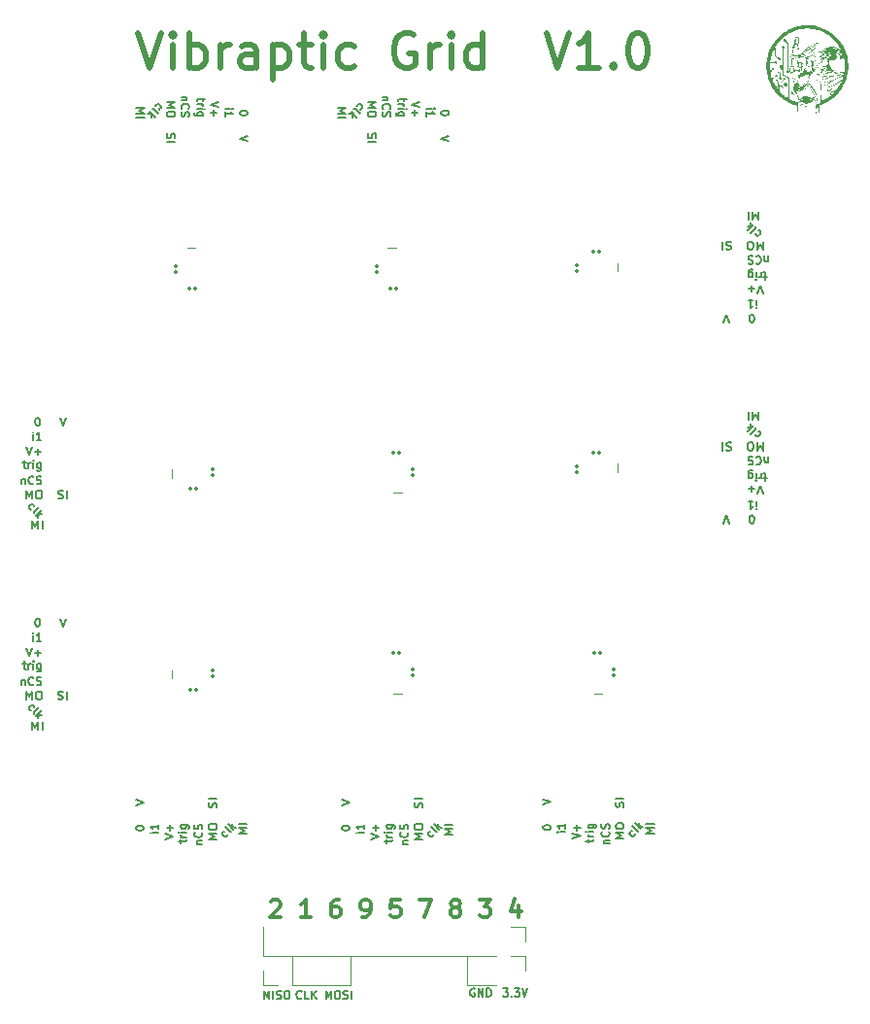
<source format=gto>
G04 #@! TF.GenerationSoftware,KiCad,Pcbnew,7.0.2-6a45011f42~172~ubuntu22.04.1*
G04 #@! TF.CreationDate,2023-05-18T14:48:33+01:00*
G04 #@! TF.ProjectId,KX134_array,4b583133-345f-4617-9272-61792e6b6963,rev?*
G04 #@! TF.SameCoordinates,Original*
G04 #@! TF.FileFunction,Legend,Top*
G04 #@! TF.FilePolarity,Positive*
%FSLAX46Y46*%
G04 Gerber Fmt 4.6, Leading zero omitted, Abs format (unit mm)*
G04 Created by KiCad (PCBNEW 7.0.2-6a45011f42~172~ubuntu22.04.1) date 2023-05-18 14:48:33*
%MOMM*%
%LPD*%
G01*
G04 APERTURE LIST*
G04 Aperture macros list*
%AMRoundRect*
0 Rectangle with rounded corners*
0 $1 Rounding radius*
0 $2 $3 $4 $5 $6 $7 $8 $9 X,Y pos of 4 corners*
0 Add a 4 corners polygon primitive as box body*
4,1,4,$2,$3,$4,$5,$6,$7,$8,$9,$2,$3,0*
0 Add four circle primitives for the rounded corners*
1,1,$1+$1,$2,$3*
1,1,$1+$1,$4,$5*
1,1,$1+$1,$6,$7*
1,1,$1+$1,$8,$9*
0 Add four rect primitives between the rounded corners*
20,1,$1+$1,$2,$3,$4,$5,0*
20,1,$1+$1,$4,$5,$6,$7,0*
20,1,$1+$1,$6,$7,$8,$9,0*
20,1,$1+$1,$8,$9,$2,$3,0*%
G04 Aperture macros list end*
%ADD10C,0.500000*%
%ADD11C,0.153000*%
%ADD12C,0.150000*%
%ADD13C,0.038100*%
%ADD14C,0.304800*%
%ADD15C,0.120000*%
%ADD16R,1.000000X1.000000*%
%ADD17O,1.000000X1.000000*%
%ADD18RoundRect,0.075000X0.075000X-0.125000X0.075000X0.125000X-0.075000X0.125000X-0.075000X-0.125000X0*%
%ADD19RoundRect,0.075000X-0.075000X0.125000X-0.075000X-0.125000X0.075000X-0.125000X0.075000X0.125000X0*%
%ADD20R,1.700000X1.700000*%
%ADD21O,1.700000X1.700000*%
%ADD22RoundRect,0.075000X0.125000X0.075000X-0.125000X0.075000X-0.125000X-0.075000X0.125000X-0.075000X0*%
%ADD23RoundRect,0.075000X-0.125000X-0.075000X0.125000X-0.075000X0.125000X0.075000X-0.125000X0.075000X0*%
%ADD24R,0.330200X0.304800*%
%ADD25R,0.304800X0.330200*%
G04 APERTURE END LIST*
D10*
X145142857Y-44387857D02*
X146142857Y-47387857D01*
X146142857Y-47387857D02*
X147142857Y-44387857D01*
X148142857Y-47387857D02*
X148142857Y-45387857D01*
X148142857Y-44387857D02*
X148000000Y-44530714D01*
X148000000Y-44530714D02*
X148142857Y-44673571D01*
X148142857Y-44673571D02*
X148285714Y-44530714D01*
X148285714Y-44530714D02*
X148142857Y-44387857D01*
X148142857Y-44387857D02*
X148142857Y-44673571D01*
X149571428Y-47387857D02*
X149571428Y-44387857D01*
X149571428Y-45530714D02*
X149857143Y-45387857D01*
X149857143Y-45387857D02*
X150428571Y-45387857D01*
X150428571Y-45387857D02*
X150714285Y-45530714D01*
X150714285Y-45530714D02*
X150857143Y-45673571D01*
X150857143Y-45673571D02*
X151000000Y-45959285D01*
X151000000Y-45959285D02*
X151000000Y-46816428D01*
X151000000Y-46816428D02*
X150857143Y-47102142D01*
X150857143Y-47102142D02*
X150714285Y-47245000D01*
X150714285Y-47245000D02*
X150428571Y-47387857D01*
X150428571Y-47387857D02*
X149857143Y-47387857D01*
X149857143Y-47387857D02*
X149571428Y-47245000D01*
X152285714Y-47387857D02*
X152285714Y-45387857D01*
X152285714Y-45959285D02*
X152428571Y-45673571D01*
X152428571Y-45673571D02*
X152571429Y-45530714D01*
X152571429Y-45530714D02*
X152857143Y-45387857D01*
X152857143Y-45387857D02*
X153142857Y-45387857D01*
X155428572Y-47387857D02*
X155428572Y-45816428D01*
X155428572Y-45816428D02*
X155285714Y-45530714D01*
X155285714Y-45530714D02*
X155000000Y-45387857D01*
X155000000Y-45387857D02*
X154428572Y-45387857D01*
X154428572Y-45387857D02*
X154142857Y-45530714D01*
X155428572Y-47245000D02*
X155142857Y-47387857D01*
X155142857Y-47387857D02*
X154428572Y-47387857D01*
X154428572Y-47387857D02*
X154142857Y-47245000D01*
X154142857Y-47245000D02*
X154000000Y-46959285D01*
X154000000Y-46959285D02*
X154000000Y-46673571D01*
X154000000Y-46673571D02*
X154142857Y-46387857D01*
X154142857Y-46387857D02*
X154428572Y-46245000D01*
X154428572Y-46245000D02*
X155142857Y-46245000D01*
X155142857Y-46245000D02*
X155428572Y-46102142D01*
X156857143Y-45387857D02*
X156857143Y-48387857D01*
X156857143Y-45530714D02*
X157142858Y-45387857D01*
X157142858Y-45387857D02*
X157714286Y-45387857D01*
X157714286Y-45387857D02*
X158000000Y-45530714D01*
X158000000Y-45530714D02*
X158142858Y-45673571D01*
X158142858Y-45673571D02*
X158285715Y-45959285D01*
X158285715Y-45959285D02*
X158285715Y-46816428D01*
X158285715Y-46816428D02*
X158142858Y-47102142D01*
X158142858Y-47102142D02*
X158000000Y-47245000D01*
X158000000Y-47245000D02*
X157714286Y-47387857D01*
X157714286Y-47387857D02*
X157142858Y-47387857D01*
X157142858Y-47387857D02*
X156857143Y-47245000D01*
X159142858Y-45387857D02*
X160285715Y-45387857D01*
X159571429Y-44387857D02*
X159571429Y-46959285D01*
X159571429Y-46959285D02*
X159714286Y-47245000D01*
X159714286Y-47245000D02*
X160000001Y-47387857D01*
X160000001Y-47387857D02*
X160285715Y-47387857D01*
X161285715Y-47387857D02*
X161285715Y-45387857D01*
X161285715Y-44387857D02*
X161142858Y-44530714D01*
X161142858Y-44530714D02*
X161285715Y-44673571D01*
X161285715Y-44673571D02*
X161428572Y-44530714D01*
X161428572Y-44530714D02*
X161285715Y-44387857D01*
X161285715Y-44387857D02*
X161285715Y-44673571D01*
X164000001Y-47245000D02*
X163714286Y-47387857D01*
X163714286Y-47387857D02*
X163142858Y-47387857D01*
X163142858Y-47387857D02*
X162857143Y-47245000D01*
X162857143Y-47245000D02*
X162714286Y-47102142D01*
X162714286Y-47102142D02*
X162571429Y-46816428D01*
X162571429Y-46816428D02*
X162571429Y-45959285D01*
X162571429Y-45959285D02*
X162714286Y-45673571D01*
X162714286Y-45673571D02*
X162857143Y-45530714D01*
X162857143Y-45530714D02*
X163142858Y-45387857D01*
X163142858Y-45387857D02*
X163714286Y-45387857D01*
X163714286Y-45387857D02*
X164000001Y-45530714D01*
X169142858Y-44530714D02*
X168857144Y-44387857D01*
X168857144Y-44387857D02*
X168428572Y-44387857D01*
X168428572Y-44387857D02*
X168000001Y-44530714D01*
X168000001Y-44530714D02*
X167714286Y-44816428D01*
X167714286Y-44816428D02*
X167571429Y-45102142D01*
X167571429Y-45102142D02*
X167428572Y-45673571D01*
X167428572Y-45673571D02*
X167428572Y-46102142D01*
X167428572Y-46102142D02*
X167571429Y-46673571D01*
X167571429Y-46673571D02*
X167714286Y-46959285D01*
X167714286Y-46959285D02*
X168000001Y-47245000D01*
X168000001Y-47245000D02*
X168428572Y-47387857D01*
X168428572Y-47387857D02*
X168714286Y-47387857D01*
X168714286Y-47387857D02*
X169142858Y-47245000D01*
X169142858Y-47245000D02*
X169285715Y-47102142D01*
X169285715Y-47102142D02*
X169285715Y-46102142D01*
X169285715Y-46102142D02*
X168714286Y-46102142D01*
X170571429Y-47387857D02*
X170571429Y-45387857D01*
X170571429Y-45959285D02*
X170714286Y-45673571D01*
X170714286Y-45673571D02*
X170857144Y-45530714D01*
X170857144Y-45530714D02*
X171142858Y-45387857D01*
X171142858Y-45387857D02*
X171428572Y-45387857D01*
X172428572Y-47387857D02*
X172428572Y-45387857D01*
X172428572Y-44387857D02*
X172285715Y-44530714D01*
X172285715Y-44530714D02*
X172428572Y-44673571D01*
X172428572Y-44673571D02*
X172571429Y-44530714D01*
X172571429Y-44530714D02*
X172428572Y-44387857D01*
X172428572Y-44387857D02*
X172428572Y-44673571D01*
X175142858Y-47387857D02*
X175142858Y-44387857D01*
X175142858Y-47245000D02*
X174857143Y-47387857D01*
X174857143Y-47387857D02*
X174285715Y-47387857D01*
X174285715Y-47387857D02*
X174000000Y-47245000D01*
X174000000Y-47245000D02*
X173857143Y-47102142D01*
X173857143Y-47102142D02*
X173714286Y-46816428D01*
X173714286Y-46816428D02*
X173714286Y-45959285D01*
X173714286Y-45959285D02*
X173857143Y-45673571D01*
X173857143Y-45673571D02*
X174000000Y-45530714D01*
X174000000Y-45530714D02*
X174285715Y-45387857D01*
X174285715Y-45387857D02*
X174857143Y-45387857D01*
X174857143Y-45387857D02*
X175142858Y-45530714D01*
X180714286Y-44387857D02*
X181714286Y-47387857D01*
X181714286Y-47387857D02*
X182714286Y-44387857D01*
X185285715Y-47387857D02*
X183571429Y-47387857D01*
X184428572Y-47387857D02*
X184428572Y-44387857D01*
X184428572Y-44387857D02*
X184142858Y-44816428D01*
X184142858Y-44816428D02*
X183857143Y-45102142D01*
X183857143Y-45102142D02*
X183571429Y-45245000D01*
X186571429Y-47102142D02*
X186714286Y-47245000D01*
X186714286Y-47245000D02*
X186571429Y-47387857D01*
X186571429Y-47387857D02*
X186428572Y-47245000D01*
X186428572Y-47245000D02*
X186571429Y-47102142D01*
X186571429Y-47102142D02*
X186571429Y-47387857D01*
X188571429Y-44387857D02*
X188857143Y-44387857D01*
X188857143Y-44387857D02*
X189142857Y-44530714D01*
X189142857Y-44530714D02*
X189285715Y-44673571D01*
X189285715Y-44673571D02*
X189428572Y-44959285D01*
X189428572Y-44959285D02*
X189571429Y-45530714D01*
X189571429Y-45530714D02*
X189571429Y-46245000D01*
X189571429Y-46245000D02*
X189428572Y-46816428D01*
X189428572Y-46816428D02*
X189285715Y-47102142D01*
X189285715Y-47102142D02*
X189142857Y-47245000D01*
X189142857Y-47245000D02*
X188857143Y-47387857D01*
X188857143Y-47387857D02*
X188571429Y-47387857D01*
X188571429Y-47387857D02*
X188285715Y-47245000D01*
X188285715Y-47245000D02*
X188142857Y-47102142D01*
X188142857Y-47102142D02*
X188000000Y-46816428D01*
X188000000Y-46816428D02*
X187857143Y-46245000D01*
X187857143Y-46245000D02*
X187857143Y-45530714D01*
X187857143Y-45530714D02*
X188000000Y-44959285D01*
X188000000Y-44959285D02*
X188142857Y-44673571D01*
X188142857Y-44673571D02*
X188285715Y-44530714D01*
X188285715Y-44530714D02*
X188571429Y-44387857D01*
D11*
X135399998Y-102423833D02*
X135399998Y-101723833D01*
X135399998Y-101723833D02*
X135649998Y-102223833D01*
X135649998Y-102223833D02*
X135899998Y-101723833D01*
X135899998Y-101723833D02*
X135899998Y-102423833D01*
X136399998Y-101723833D02*
X136542855Y-101723833D01*
X136542855Y-101723833D02*
X136614284Y-101757166D01*
X136614284Y-101757166D02*
X136685712Y-101823833D01*
X136685712Y-101823833D02*
X136721427Y-101957166D01*
X136721427Y-101957166D02*
X136721427Y-102190500D01*
X136721427Y-102190500D02*
X136685712Y-102323833D01*
X136685712Y-102323833D02*
X136614284Y-102390500D01*
X136614284Y-102390500D02*
X136542855Y-102423833D01*
X136542855Y-102423833D02*
X136399998Y-102423833D01*
X136399998Y-102423833D02*
X136328570Y-102390500D01*
X136328570Y-102390500D02*
X136257141Y-102323833D01*
X136257141Y-102323833D02*
X136221427Y-102190500D01*
X136221427Y-102190500D02*
X136221427Y-101957166D01*
X136221427Y-101957166D02*
X136257141Y-101823833D01*
X136257141Y-101823833D02*
X136328570Y-101757166D01*
X136328570Y-101757166D02*
X136399998Y-101723833D01*
X138149999Y-102390500D02*
X138257142Y-102423833D01*
X138257142Y-102423833D02*
X138435713Y-102423833D01*
X138435713Y-102423833D02*
X138507142Y-102390500D01*
X138507142Y-102390500D02*
X138542856Y-102357166D01*
X138542856Y-102357166D02*
X138578570Y-102290500D01*
X138578570Y-102290500D02*
X138578570Y-102223833D01*
X138578570Y-102223833D02*
X138542856Y-102157166D01*
X138542856Y-102157166D02*
X138507142Y-102123833D01*
X138507142Y-102123833D02*
X138435713Y-102090500D01*
X138435713Y-102090500D02*
X138292856Y-102057166D01*
X138292856Y-102057166D02*
X138221427Y-102023833D01*
X138221427Y-102023833D02*
X138185713Y-101990500D01*
X138185713Y-101990500D02*
X138149999Y-101923833D01*
X138149999Y-101923833D02*
X138149999Y-101857166D01*
X138149999Y-101857166D02*
X138185713Y-101790500D01*
X138185713Y-101790500D02*
X138221427Y-101757166D01*
X138221427Y-101757166D02*
X138292856Y-101723833D01*
X138292856Y-101723833D02*
X138471427Y-101723833D01*
X138471427Y-101723833D02*
X138578570Y-101757166D01*
X138899999Y-102423833D02*
X138899999Y-101723833D01*
D12*
X134966666Y-100707165D02*
X134966666Y-101173832D01*
X134966666Y-100773832D02*
X135000000Y-100740499D01*
X135000000Y-100740499D02*
X135066666Y-100707165D01*
X135066666Y-100707165D02*
X135166666Y-100707165D01*
X135166666Y-100707165D02*
X135233333Y-100740499D01*
X135233333Y-100740499D02*
X135266666Y-100807165D01*
X135266666Y-100807165D02*
X135266666Y-101173832D01*
X135999999Y-101107165D02*
X135966666Y-101140499D01*
X135966666Y-101140499D02*
X135866666Y-101173832D01*
X135866666Y-101173832D02*
X135799999Y-101173832D01*
X135799999Y-101173832D02*
X135699999Y-101140499D01*
X135699999Y-101140499D02*
X135633333Y-101073832D01*
X135633333Y-101073832D02*
X135599999Y-101007165D01*
X135599999Y-101007165D02*
X135566666Y-100873832D01*
X135566666Y-100873832D02*
X135566666Y-100773832D01*
X135566666Y-100773832D02*
X135599999Y-100640499D01*
X135599999Y-100640499D02*
X135633333Y-100573832D01*
X135633333Y-100573832D02*
X135699999Y-100507165D01*
X135699999Y-100507165D02*
X135799999Y-100473832D01*
X135799999Y-100473832D02*
X135866666Y-100473832D01*
X135866666Y-100473832D02*
X135966666Y-100507165D01*
X135966666Y-100507165D02*
X135999999Y-100540499D01*
X136266666Y-101140499D02*
X136366666Y-101173832D01*
X136366666Y-101173832D02*
X136533333Y-101173832D01*
X136533333Y-101173832D02*
X136599999Y-101140499D01*
X136599999Y-101140499D02*
X136633333Y-101107165D01*
X136633333Y-101107165D02*
X136666666Y-101040499D01*
X136666666Y-101040499D02*
X136666666Y-100973832D01*
X136666666Y-100973832D02*
X136633333Y-100907165D01*
X136633333Y-100907165D02*
X136599999Y-100873832D01*
X136599999Y-100873832D02*
X136533333Y-100840499D01*
X136533333Y-100840499D02*
X136399999Y-100807165D01*
X136399999Y-100807165D02*
X136333333Y-100773832D01*
X136333333Y-100773832D02*
X136299999Y-100740499D01*
X136299999Y-100740499D02*
X136266666Y-100673832D01*
X136266666Y-100673832D02*
X136266666Y-100607165D01*
X136266666Y-100607165D02*
X136299999Y-100540499D01*
X136299999Y-100540499D02*
X136333333Y-100507165D01*
X136333333Y-100507165D02*
X136399999Y-100473832D01*
X136399999Y-100473832D02*
X136566666Y-100473832D01*
X136566666Y-100473832D02*
X136666666Y-100507165D01*
D11*
X135914285Y-105073833D02*
X135914285Y-104373833D01*
X135914285Y-104373833D02*
X136164285Y-104873833D01*
X136164285Y-104873833D02*
X136414285Y-104373833D01*
X136414285Y-104373833D02*
X136414285Y-105073833D01*
X136771428Y-105073833D02*
X136771428Y-104373833D01*
D12*
X135790337Y-103401166D02*
X135719627Y-103377596D01*
X135719627Y-103377596D02*
X135625346Y-103283315D01*
X135625346Y-103283315D02*
X135601775Y-103212605D01*
X135601775Y-103212605D02*
X135601775Y-103165464D01*
X135601775Y-103165464D02*
X135625346Y-103094753D01*
X135625346Y-103094753D02*
X135766767Y-102953332D01*
X135766767Y-102953332D02*
X135837478Y-102929762D01*
X135837478Y-102929762D02*
X135884618Y-102929762D01*
X135884618Y-102929762D02*
X135955329Y-102953332D01*
X135955329Y-102953332D02*
X136049610Y-103047613D01*
X136049610Y-103047613D02*
X136073180Y-103118324D01*
X136049610Y-103707579D02*
X136026040Y-103636869D01*
X136026040Y-103636869D02*
X136049610Y-103566158D01*
X136049610Y-103566158D02*
X136473874Y-103141894D01*
X136238172Y-103896141D02*
X136733147Y-103401167D01*
X136473874Y-103754720D02*
X136426734Y-104084703D01*
X136756717Y-103754720D02*
X136379593Y-103754720D01*
X135399999Y-97923833D02*
X135633333Y-98623833D01*
X135633333Y-98623833D02*
X135866666Y-97923833D01*
X136099999Y-98357166D02*
X136633333Y-98357166D01*
X136366666Y-98623833D02*
X136366666Y-98090500D01*
X136333334Y-95373833D02*
X136400000Y-95373833D01*
X136400000Y-95373833D02*
X136466667Y-95407166D01*
X136466667Y-95407166D02*
X136500000Y-95440500D01*
X136500000Y-95440500D02*
X136533334Y-95507166D01*
X136533334Y-95507166D02*
X136566667Y-95640500D01*
X136566667Y-95640500D02*
X136566667Y-95807166D01*
X136566667Y-95807166D02*
X136533334Y-95940500D01*
X136533334Y-95940500D02*
X136500000Y-96007166D01*
X136500000Y-96007166D02*
X136466667Y-96040500D01*
X136466667Y-96040500D02*
X136400000Y-96073833D01*
X136400000Y-96073833D02*
X136333334Y-96073833D01*
X136333334Y-96073833D02*
X136266667Y-96040500D01*
X136266667Y-96040500D02*
X136233334Y-96007166D01*
X136233334Y-96007166D02*
X136200000Y-95940500D01*
X136200000Y-95940500D02*
X136166667Y-95807166D01*
X136166667Y-95807166D02*
X136166667Y-95640500D01*
X136166667Y-95640500D02*
X136200000Y-95507166D01*
X136200000Y-95507166D02*
X136233334Y-95440500D01*
X136233334Y-95440500D02*
X136266667Y-95407166D01*
X136266667Y-95407166D02*
X136333334Y-95373833D01*
X138366666Y-95373833D02*
X138600000Y-96073833D01*
X138600000Y-96073833D02*
X138833333Y-95373833D01*
X135966666Y-97323832D02*
X135966666Y-96857165D01*
X135966666Y-96623832D02*
X135933333Y-96657165D01*
X135933333Y-96657165D02*
X135966666Y-96690499D01*
X135966666Y-96690499D02*
X136000000Y-96657165D01*
X136000000Y-96657165D02*
X135966666Y-96623832D01*
X135966666Y-96623832D02*
X135966666Y-96690499D01*
X136666666Y-97323832D02*
X136266666Y-97323832D01*
X136466666Y-97323832D02*
X136466666Y-96623832D01*
X136466666Y-96623832D02*
X136399999Y-96723832D01*
X136399999Y-96723832D02*
X136333333Y-96790499D01*
X136333333Y-96790499D02*
X136266666Y-96823832D01*
X135066667Y-99307166D02*
X135333334Y-99307166D01*
X135166667Y-99073833D02*
X135166667Y-99673833D01*
X135166667Y-99673833D02*
X135200001Y-99740500D01*
X135200001Y-99740500D02*
X135266667Y-99773833D01*
X135266667Y-99773833D02*
X135333334Y-99773833D01*
X135566667Y-99773833D02*
X135566667Y-99307166D01*
X135566667Y-99440500D02*
X135600001Y-99373833D01*
X135600001Y-99373833D02*
X135633334Y-99340500D01*
X135633334Y-99340500D02*
X135700001Y-99307166D01*
X135700001Y-99307166D02*
X135766667Y-99307166D01*
X136000000Y-99773833D02*
X136000000Y-99307166D01*
X136000000Y-99073833D02*
X135966667Y-99107166D01*
X135966667Y-99107166D02*
X136000000Y-99140500D01*
X136000000Y-99140500D02*
X136033334Y-99107166D01*
X136033334Y-99107166D02*
X136000000Y-99073833D01*
X136000000Y-99073833D02*
X136000000Y-99140500D01*
X136633333Y-99307166D02*
X136633333Y-99873833D01*
X136633333Y-99873833D02*
X136600000Y-99940500D01*
X136600000Y-99940500D02*
X136566667Y-99973833D01*
X136566667Y-99973833D02*
X136500000Y-100007166D01*
X136500000Y-100007166D02*
X136400000Y-100007166D01*
X136400000Y-100007166D02*
X136333333Y-99973833D01*
X136633333Y-99740500D02*
X136566667Y-99773833D01*
X136566667Y-99773833D02*
X136433333Y-99773833D01*
X136433333Y-99773833D02*
X136366667Y-99740500D01*
X136366667Y-99740500D02*
X136333333Y-99707166D01*
X136333333Y-99707166D02*
X136300000Y-99640500D01*
X136300000Y-99640500D02*
X136300000Y-99440500D01*
X136300000Y-99440500D02*
X136333333Y-99373833D01*
X136333333Y-99373833D02*
X136366667Y-99340500D01*
X136366667Y-99340500D02*
X136433333Y-99307166D01*
X136433333Y-99307166D02*
X136566667Y-99307166D01*
X136566667Y-99307166D02*
X136633333Y-99340500D01*
X135399999Y-80423833D02*
X135633333Y-81123833D01*
X135633333Y-81123833D02*
X135866666Y-80423833D01*
X136099999Y-80857166D02*
X136633333Y-80857166D01*
X136366666Y-81123833D02*
X136366666Y-80590500D01*
X134966666Y-83207165D02*
X134966666Y-83673832D01*
X134966666Y-83273832D02*
X135000000Y-83240499D01*
X135000000Y-83240499D02*
X135066666Y-83207165D01*
X135066666Y-83207165D02*
X135166666Y-83207165D01*
X135166666Y-83207165D02*
X135233333Y-83240499D01*
X135233333Y-83240499D02*
X135266666Y-83307165D01*
X135266666Y-83307165D02*
X135266666Y-83673832D01*
X135999999Y-83607165D02*
X135966666Y-83640499D01*
X135966666Y-83640499D02*
X135866666Y-83673832D01*
X135866666Y-83673832D02*
X135799999Y-83673832D01*
X135799999Y-83673832D02*
X135699999Y-83640499D01*
X135699999Y-83640499D02*
X135633333Y-83573832D01*
X135633333Y-83573832D02*
X135599999Y-83507165D01*
X135599999Y-83507165D02*
X135566666Y-83373832D01*
X135566666Y-83373832D02*
X135566666Y-83273832D01*
X135566666Y-83273832D02*
X135599999Y-83140499D01*
X135599999Y-83140499D02*
X135633333Y-83073832D01*
X135633333Y-83073832D02*
X135699999Y-83007165D01*
X135699999Y-83007165D02*
X135799999Y-82973832D01*
X135799999Y-82973832D02*
X135866666Y-82973832D01*
X135866666Y-82973832D02*
X135966666Y-83007165D01*
X135966666Y-83007165D02*
X135999999Y-83040499D01*
X136266666Y-83640499D02*
X136366666Y-83673832D01*
X136366666Y-83673832D02*
X136533333Y-83673832D01*
X136533333Y-83673832D02*
X136599999Y-83640499D01*
X136599999Y-83640499D02*
X136633333Y-83607165D01*
X136633333Y-83607165D02*
X136666666Y-83540499D01*
X136666666Y-83540499D02*
X136666666Y-83473832D01*
X136666666Y-83473832D02*
X136633333Y-83407165D01*
X136633333Y-83407165D02*
X136599999Y-83373832D01*
X136599999Y-83373832D02*
X136533333Y-83340499D01*
X136533333Y-83340499D02*
X136399999Y-83307165D01*
X136399999Y-83307165D02*
X136333333Y-83273832D01*
X136333333Y-83273832D02*
X136299999Y-83240499D01*
X136299999Y-83240499D02*
X136266666Y-83173832D01*
X136266666Y-83173832D02*
X136266666Y-83107165D01*
X136266666Y-83107165D02*
X136299999Y-83040499D01*
X136299999Y-83040499D02*
X136333333Y-83007165D01*
X136333333Y-83007165D02*
X136399999Y-82973832D01*
X136399999Y-82973832D02*
X136566666Y-82973832D01*
X136566666Y-82973832D02*
X136666666Y-83007165D01*
X135966666Y-79823832D02*
X135966666Y-79357165D01*
X135966666Y-79123832D02*
X135933333Y-79157165D01*
X135933333Y-79157165D02*
X135966666Y-79190499D01*
X135966666Y-79190499D02*
X136000000Y-79157165D01*
X136000000Y-79157165D02*
X135966666Y-79123832D01*
X135966666Y-79123832D02*
X135966666Y-79190499D01*
X136666666Y-79823832D02*
X136266666Y-79823832D01*
X136466666Y-79823832D02*
X136466666Y-79123832D01*
X136466666Y-79123832D02*
X136399999Y-79223832D01*
X136399999Y-79223832D02*
X136333333Y-79290499D01*
X136333333Y-79290499D02*
X136266666Y-79323832D01*
X135790337Y-85901166D02*
X135719627Y-85877596D01*
X135719627Y-85877596D02*
X135625346Y-85783315D01*
X135625346Y-85783315D02*
X135601775Y-85712605D01*
X135601775Y-85712605D02*
X135601775Y-85665464D01*
X135601775Y-85665464D02*
X135625346Y-85594753D01*
X135625346Y-85594753D02*
X135766767Y-85453332D01*
X135766767Y-85453332D02*
X135837478Y-85429762D01*
X135837478Y-85429762D02*
X135884618Y-85429762D01*
X135884618Y-85429762D02*
X135955329Y-85453332D01*
X135955329Y-85453332D02*
X136049610Y-85547613D01*
X136049610Y-85547613D02*
X136073180Y-85618324D01*
X136049610Y-86207579D02*
X136026040Y-86136869D01*
X136026040Y-86136869D02*
X136049610Y-86066158D01*
X136049610Y-86066158D02*
X136473874Y-85641894D01*
X136238172Y-86396141D02*
X136733147Y-85901167D01*
X136473874Y-86254720D02*
X136426734Y-86584703D01*
X136756717Y-86254720D02*
X136379593Y-86254720D01*
D11*
X135914285Y-87573833D02*
X135914285Y-86873833D01*
X135914285Y-86873833D02*
X136164285Y-87373833D01*
X136164285Y-87373833D02*
X136414285Y-86873833D01*
X136414285Y-86873833D02*
X136414285Y-87573833D01*
X136771428Y-87573833D02*
X136771428Y-86873833D01*
D12*
X136333334Y-77873833D02*
X136400000Y-77873833D01*
X136400000Y-77873833D02*
X136466667Y-77907166D01*
X136466667Y-77907166D02*
X136500000Y-77940500D01*
X136500000Y-77940500D02*
X136533334Y-78007166D01*
X136533334Y-78007166D02*
X136566667Y-78140500D01*
X136566667Y-78140500D02*
X136566667Y-78307166D01*
X136566667Y-78307166D02*
X136533334Y-78440500D01*
X136533334Y-78440500D02*
X136500000Y-78507166D01*
X136500000Y-78507166D02*
X136466667Y-78540500D01*
X136466667Y-78540500D02*
X136400000Y-78573833D01*
X136400000Y-78573833D02*
X136333334Y-78573833D01*
X136333334Y-78573833D02*
X136266667Y-78540500D01*
X136266667Y-78540500D02*
X136233334Y-78507166D01*
X136233334Y-78507166D02*
X136200000Y-78440500D01*
X136200000Y-78440500D02*
X136166667Y-78307166D01*
X136166667Y-78307166D02*
X136166667Y-78140500D01*
X136166667Y-78140500D02*
X136200000Y-78007166D01*
X136200000Y-78007166D02*
X136233334Y-77940500D01*
X136233334Y-77940500D02*
X136266667Y-77907166D01*
X136266667Y-77907166D02*
X136333334Y-77873833D01*
X138366666Y-77873833D02*
X138600000Y-78573833D01*
X138600000Y-78573833D02*
X138833333Y-77873833D01*
X135066667Y-81807166D02*
X135333334Y-81807166D01*
X135166667Y-81573833D02*
X135166667Y-82173833D01*
X135166667Y-82173833D02*
X135200001Y-82240500D01*
X135200001Y-82240500D02*
X135266667Y-82273833D01*
X135266667Y-82273833D02*
X135333334Y-82273833D01*
X135566667Y-82273833D02*
X135566667Y-81807166D01*
X135566667Y-81940500D02*
X135600001Y-81873833D01*
X135600001Y-81873833D02*
X135633334Y-81840500D01*
X135633334Y-81840500D02*
X135700001Y-81807166D01*
X135700001Y-81807166D02*
X135766667Y-81807166D01*
X136000000Y-82273833D02*
X136000000Y-81807166D01*
X136000000Y-81573833D02*
X135966667Y-81607166D01*
X135966667Y-81607166D02*
X136000000Y-81640500D01*
X136000000Y-81640500D02*
X136033334Y-81607166D01*
X136033334Y-81607166D02*
X136000000Y-81573833D01*
X136000000Y-81573833D02*
X136000000Y-81640500D01*
X136633333Y-81807166D02*
X136633333Y-82373833D01*
X136633333Y-82373833D02*
X136600000Y-82440500D01*
X136600000Y-82440500D02*
X136566667Y-82473833D01*
X136566667Y-82473833D02*
X136500000Y-82507166D01*
X136500000Y-82507166D02*
X136400000Y-82507166D01*
X136400000Y-82507166D02*
X136333333Y-82473833D01*
X136633333Y-82240500D02*
X136566667Y-82273833D01*
X136566667Y-82273833D02*
X136433333Y-82273833D01*
X136433333Y-82273833D02*
X136366667Y-82240500D01*
X136366667Y-82240500D02*
X136333333Y-82207166D01*
X136333333Y-82207166D02*
X136300000Y-82140500D01*
X136300000Y-82140500D02*
X136300000Y-81940500D01*
X136300000Y-81940500D02*
X136333333Y-81873833D01*
X136333333Y-81873833D02*
X136366667Y-81840500D01*
X136366667Y-81840500D02*
X136433333Y-81807166D01*
X136433333Y-81807166D02*
X136566667Y-81807166D01*
X136566667Y-81807166D02*
X136633333Y-81840500D01*
D11*
X135399998Y-84923833D02*
X135399998Y-84223833D01*
X135399998Y-84223833D02*
X135649998Y-84723833D01*
X135649998Y-84723833D02*
X135899998Y-84223833D01*
X135899998Y-84223833D02*
X135899998Y-84923833D01*
X136399998Y-84223833D02*
X136542855Y-84223833D01*
X136542855Y-84223833D02*
X136614284Y-84257166D01*
X136614284Y-84257166D02*
X136685712Y-84323833D01*
X136685712Y-84323833D02*
X136721427Y-84457166D01*
X136721427Y-84457166D02*
X136721427Y-84690500D01*
X136721427Y-84690500D02*
X136685712Y-84823833D01*
X136685712Y-84823833D02*
X136614284Y-84890500D01*
X136614284Y-84890500D02*
X136542855Y-84923833D01*
X136542855Y-84923833D02*
X136399998Y-84923833D01*
X136399998Y-84923833D02*
X136328570Y-84890500D01*
X136328570Y-84890500D02*
X136257141Y-84823833D01*
X136257141Y-84823833D02*
X136221427Y-84690500D01*
X136221427Y-84690500D02*
X136221427Y-84457166D01*
X136221427Y-84457166D02*
X136257141Y-84323833D01*
X136257141Y-84323833D02*
X136328570Y-84257166D01*
X136328570Y-84257166D02*
X136399998Y-84223833D01*
X138149999Y-84890500D02*
X138257142Y-84923833D01*
X138257142Y-84923833D02*
X138435713Y-84923833D01*
X138435713Y-84923833D02*
X138507142Y-84890500D01*
X138507142Y-84890500D02*
X138542856Y-84857166D01*
X138542856Y-84857166D02*
X138578570Y-84790500D01*
X138578570Y-84790500D02*
X138578570Y-84723833D01*
X138578570Y-84723833D02*
X138542856Y-84657166D01*
X138542856Y-84657166D02*
X138507142Y-84623833D01*
X138507142Y-84623833D02*
X138435713Y-84590500D01*
X138435713Y-84590500D02*
X138292856Y-84557166D01*
X138292856Y-84557166D02*
X138221427Y-84523833D01*
X138221427Y-84523833D02*
X138185713Y-84490500D01*
X138185713Y-84490500D02*
X138149999Y-84423833D01*
X138149999Y-84423833D02*
X138149999Y-84357166D01*
X138149999Y-84357166D02*
X138185713Y-84290500D01*
X138185713Y-84290500D02*
X138221427Y-84257166D01*
X138221427Y-84257166D02*
X138292856Y-84223833D01*
X138292856Y-84223833D02*
X138471427Y-84223833D01*
X138471427Y-84223833D02*
X138578570Y-84257166D01*
X138899999Y-84923833D02*
X138899999Y-84223833D01*
D12*
X152126166Y-50349999D02*
X151426166Y-50583333D01*
X151426166Y-50583333D02*
X152126166Y-50816666D01*
X151692833Y-51049999D02*
X151692833Y-51583333D01*
X151426166Y-51316666D02*
X151959500Y-51316666D01*
X149342833Y-49916666D02*
X148876166Y-49916666D01*
X149276166Y-49916666D02*
X149309500Y-49950000D01*
X149309500Y-49950000D02*
X149342833Y-50016666D01*
X149342833Y-50016666D02*
X149342833Y-50116666D01*
X149342833Y-50116666D02*
X149309500Y-50183333D01*
X149309500Y-50183333D02*
X149242833Y-50216666D01*
X149242833Y-50216666D02*
X148876166Y-50216666D01*
X148942833Y-50949999D02*
X148909500Y-50916666D01*
X148909500Y-50916666D02*
X148876166Y-50816666D01*
X148876166Y-50816666D02*
X148876166Y-50749999D01*
X148876166Y-50749999D02*
X148909500Y-50649999D01*
X148909500Y-50649999D02*
X148976166Y-50583333D01*
X148976166Y-50583333D02*
X149042833Y-50549999D01*
X149042833Y-50549999D02*
X149176166Y-50516666D01*
X149176166Y-50516666D02*
X149276166Y-50516666D01*
X149276166Y-50516666D02*
X149409500Y-50549999D01*
X149409500Y-50549999D02*
X149476166Y-50583333D01*
X149476166Y-50583333D02*
X149542833Y-50649999D01*
X149542833Y-50649999D02*
X149576166Y-50749999D01*
X149576166Y-50749999D02*
X149576166Y-50816666D01*
X149576166Y-50816666D02*
X149542833Y-50916666D01*
X149542833Y-50916666D02*
X149509500Y-50949999D01*
X148909500Y-51216666D02*
X148876166Y-51316666D01*
X148876166Y-51316666D02*
X148876166Y-51483333D01*
X148876166Y-51483333D02*
X148909500Y-51549999D01*
X148909500Y-51549999D02*
X148942833Y-51583333D01*
X148942833Y-51583333D02*
X149009500Y-51616666D01*
X149009500Y-51616666D02*
X149076166Y-51616666D01*
X149076166Y-51616666D02*
X149142833Y-51583333D01*
X149142833Y-51583333D02*
X149176166Y-51549999D01*
X149176166Y-51549999D02*
X149209500Y-51483333D01*
X149209500Y-51483333D02*
X149242833Y-51349999D01*
X149242833Y-51349999D02*
X149276166Y-51283333D01*
X149276166Y-51283333D02*
X149309500Y-51249999D01*
X149309500Y-51249999D02*
X149376166Y-51216666D01*
X149376166Y-51216666D02*
X149442833Y-51216666D01*
X149442833Y-51216666D02*
X149509500Y-51249999D01*
X149509500Y-51249999D02*
X149542833Y-51283333D01*
X149542833Y-51283333D02*
X149576166Y-51349999D01*
X149576166Y-51349999D02*
X149576166Y-51516666D01*
X149576166Y-51516666D02*
X149542833Y-51616666D01*
X152726166Y-50916666D02*
X153192833Y-50916666D01*
X153426166Y-50916666D02*
X153392833Y-50883333D01*
X153392833Y-50883333D02*
X153359500Y-50916666D01*
X153359500Y-50916666D02*
X153392833Y-50950000D01*
X153392833Y-50950000D02*
X153426166Y-50916666D01*
X153426166Y-50916666D02*
X153359500Y-50916666D01*
X152726166Y-51616666D02*
X152726166Y-51216666D01*
X152726166Y-51416666D02*
X153426166Y-51416666D01*
X153426166Y-51416666D02*
X153326166Y-51349999D01*
X153326166Y-51349999D02*
X153259500Y-51283333D01*
X153259500Y-51283333D02*
X153226166Y-51216666D01*
X146648833Y-50740337D02*
X146672403Y-50669627D01*
X146672403Y-50669627D02*
X146766684Y-50575346D01*
X146766684Y-50575346D02*
X146837394Y-50551775D01*
X146837394Y-50551775D02*
X146884535Y-50551775D01*
X146884535Y-50551775D02*
X146955246Y-50575346D01*
X146955246Y-50575346D02*
X147096667Y-50716767D01*
X147096667Y-50716767D02*
X147120237Y-50787478D01*
X147120237Y-50787478D02*
X147120237Y-50834618D01*
X147120237Y-50834618D02*
X147096667Y-50905329D01*
X147096667Y-50905329D02*
X147002386Y-50999610D01*
X147002386Y-50999610D02*
X146931675Y-51023180D01*
X146342420Y-50999610D02*
X146413130Y-50976040D01*
X146413130Y-50976040D02*
X146483841Y-50999610D01*
X146483841Y-50999610D02*
X146908105Y-51423874D01*
X146153858Y-51188172D02*
X146648832Y-51683147D01*
X146295279Y-51423874D02*
X145965296Y-51376734D01*
X146295279Y-51706717D02*
X146295279Y-51329593D01*
D11*
X144976166Y-50864285D02*
X145676166Y-50864285D01*
X145676166Y-50864285D02*
X145176166Y-51114285D01*
X145176166Y-51114285D02*
X145676166Y-51364285D01*
X145676166Y-51364285D02*
X144976166Y-51364285D01*
X144976166Y-51721428D02*
X145676166Y-51721428D01*
D12*
X154676166Y-51283334D02*
X154676166Y-51350000D01*
X154676166Y-51350000D02*
X154642833Y-51416667D01*
X154642833Y-51416667D02*
X154609500Y-51450000D01*
X154609500Y-51450000D02*
X154542833Y-51483334D01*
X154542833Y-51483334D02*
X154409500Y-51516667D01*
X154409500Y-51516667D02*
X154242833Y-51516667D01*
X154242833Y-51516667D02*
X154109500Y-51483334D01*
X154109500Y-51483334D02*
X154042833Y-51450000D01*
X154042833Y-51450000D02*
X154009500Y-51416667D01*
X154009500Y-51416667D02*
X153976166Y-51350000D01*
X153976166Y-51350000D02*
X153976166Y-51283334D01*
X153976166Y-51283334D02*
X154009500Y-51216667D01*
X154009500Y-51216667D02*
X154042833Y-51183334D01*
X154042833Y-51183334D02*
X154109500Y-51150000D01*
X154109500Y-51150000D02*
X154242833Y-51116667D01*
X154242833Y-51116667D02*
X154409500Y-51116667D01*
X154409500Y-51116667D02*
X154542833Y-51150000D01*
X154542833Y-51150000D02*
X154609500Y-51183334D01*
X154609500Y-51183334D02*
X154642833Y-51216667D01*
X154642833Y-51216667D02*
X154676166Y-51283334D01*
X154676166Y-53316666D02*
X153976166Y-53550000D01*
X153976166Y-53550000D02*
X154676166Y-53783333D01*
X150742833Y-50016667D02*
X150742833Y-50283334D01*
X150976166Y-50116667D02*
X150376166Y-50116667D01*
X150376166Y-50116667D02*
X150309500Y-50150001D01*
X150309500Y-50150001D02*
X150276166Y-50216667D01*
X150276166Y-50216667D02*
X150276166Y-50283334D01*
X150276166Y-50516667D02*
X150742833Y-50516667D01*
X150609500Y-50516667D02*
X150676166Y-50550001D01*
X150676166Y-50550001D02*
X150709500Y-50583334D01*
X150709500Y-50583334D02*
X150742833Y-50650001D01*
X150742833Y-50650001D02*
X150742833Y-50716667D01*
X150276166Y-50950000D02*
X150742833Y-50950000D01*
X150976166Y-50950000D02*
X150942833Y-50916667D01*
X150942833Y-50916667D02*
X150909500Y-50950000D01*
X150909500Y-50950000D02*
X150942833Y-50983334D01*
X150942833Y-50983334D02*
X150976166Y-50950000D01*
X150976166Y-50950000D02*
X150909500Y-50950000D01*
X150742833Y-51583333D02*
X150176166Y-51583333D01*
X150176166Y-51583333D02*
X150109500Y-51550000D01*
X150109500Y-51550000D02*
X150076166Y-51516667D01*
X150076166Y-51516667D02*
X150042833Y-51450000D01*
X150042833Y-51450000D02*
X150042833Y-51350000D01*
X150042833Y-51350000D02*
X150076166Y-51283333D01*
X150309500Y-51583333D02*
X150276166Y-51516667D01*
X150276166Y-51516667D02*
X150276166Y-51383333D01*
X150276166Y-51383333D02*
X150309500Y-51316667D01*
X150309500Y-51316667D02*
X150342833Y-51283333D01*
X150342833Y-51283333D02*
X150409500Y-51250000D01*
X150409500Y-51250000D02*
X150609500Y-51250000D01*
X150609500Y-51250000D02*
X150676166Y-51283333D01*
X150676166Y-51283333D02*
X150709500Y-51316667D01*
X150709500Y-51316667D02*
X150742833Y-51383333D01*
X150742833Y-51383333D02*
X150742833Y-51516667D01*
X150742833Y-51516667D02*
X150709500Y-51583333D01*
D11*
X147626166Y-50349999D02*
X148326166Y-50349999D01*
X148326166Y-50349999D02*
X147826166Y-50599999D01*
X147826166Y-50599999D02*
X148326166Y-50849999D01*
X148326166Y-50849999D02*
X147626166Y-50849999D01*
X148326166Y-51349999D02*
X148326166Y-51492856D01*
X148326166Y-51492856D02*
X148292833Y-51564285D01*
X148292833Y-51564285D02*
X148226166Y-51635713D01*
X148226166Y-51635713D02*
X148092833Y-51671428D01*
X148092833Y-51671428D02*
X147859500Y-51671428D01*
X147859500Y-51671428D02*
X147726166Y-51635713D01*
X147726166Y-51635713D02*
X147659500Y-51564285D01*
X147659500Y-51564285D02*
X147626166Y-51492856D01*
X147626166Y-51492856D02*
X147626166Y-51349999D01*
X147626166Y-51349999D02*
X147659500Y-51278571D01*
X147659500Y-51278571D02*
X147726166Y-51207142D01*
X147726166Y-51207142D02*
X147859500Y-51171428D01*
X147859500Y-51171428D02*
X148092833Y-51171428D01*
X148092833Y-51171428D02*
X148226166Y-51207142D01*
X148226166Y-51207142D02*
X148292833Y-51278571D01*
X148292833Y-51278571D02*
X148326166Y-51349999D01*
X147659500Y-53100000D02*
X147626166Y-53207143D01*
X147626166Y-53207143D02*
X147626166Y-53385714D01*
X147626166Y-53385714D02*
X147659500Y-53457143D01*
X147659500Y-53457143D02*
X147692833Y-53492857D01*
X147692833Y-53492857D02*
X147759500Y-53528571D01*
X147759500Y-53528571D02*
X147826166Y-53528571D01*
X147826166Y-53528571D02*
X147892833Y-53492857D01*
X147892833Y-53492857D02*
X147926166Y-53457143D01*
X147926166Y-53457143D02*
X147959500Y-53385714D01*
X147959500Y-53385714D02*
X147992833Y-53242857D01*
X147992833Y-53242857D02*
X148026166Y-53171428D01*
X148026166Y-53171428D02*
X148059500Y-53135714D01*
X148059500Y-53135714D02*
X148126166Y-53100000D01*
X148126166Y-53100000D02*
X148192833Y-53100000D01*
X148192833Y-53100000D02*
X148259500Y-53135714D01*
X148259500Y-53135714D02*
X148292833Y-53171428D01*
X148292833Y-53171428D02*
X148326166Y-53242857D01*
X148326166Y-53242857D02*
X148326166Y-53421428D01*
X148326166Y-53421428D02*
X148292833Y-53528571D01*
X147626166Y-53850000D02*
X148326166Y-53850000D01*
X154623833Y-114135714D02*
X153923833Y-114135714D01*
X153923833Y-114135714D02*
X154423833Y-113885714D01*
X154423833Y-113885714D02*
X153923833Y-113635714D01*
X153923833Y-113635714D02*
X154623833Y-113635714D01*
X154623833Y-113278571D02*
X153923833Y-113278571D01*
X172573833Y-114185714D02*
X171873833Y-114185714D01*
X171873833Y-114185714D02*
X172373833Y-113935714D01*
X172373833Y-113935714D02*
X171873833Y-113685714D01*
X171873833Y-113685714D02*
X172573833Y-113685714D01*
X172573833Y-113328571D02*
X171873833Y-113328571D01*
X190123833Y-114135714D02*
X189423833Y-114135714D01*
X189423833Y-114135714D02*
X189923833Y-113885714D01*
X189923833Y-113885714D02*
X189423833Y-113635714D01*
X189423833Y-113635714D02*
X190123833Y-113635714D01*
X190123833Y-113278571D02*
X189423833Y-113278571D01*
X199185714Y-77376166D02*
X199185714Y-78076166D01*
X199185714Y-78076166D02*
X198935714Y-77576166D01*
X198935714Y-77576166D02*
X198685714Y-78076166D01*
X198685714Y-78076166D02*
X198685714Y-77376166D01*
X198328571Y-77376166D02*
X198328571Y-78076166D01*
X199185714Y-59926166D02*
X199185714Y-60626166D01*
X199185714Y-60626166D02*
X198935714Y-60126166D01*
X198935714Y-60126166D02*
X198685714Y-60626166D01*
X198685714Y-60626166D02*
X198685714Y-59926166D01*
X198328571Y-59926166D02*
X198328571Y-60626166D01*
D12*
X168292833Y-50016667D02*
X168292833Y-50283334D01*
X168526166Y-50116667D02*
X167926166Y-50116667D01*
X167926166Y-50116667D02*
X167859500Y-50150001D01*
X167859500Y-50150001D02*
X167826166Y-50216667D01*
X167826166Y-50216667D02*
X167826166Y-50283334D01*
X167826166Y-50516667D02*
X168292833Y-50516667D01*
X168159500Y-50516667D02*
X168226166Y-50550001D01*
X168226166Y-50550001D02*
X168259500Y-50583334D01*
X168259500Y-50583334D02*
X168292833Y-50650001D01*
X168292833Y-50650001D02*
X168292833Y-50716667D01*
X167826166Y-50950000D02*
X168292833Y-50950000D01*
X168526166Y-50950000D02*
X168492833Y-50916667D01*
X168492833Y-50916667D02*
X168459500Y-50950000D01*
X168459500Y-50950000D02*
X168492833Y-50983334D01*
X168492833Y-50983334D02*
X168526166Y-50950000D01*
X168526166Y-50950000D02*
X168459500Y-50950000D01*
X168292833Y-51583333D02*
X167726166Y-51583333D01*
X167726166Y-51583333D02*
X167659500Y-51550000D01*
X167659500Y-51550000D02*
X167626166Y-51516667D01*
X167626166Y-51516667D02*
X167592833Y-51450000D01*
X167592833Y-51450000D02*
X167592833Y-51350000D01*
X167592833Y-51350000D02*
X167626166Y-51283333D01*
X167859500Y-51583333D02*
X167826166Y-51516667D01*
X167826166Y-51516667D02*
X167826166Y-51383333D01*
X167826166Y-51383333D02*
X167859500Y-51316667D01*
X167859500Y-51316667D02*
X167892833Y-51283333D01*
X167892833Y-51283333D02*
X167959500Y-51250000D01*
X167959500Y-51250000D02*
X168159500Y-51250000D01*
X168159500Y-51250000D02*
X168226166Y-51283333D01*
X168226166Y-51283333D02*
X168259500Y-51316667D01*
X168259500Y-51316667D02*
X168292833Y-51383333D01*
X168292833Y-51383333D02*
X168292833Y-51516667D01*
X168292833Y-51516667D02*
X168259500Y-51583333D01*
X164198833Y-50740337D02*
X164222403Y-50669627D01*
X164222403Y-50669627D02*
X164316684Y-50575346D01*
X164316684Y-50575346D02*
X164387394Y-50551775D01*
X164387394Y-50551775D02*
X164434535Y-50551775D01*
X164434535Y-50551775D02*
X164505246Y-50575346D01*
X164505246Y-50575346D02*
X164646667Y-50716767D01*
X164646667Y-50716767D02*
X164670237Y-50787478D01*
X164670237Y-50787478D02*
X164670237Y-50834618D01*
X164670237Y-50834618D02*
X164646667Y-50905329D01*
X164646667Y-50905329D02*
X164552386Y-50999610D01*
X164552386Y-50999610D02*
X164481675Y-51023180D01*
X163892420Y-50999610D02*
X163963130Y-50976040D01*
X163963130Y-50976040D02*
X164033841Y-50999610D01*
X164033841Y-50999610D02*
X164458105Y-51423874D01*
X163703858Y-51188172D02*
X164198832Y-51683147D01*
X163845279Y-51423874D02*
X163515296Y-51376734D01*
X163845279Y-51706717D02*
X163845279Y-51329593D01*
X172226166Y-51283334D02*
X172226166Y-51350000D01*
X172226166Y-51350000D02*
X172192833Y-51416667D01*
X172192833Y-51416667D02*
X172159500Y-51450000D01*
X172159500Y-51450000D02*
X172092833Y-51483334D01*
X172092833Y-51483334D02*
X171959500Y-51516667D01*
X171959500Y-51516667D02*
X171792833Y-51516667D01*
X171792833Y-51516667D02*
X171659500Y-51483334D01*
X171659500Y-51483334D02*
X171592833Y-51450000D01*
X171592833Y-51450000D02*
X171559500Y-51416667D01*
X171559500Y-51416667D02*
X171526166Y-51350000D01*
X171526166Y-51350000D02*
X171526166Y-51283334D01*
X171526166Y-51283334D02*
X171559500Y-51216667D01*
X171559500Y-51216667D02*
X171592833Y-51183334D01*
X171592833Y-51183334D02*
X171659500Y-51150000D01*
X171659500Y-51150000D02*
X171792833Y-51116667D01*
X171792833Y-51116667D02*
X171959500Y-51116667D01*
X171959500Y-51116667D02*
X172092833Y-51150000D01*
X172092833Y-51150000D02*
X172159500Y-51183334D01*
X172159500Y-51183334D02*
X172192833Y-51216667D01*
X172192833Y-51216667D02*
X172226166Y-51283334D01*
X172226166Y-53316666D02*
X171526166Y-53550000D01*
X171526166Y-53550000D02*
X172226166Y-53783333D01*
X166892833Y-49916666D02*
X166426166Y-49916666D01*
X166826166Y-49916666D02*
X166859500Y-49950000D01*
X166859500Y-49950000D02*
X166892833Y-50016666D01*
X166892833Y-50016666D02*
X166892833Y-50116666D01*
X166892833Y-50116666D02*
X166859500Y-50183333D01*
X166859500Y-50183333D02*
X166792833Y-50216666D01*
X166792833Y-50216666D02*
X166426166Y-50216666D01*
X166492833Y-50949999D02*
X166459500Y-50916666D01*
X166459500Y-50916666D02*
X166426166Y-50816666D01*
X166426166Y-50816666D02*
X166426166Y-50749999D01*
X166426166Y-50749999D02*
X166459500Y-50649999D01*
X166459500Y-50649999D02*
X166526166Y-50583333D01*
X166526166Y-50583333D02*
X166592833Y-50549999D01*
X166592833Y-50549999D02*
X166726166Y-50516666D01*
X166726166Y-50516666D02*
X166826166Y-50516666D01*
X166826166Y-50516666D02*
X166959500Y-50549999D01*
X166959500Y-50549999D02*
X167026166Y-50583333D01*
X167026166Y-50583333D02*
X167092833Y-50649999D01*
X167092833Y-50649999D02*
X167126166Y-50749999D01*
X167126166Y-50749999D02*
X167126166Y-50816666D01*
X167126166Y-50816666D02*
X167092833Y-50916666D01*
X167092833Y-50916666D02*
X167059500Y-50949999D01*
X166459500Y-51216666D02*
X166426166Y-51316666D01*
X166426166Y-51316666D02*
X166426166Y-51483333D01*
X166426166Y-51483333D02*
X166459500Y-51549999D01*
X166459500Y-51549999D02*
X166492833Y-51583333D01*
X166492833Y-51583333D02*
X166559500Y-51616666D01*
X166559500Y-51616666D02*
X166626166Y-51616666D01*
X166626166Y-51616666D02*
X166692833Y-51583333D01*
X166692833Y-51583333D02*
X166726166Y-51549999D01*
X166726166Y-51549999D02*
X166759500Y-51483333D01*
X166759500Y-51483333D02*
X166792833Y-51349999D01*
X166792833Y-51349999D02*
X166826166Y-51283333D01*
X166826166Y-51283333D02*
X166859500Y-51249999D01*
X166859500Y-51249999D02*
X166926166Y-51216666D01*
X166926166Y-51216666D02*
X166992833Y-51216666D01*
X166992833Y-51216666D02*
X167059500Y-51249999D01*
X167059500Y-51249999D02*
X167092833Y-51283333D01*
X167092833Y-51283333D02*
X167126166Y-51349999D01*
X167126166Y-51349999D02*
X167126166Y-51516666D01*
X167126166Y-51516666D02*
X167092833Y-51616666D01*
D11*
X162526166Y-50864285D02*
X163226166Y-50864285D01*
X163226166Y-50864285D02*
X162726166Y-51114285D01*
X162726166Y-51114285D02*
X163226166Y-51364285D01*
X163226166Y-51364285D02*
X162526166Y-51364285D01*
X162526166Y-51721428D02*
X163226166Y-51721428D01*
X165176166Y-50349999D02*
X165876166Y-50349999D01*
X165876166Y-50349999D02*
X165376166Y-50599999D01*
X165376166Y-50599999D02*
X165876166Y-50849999D01*
X165876166Y-50849999D02*
X165176166Y-50849999D01*
X165876166Y-51349999D02*
X165876166Y-51492856D01*
X165876166Y-51492856D02*
X165842833Y-51564285D01*
X165842833Y-51564285D02*
X165776166Y-51635713D01*
X165776166Y-51635713D02*
X165642833Y-51671428D01*
X165642833Y-51671428D02*
X165409500Y-51671428D01*
X165409500Y-51671428D02*
X165276166Y-51635713D01*
X165276166Y-51635713D02*
X165209500Y-51564285D01*
X165209500Y-51564285D02*
X165176166Y-51492856D01*
X165176166Y-51492856D02*
X165176166Y-51349999D01*
X165176166Y-51349999D02*
X165209500Y-51278571D01*
X165209500Y-51278571D02*
X165276166Y-51207142D01*
X165276166Y-51207142D02*
X165409500Y-51171428D01*
X165409500Y-51171428D02*
X165642833Y-51171428D01*
X165642833Y-51171428D02*
X165776166Y-51207142D01*
X165776166Y-51207142D02*
X165842833Y-51278571D01*
X165842833Y-51278571D02*
X165876166Y-51349999D01*
X165209500Y-53100000D02*
X165176166Y-53207143D01*
X165176166Y-53207143D02*
X165176166Y-53385714D01*
X165176166Y-53385714D02*
X165209500Y-53457143D01*
X165209500Y-53457143D02*
X165242833Y-53492857D01*
X165242833Y-53492857D02*
X165309500Y-53528571D01*
X165309500Y-53528571D02*
X165376166Y-53528571D01*
X165376166Y-53528571D02*
X165442833Y-53492857D01*
X165442833Y-53492857D02*
X165476166Y-53457143D01*
X165476166Y-53457143D02*
X165509500Y-53385714D01*
X165509500Y-53385714D02*
X165542833Y-53242857D01*
X165542833Y-53242857D02*
X165576166Y-53171428D01*
X165576166Y-53171428D02*
X165609500Y-53135714D01*
X165609500Y-53135714D02*
X165676166Y-53100000D01*
X165676166Y-53100000D02*
X165742833Y-53100000D01*
X165742833Y-53100000D02*
X165809500Y-53135714D01*
X165809500Y-53135714D02*
X165842833Y-53171428D01*
X165842833Y-53171428D02*
X165876166Y-53242857D01*
X165876166Y-53242857D02*
X165876166Y-53421428D01*
X165876166Y-53421428D02*
X165842833Y-53528571D01*
X165176166Y-53850000D02*
X165876166Y-53850000D01*
D12*
X170276166Y-50916666D02*
X170742833Y-50916666D01*
X170976166Y-50916666D02*
X170942833Y-50883333D01*
X170942833Y-50883333D02*
X170909500Y-50916666D01*
X170909500Y-50916666D02*
X170942833Y-50950000D01*
X170942833Y-50950000D02*
X170976166Y-50916666D01*
X170976166Y-50916666D02*
X170909500Y-50916666D01*
X170276166Y-51616666D02*
X170276166Y-51216666D01*
X170276166Y-51416666D02*
X170976166Y-51416666D01*
X170976166Y-51416666D02*
X170876166Y-51349999D01*
X170876166Y-51349999D02*
X170809500Y-51283333D01*
X170809500Y-51283333D02*
X170776166Y-51216666D01*
X169676166Y-50349999D02*
X168976166Y-50583333D01*
X168976166Y-50583333D02*
X169676166Y-50816666D01*
X169242833Y-51049999D02*
X169242833Y-51583333D01*
X168976166Y-51316666D02*
X169509500Y-51316666D01*
X199933332Y-65642833D02*
X199666665Y-65642833D01*
X199833332Y-65876166D02*
X199833332Y-65276166D01*
X199833332Y-65276166D02*
X199799999Y-65209500D01*
X199799999Y-65209500D02*
X199733332Y-65176166D01*
X199733332Y-65176166D02*
X199666665Y-65176166D01*
X199433332Y-65176166D02*
X199433332Y-65642833D01*
X199433332Y-65509500D02*
X199399999Y-65576166D01*
X199399999Y-65576166D02*
X199366665Y-65609500D01*
X199366665Y-65609500D02*
X199299999Y-65642833D01*
X199299999Y-65642833D02*
X199233332Y-65642833D01*
X198999999Y-65176166D02*
X198999999Y-65642833D01*
X198999999Y-65876166D02*
X199033332Y-65842833D01*
X199033332Y-65842833D02*
X198999999Y-65809500D01*
X198999999Y-65809500D02*
X198966666Y-65842833D01*
X198966666Y-65842833D02*
X198999999Y-65876166D01*
X198999999Y-65876166D02*
X198999999Y-65809500D01*
X198366666Y-65642833D02*
X198366666Y-65076166D01*
X198366666Y-65076166D02*
X198399999Y-65009500D01*
X198399999Y-65009500D02*
X198433333Y-64976166D01*
X198433333Y-64976166D02*
X198499999Y-64942833D01*
X198499999Y-64942833D02*
X198599999Y-64942833D01*
X198599999Y-64942833D02*
X198666666Y-64976166D01*
X198366666Y-65209500D02*
X198433333Y-65176166D01*
X198433333Y-65176166D02*
X198566666Y-65176166D01*
X198566666Y-65176166D02*
X198633333Y-65209500D01*
X198633333Y-65209500D02*
X198666666Y-65242833D01*
X198666666Y-65242833D02*
X198699999Y-65309500D01*
X198699999Y-65309500D02*
X198699999Y-65509500D01*
X198699999Y-65509500D02*
X198666666Y-65576166D01*
X198666666Y-65576166D02*
X198633333Y-65609500D01*
X198633333Y-65609500D02*
X198566666Y-65642833D01*
X198566666Y-65642833D02*
X198433333Y-65642833D01*
X198433333Y-65642833D02*
X198366666Y-65609500D01*
X199209662Y-61548833D02*
X199280372Y-61572403D01*
X199280372Y-61572403D02*
X199374653Y-61666684D01*
X199374653Y-61666684D02*
X199398224Y-61737394D01*
X199398224Y-61737394D02*
X199398224Y-61784535D01*
X199398224Y-61784535D02*
X199374653Y-61855246D01*
X199374653Y-61855246D02*
X199233232Y-61996667D01*
X199233232Y-61996667D02*
X199162521Y-62020237D01*
X199162521Y-62020237D02*
X199115381Y-62020237D01*
X199115381Y-62020237D02*
X199044670Y-61996667D01*
X199044670Y-61996667D02*
X198950389Y-61902386D01*
X198950389Y-61902386D02*
X198926819Y-61831675D01*
X198950389Y-61242420D02*
X198973959Y-61313130D01*
X198973959Y-61313130D02*
X198950389Y-61383841D01*
X198950389Y-61383841D02*
X198526125Y-61808105D01*
X198761827Y-61053858D02*
X198266852Y-61548832D01*
X198526125Y-61195279D02*
X198573265Y-60865296D01*
X198243282Y-61195279D02*
X198620406Y-61195279D01*
X198666666Y-69576166D02*
X198599999Y-69576166D01*
X198599999Y-69576166D02*
X198533332Y-69542833D01*
X198533332Y-69542833D02*
X198499999Y-69509500D01*
X198499999Y-69509500D02*
X198466666Y-69442833D01*
X198466666Y-69442833D02*
X198433332Y-69309500D01*
X198433332Y-69309500D02*
X198433332Y-69142833D01*
X198433332Y-69142833D02*
X198466666Y-69009500D01*
X198466666Y-69009500D02*
X198499999Y-68942833D01*
X198499999Y-68942833D02*
X198533332Y-68909500D01*
X198533332Y-68909500D02*
X198599999Y-68876166D01*
X198599999Y-68876166D02*
X198666666Y-68876166D01*
X198666666Y-68876166D02*
X198733332Y-68909500D01*
X198733332Y-68909500D02*
X198766666Y-68942833D01*
X198766666Y-68942833D02*
X198799999Y-69009500D01*
X198799999Y-69009500D02*
X198833332Y-69142833D01*
X198833332Y-69142833D02*
X198833332Y-69309500D01*
X198833332Y-69309500D02*
X198799999Y-69442833D01*
X198799999Y-69442833D02*
X198766666Y-69509500D01*
X198766666Y-69509500D02*
X198733332Y-69542833D01*
X198733332Y-69542833D02*
X198666666Y-69576166D01*
X196633333Y-69576166D02*
X196400000Y-68876166D01*
X196400000Y-68876166D02*
X196166666Y-69576166D01*
X200033333Y-64242833D02*
X200033333Y-63776166D01*
X200033333Y-64176166D02*
X200000000Y-64209500D01*
X200000000Y-64209500D02*
X199933333Y-64242833D01*
X199933333Y-64242833D02*
X199833333Y-64242833D01*
X199833333Y-64242833D02*
X199766666Y-64209500D01*
X199766666Y-64209500D02*
X199733333Y-64142833D01*
X199733333Y-64142833D02*
X199733333Y-63776166D01*
X199000000Y-63842833D02*
X199033333Y-63809500D01*
X199033333Y-63809500D02*
X199133333Y-63776166D01*
X199133333Y-63776166D02*
X199200000Y-63776166D01*
X199200000Y-63776166D02*
X199300000Y-63809500D01*
X199300000Y-63809500D02*
X199366667Y-63876166D01*
X199366667Y-63876166D02*
X199400000Y-63942833D01*
X199400000Y-63942833D02*
X199433333Y-64076166D01*
X199433333Y-64076166D02*
X199433333Y-64176166D01*
X199433333Y-64176166D02*
X199400000Y-64309500D01*
X199400000Y-64309500D02*
X199366667Y-64376166D01*
X199366667Y-64376166D02*
X199300000Y-64442833D01*
X199300000Y-64442833D02*
X199200000Y-64476166D01*
X199200000Y-64476166D02*
X199133333Y-64476166D01*
X199133333Y-64476166D02*
X199033333Y-64442833D01*
X199033333Y-64442833D02*
X199000000Y-64409500D01*
X198733333Y-63809500D02*
X198633333Y-63776166D01*
X198633333Y-63776166D02*
X198466667Y-63776166D01*
X198466667Y-63776166D02*
X198400000Y-63809500D01*
X198400000Y-63809500D02*
X198366667Y-63842833D01*
X198366667Y-63842833D02*
X198333333Y-63909500D01*
X198333333Y-63909500D02*
X198333333Y-63976166D01*
X198333333Y-63976166D02*
X198366667Y-64042833D01*
X198366667Y-64042833D02*
X198400000Y-64076166D01*
X198400000Y-64076166D02*
X198466667Y-64109500D01*
X198466667Y-64109500D02*
X198600000Y-64142833D01*
X198600000Y-64142833D02*
X198666667Y-64176166D01*
X198666667Y-64176166D02*
X198700000Y-64209500D01*
X198700000Y-64209500D02*
X198733333Y-64276166D01*
X198733333Y-64276166D02*
X198733333Y-64342833D01*
X198733333Y-64342833D02*
X198700000Y-64409500D01*
X198700000Y-64409500D02*
X198666667Y-64442833D01*
X198666667Y-64442833D02*
X198600000Y-64476166D01*
X198600000Y-64476166D02*
X198433333Y-64476166D01*
X198433333Y-64476166D02*
X198333333Y-64442833D01*
D11*
X199600000Y-62526166D02*
X199600000Y-63226166D01*
X199600000Y-63226166D02*
X199350000Y-62726166D01*
X199350000Y-62726166D02*
X199100000Y-63226166D01*
X199100000Y-63226166D02*
X199100000Y-62526166D01*
X198600000Y-63226166D02*
X198457143Y-63226166D01*
X198457143Y-63226166D02*
X198385714Y-63192833D01*
X198385714Y-63192833D02*
X198314286Y-63126166D01*
X198314286Y-63126166D02*
X198278571Y-62992833D01*
X198278571Y-62992833D02*
X198278571Y-62759500D01*
X198278571Y-62759500D02*
X198314286Y-62626166D01*
X198314286Y-62626166D02*
X198385714Y-62559500D01*
X198385714Y-62559500D02*
X198457143Y-62526166D01*
X198457143Y-62526166D02*
X198600000Y-62526166D01*
X198600000Y-62526166D02*
X198671429Y-62559500D01*
X198671429Y-62559500D02*
X198742857Y-62626166D01*
X198742857Y-62626166D02*
X198778571Y-62759500D01*
X198778571Y-62759500D02*
X198778571Y-62992833D01*
X198778571Y-62992833D02*
X198742857Y-63126166D01*
X198742857Y-63126166D02*
X198671429Y-63192833D01*
X198671429Y-63192833D02*
X198600000Y-63226166D01*
X196849999Y-62559500D02*
X196742857Y-62526166D01*
X196742857Y-62526166D02*
X196564285Y-62526166D01*
X196564285Y-62526166D02*
X196492857Y-62559500D01*
X196492857Y-62559500D02*
X196457142Y-62592833D01*
X196457142Y-62592833D02*
X196421428Y-62659500D01*
X196421428Y-62659500D02*
X196421428Y-62726166D01*
X196421428Y-62726166D02*
X196457142Y-62792833D01*
X196457142Y-62792833D02*
X196492857Y-62826166D01*
X196492857Y-62826166D02*
X196564285Y-62859500D01*
X196564285Y-62859500D02*
X196707142Y-62892833D01*
X196707142Y-62892833D02*
X196778571Y-62926166D01*
X196778571Y-62926166D02*
X196814285Y-62959500D01*
X196814285Y-62959500D02*
X196849999Y-63026166D01*
X196849999Y-63026166D02*
X196849999Y-63092833D01*
X196849999Y-63092833D02*
X196814285Y-63159500D01*
X196814285Y-63159500D02*
X196778571Y-63192833D01*
X196778571Y-63192833D02*
X196707142Y-63226166D01*
X196707142Y-63226166D02*
X196528571Y-63226166D01*
X196528571Y-63226166D02*
X196421428Y-63192833D01*
X196099999Y-62526166D02*
X196099999Y-63226166D01*
D12*
X199033333Y-67626166D02*
X199033333Y-68092833D01*
X199033333Y-68326166D02*
X199066666Y-68292833D01*
X199066666Y-68292833D02*
X199033333Y-68259500D01*
X199033333Y-68259500D02*
X199000000Y-68292833D01*
X199000000Y-68292833D02*
X199033333Y-68326166D01*
X199033333Y-68326166D02*
X199033333Y-68259500D01*
X198333333Y-67626166D02*
X198733333Y-67626166D01*
X198533333Y-67626166D02*
X198533333Y-68326166D01*
X198533333Y-68326166D02*
X198600000Y-68226166D01*
X198600000Y-68226166D02*
X198666667Y-68159500D01*
X198666667Y-68159500D02*
X198733333Y-68126166D01*
X199600000Y-67026166D02*
X199366667Y-66326166D01*
X199366667Y-66326166D02*
X199133333Y-67026166D01*
X198900000Y-66592833D02*
X198366667Y-66592833D01*
X198633333Y-66326166D02*
X198633333Y-66859500D01*
X199933332Y-83142833D02*
X199666665Y-83142833D01*
X199833332Y-83376166D02*
X199833332Y-82776166D01*
X199833332Y-82776166D02*
X199799999Y-82709500D01*
X199799999Y-82709500D02*
X199733332Y-82676166D01*
X199733332Y-82676166D02*
X199666665Y-82676166D01*
X199433332Y-82676166D02*
X199433332Y-83142833D01*
X199433332Y-83009500D02*
X199399999Y-83076166D01*
X199399999Y-83076166D02*
X199366665Y-83109500D01*
X199366665Y-83109500D02*
X199299999Y-83142833D01*
X199299999Y-83142833D02*
X199233332Y-83142833D01*
X198999999Y-82676166D02*
X198999999Y-83142833D01*
X198999999Y-83376166D02*
X199033332Y-83342833D01*
X199033332Y-83342833D02*
X198999999Y-83309500D01*
X198999999Y-83309500D02*
X198966666Y-83342833D01*
X198966666Y-83342833D02*
X198999999Y-83376166D01*
X198999999Y-83376166D02*
X198999999Y-83309500D01*
X198366666Y-83142833D02*
X198366666Y-82576166D01*
X198366666Y-82576166D02*
X198399999Y-82509500D01*
X198399999Y-82509500D02*
X198433333Y-82476166D01*
X198433333Y-82476166D02*
X198499999Y-82442833D01*
X198499999Y-82442833D02*
X198599999Y-82442833D01*
X198599999Y-82442833D02*
X198666666Y-82476166D01*
X198366666Y-82709500D02*
X198433333Y-82676166D01*
X198433333Y-82676166D02*
X198566666Y-82676166D01*
X198566666Y-82676166D02*
X198633333Y-82709500D01*
X198633333Y-82709500D02*
X198666666Y-82742833D01*
X198666666Y-82742833D02*
X198699999Y-82809500D01*
X198699999Y-82809500D02*
X198699999Y-83009500D01*
X198699999Y-83009500D02*
X198666666Y-83076166D01*
X198666666Y-83076166D02*
X198633333Y-83109500D01*
X198633333Y-83109500D02*
X198566666Y-83142833D01*
X198566666Y-83142833D02*
X198433333Y-83142833D01*
X198433333Y-83142833D02*
X198366666Y-83109500D01*
X199600000Y-84526166D02*
X199366667Y-83826166D01*
X199366667Y-83826166D02*
X199133333Y-84526166D01*
X198900000Y-84092833D02*
X198366667Y-84092833D01*
X198633333Y-83826166D02*
X198633333Y-84359500D01*
X200033333Y-81742833D02*
X200033333Y-81276166D01*
X200033333Y-81676166D02*
X200000000Y-81709500D01*
X200000000Y-81709500D02*
X199933333Y-81742833D01*
X199933333Y-81742833D02*
X199833333Y-81742833D01*
X199833333Y-81742833D02*
X199766666Y-81709500D01*
X199766666Y-81709500D02*
X199733333Y-81642833D01*
X199733333Y-81642833D02*
X199733333Y-81276166D01*
X199000000Y-81342833D02*
X199033333Y-81309500D01*
X199033333Y-81309500D02*
X199133333Y-81276166D01*
X199133333Y-81276166D02*
X199200000Y-81276166D01*
X199200000Y-81276166D02*
X199300000Y-81309500D01*
X199300000Y-81309500D02*
X199366667Y-81376166D01*
X199366667Y-81376166D02*
X199400000Y-81442833D01*
X199400000Y-81442833D02*
X199433333Y-81576166D01*
X199433333Y-81576166D02*
X199433333Y-81676166D01*
X199433333Y-81676166D02*
X199400000Y-81809500D01*
X199400000Y-81809500D02*
X199366667Y-81876166D01*
X199366667Y-81876166D02*
X199300000Y-81942833D01*
X199300000Y-81942833D02*
X199200000Y-81976166D01*
X199200000Y-81976166D02*
X199133333Y-81976166D01*
X199133333Y-81976166D02*
X199033333Y-81942833D01*
X199033333Y-81942833D02*
X199000000Y-81909500D01*
X198733333Y-81309500D02*
X198633333Y-81276166D01*
X198633333Y-81276166D02*
X198466667Y-81276166D01*
X198466667Y-81276166D02*
X198400000Y-81309500D01*
X198400000Y-81309500D02*
X198366667Y-81342833D01*
X198366667Y-81342833D02*
X198333333Y-81409500D01*
X198333333Y-81409500D02*
X198333333Y-81476166D01*
X198333333Y-81476166D02*
X198366667Y-81542833D01*
X198366667Y-81542833D02*
X198400000Y-81576166D01*
X198400000Y-81576166D02*
X198466667Y-81609500D01*
X198466667Y-81609500D02*
X198600000Y-81642833D01*
X198600000Y-81642833D02*
X198666667Y-81676166D01*
X198666667Y-81676166D02*
X198700000Y-81709500D01*
X198700000Y-81709500D02*
X198733333Y-81776166D01*
X198733333Y-81776166D02*
X198733333Y-81842833D01*
X198733333Y-81842833D02*
X198700000Y-81909500D01*
X198700000Y-81909500D02*
X198666667Y-81942833D01*
X198666667Y-81942833D02*
X198600000Y-81976166D01*
X198600000Y-81976166D02*
X198433333Y-81976166D01*
X198433333Y-81976166D02*
X198333333Y-81942833D01*
D11*
X199600000Y-80026166D02*
X199600000Y-80726166D01*
X199600000Y-80726166D02*
X199350000Y-80226166D01*
X199350000Y-80226166D02*
X199100000Y-80726166D01*
X199100000Y-80726166D02*
X199100000Y-80026166D01*
X198600000Y-80726166D02*
X198457143Y-80726166D01*
X198457143Y-80726166D02*
X198385714Y-80692833D01*
X198385714Y-80692833D02*
X198314286Y-80626166D01*
X198314286Y-80626166D02*
X198278571Y-80492833D01*
X198278571Y-80492833D02*
X198278571Y-80259500D01*
X198278571Y-80259500D02*
X198314286Y-80126166D01*
X198314286Y-80126166D02*
X198385714Y-80059500D01*
X198385714Y-80059500D02*
X198457143Y-80026166D01*
X198457143Y-80026166D02*
X198600000Y-80026166D01*
X198600000Y-80026166D02*
X198671429Y-80059500D01*
X198671429Y-80059500D02*
X198742857Y-80126166D01*
X198742857Y-80126166D02*
X198778571Y-80259500D01*
X198778571Y-80259500D02*
X198778571Y-80492833D01*
X198778571Y-80492833D02*
X198742857Y-80626166D01*
X198742857Y-80626166D02*
X198671429Y-80692833D01*
X198671429Y-80692833D02*
X198600000Y-80726166D01*
X196849999Y-80059500D02*
X196742857Y-80026166D01*
X196742857Y-80026166D02*
X196564285Y-80026166D01*
X196564285Y-80026166D02*
X196492857Y-80059500D01*
X196492857Y-80059500D02*
X196457142Y-80092833D01*
X196457142Y-80092833D02*
X196421428Y-80159500D01*
X196421428Y-80159500D02*
X196421428Y-80226166D01*
X196421428Y-80226166D02*
X196457142Y-80292833D01*
X196457142Y-80292833D02*
X196492857Y-80326166D01*
X196492857Y-80326166D02*
X196564285Y-80359500D01*
X196564285Y-80359500D02*
X196707142Y-80392833D01*
X196707142Y-80392833D02*
X196778571Y-80426166D01*
X196778571Y-80426166D02*
X196814285Y-80459500D01*
X196814285Y-80459500D02*
X196849999Y-80526166D01*
X196849999Y-80526166D02*
X196849999Y-80592833D01*
X196849999Y-80592833D02*
X196814285Y-80659500D01*
X196814285Y-80659500D02*
X196778571Y-80692833D01*
X196778571Y-80692833D02*
X196707142Y-80726166D01*
X196707142Y-80726166D02*
X196528571Y-80726166D01*
X196528571Y-80726166D02*
X196421428Y-80692833D01*
X196099999Y-80026166D02*
X196099999Y-80726166D01*
D12*
X199033333Y-85126166D02*
X199033333Y-85592833D01*
X199033333Y-85826166D02*
X199066666Y-85792833D01*
X199066666Y-85792833D02*
X199033333Y-85759500D01*
X199033333Y-85759500D02*
X199000000Y-85792833D01*
X199000000Y-85792833D02*
X199033333Y-85826166D01*
X199033333Y-85826166D02*
X199033333Y-85759500D01*
X198333333Y-85126166D02*
X198733333Y-85126166D01*
X198533333Y-85126166D02*
X198533333Y-85826166D01*
X198533333Y-85826166D02*
X198600000Y-85726166D01*
X198600000Y-85726166D02*
X198666667Y-85659500D01*
X198666667Y-85659500D02*
X198733333Y-85626166D01*
X198666666Y-87076166D02*
X198599999Y-87076166D01*
X198599999Y-87076166D02*
X198533332Y-87042833D01*
X198533332Y-87042833D02*
X198499999Y-87009500D01*
X198499999Y-87009500D02*
X198466666Y-86942833D01*
X198466666Y-86942833D02*
X198433332Y-86809500D01*
X198433332Y-86809500D02*
X198433332Y-86642833D01*
X198433332Y-86642833D02*
X198466666Y-86509500D01*
X198466666Y-86509500D02*
X198499999Y-86442833D01*
X198499999Y-86442833D02*
X198533332Y-86409500D01*
X198533332Y-86409500D02*
X198599999Y-86376166D01*
X198599999Y-86376166D02*
X198666666Y-86376166D01*
X198666666Y-86376166D02*
X198733332Y-86409500D01*
X198733332Y-86409500D02*
X198766666Y-86442833D01*
X198766666Y-86442833D02*
X198799999Y-86509500D01*
X198799999Y-86509500D02*
X198833332Y-86642833D01*
X198833332Y-86642833D02*
X198833332Y-86809500D01*
X198833332Y-86809500D02*
X198799999Y-86942833D01*
X198799999Y-86942833D02*
X198766666Y-87009500D01*
X198766666Y-87009500D02*
X198733332Y-87042833D01*
X198733332Y-87042833D02*
X198666666Y-87076166D01*
X196633333Y-87076166D02*
X196400000Y-86376166D01*
X196400000Y-86376166D02*
X196166666Y-87076166D01*
X199209662Y-79048833D02*
X199280372Y-79072403D01*
X199280372Y-79072403D02*
X199374653Y-79166684D01*
X199374653Y-79166684D02*
X199398224Y-79237394D01*
X199398224Y-79237394D02*
X199398224Y-79284535D01*
X199398224Y-79284535D02*
X199374653Y-79355246D01*
X199374653Y-79355246D02*
X199233232Y-79496667D01*
X199233232Y-79496667D02*
X199162521Y-79520237D01*
X199162521Y-79520237D02*
X199115381Y-79520237D01*
X199115381Y-79520237D02*
X199044670Y-79496667D01*
X199044670Y-79496667D02*
X198950389Y-79402386D01*
X198950389Y-79402386D02*
X198926819Y-79331675D01*
X198950389Y-78742420D02*
X198973959Y-78813130D01*
X198973959Y-78813130D02*
X198950389Y-78883841D01*
X198950389Y-78883841D02*
X198526125Y-79308105D01*
X198761827Y-78553858D02*
X198266852Y-79048832D01*
X198526125Y-78695279D02*
X198573265Y-78365296D01*
X198243282Y-78695279D02*
X198620406Y-78695279D01*
X184357166Y-114883332D02*
X184357166Y-114616665D01*
X184123833Y-114783332D02*
X184723833Y-114783332D01*
X184723833Y-114783332D02*
X184790500Y-114749999D01*
X184790500Y-114749999D02*
X184823833Y-114683332D01*
X184823833Y-114683332D02*
X184823833Y-114616665D01*
X184823833Y-114383332D02*
X184357166Y-114383332D01*
X184490500Y-114383332D02*
X184423833Y-114349999D01*
X184423833Y-114349999D02*
X184390500Y-114316665D01*
X184390500Y-114316665D02*
X184357166Y-114249999D01*
X184357166Y-114249999D02*
X184357166Y-114183332D01*
X184823833Y-113949999D02*
X184357166Y-113949999D01*
X184123833Y-113949999D02*
X184157166Y-113983332D01*
X184157166Y-113983332D02*
X184190500Y-113949999D01*
X184190500Y-113949999D02*
X184157166Y-113916666D01*
X184157166Y-113916666D02*
X184123833Y-113949999D01*
X184123833Y-113949999D02*
X184190500Y-113949999D01*
X184357166Y-113316666D02*
X184923833Y-113316666D01*
X184923833Y-113316666D02*
X184990500Y-113349999D01*
X184990500Y-113349999D02*
X185023833Y-113383333D01*
X185023833Y-113383333D02*
X185057166Y-113449999D01*
X185057166Y-113449999D02*
X185057166Y-113549999D01*
X185057166Y-113549999D02*
X185023833Y-113616666D01*
X184790500Y-113316666D02*
X184823833Y-113383333D01*
X184823833Y-113383333D02*
X184823833Y-113516666D01*
X184823833Y-113516666D02*
X184790500Y-113583333D01*
X184790500Y-113583333D02*
X184757166Y-113616666D01*
X184757166Y-113616666D02*
X184690500Y-113649999D01*
X184690500Y-113649999D02*
X184490500Y-113649999D01*
X184490500Y-113649999D02*
X184423833Y-113616666D01*
X184423833Y-113616666D02*
X184390500Y-113583333D01*
X184390500Y-113583333D02*
X184357166Y-113516666D01*
X184357166Y-113516666D02*
X184357166Y-113383333D01*
X184357166Y-113383333D02*
X184390500Y-113316666D01*
X182973833Y-114550000D02*
X183673833Y-114316667D01*
X183673833Y-114316667D02*
X182973833Y-114083333D01*
X183407166Y-113850000D02*
X183407166Y-113316667D01*
X183673833Y-113583333D02*
X183140500Y-113583333D01*
X185757166Y-114983333D02*
X186223833Y-114983333D01*
X185823833Y-114983333D02*
X185790500Y-114950000D01*
X185790500Y-114950000D02*
X185757166Y-114883333D01*
X185757166Y-114883333D02*
X185757166Y-114783333D01*
X185757166Y-114783333D02*
X185790500Y-114716666D01*
X185790500Y-114716666D02*
X185857166Y-114683333D01*
X185857166Y-114683333D02*
X186223833Y-114683333D01*
X186157166Y-113950000D02*
X186190500Y-113983333D01*
X186190500Y-113983333D02*
X186223833Y-114083333D01*
X186223833Y-114083333D02*
X186223833Y-114150000D01*
X186223833Y-114150000D02*
X186190500Y-114250000D01*
X186190500Y-114250000D02*
X186123833Y-114316667D01*
X186123833Y-114316667D02*
X186057166Y-114350000D01*
X186057166Y-114350000D02*
X185923833Y-114383333D01*
X185923833Y-114383333D02*
X185823833Y-114383333D01*
X185823833Y-114383333D02*
X185690500Y-114350000D01*
X185690500Y-114350000D02*
X185623833Y-114316667D01*
X185623833Y-114316667D02*
X185557166Y-114250000D01*
X185557166Y-114250000D02*
X185523833Y-114150000D01*
X185523833Y-114150000D02*
X185523833Y-114083333D01*
X185523833Y-114083333D02*
X185557166Y-113983333D01*
X185557166Y-113983333D02*
X185590500Y-113950000D01*
X186190500Y-113683333D02*
X186223833Y-113583333D01*
X186223833Y-113583333D02*
X186223833Y-113416667D01*
X186223833Y-113416667D02*
X186190500Y-113350000D01*
X186190500Y-113350000D02*
X186157166Y-113316667D01*
X186157166Y-113316667D02*
X186090500Y-113283333D01*
X186090500Y-113283333D02*
X186023833Y-113283333D01*
X186023833Y-113283333D02*
X185957166Y-113316667D01*
X185957166Y-113316667D02*
X185923833Y-113350000D01*
X185923833Y-113350000D02*
X185890500Y-113416667D01*
X185890500Y-113416667D02*
X185857166Y-113550000D01*
X185857166Y-113550000D02*
X185823833Y-113616667D01*
X185823833Y-113616667D02*
X185790500Y-113650000D01*
X185790500Y-113650000D02*
X185723833Y-113683333D01*
X185723833Y-113683333D02*
X185657166Y-113683333D01*
X185657166Y-113683333D02*
X185590500Y-113650000D01*
X185590500Y-113650000D02*
X185557166Y-113616667D01*
X185557166Y-113616667D02*
X185523833Y-113550000D01*
X185523833Y-113550000D02*
X185523833Y-113383333D01*
X185523833Y-113383333D02*
X185557166Y-113283333D01*
D11*
X187473833Y-114550000D02*
X186773833Y-114550000D01*
X186773833Y-114550000D02*
X187273833Y-114300000D01*
X187273833Y-114300000D02*
X186773833Y-114050000D01*
X186773833Y-114050000D02*
X187473833Y-114050000D01*
X186773833Y-113550000D02*
X186773833Y-113407143D01*
X186773833Y-113407143D02*
X186807166Y-113335714D01*
X186807166Y-113335714D02*
X186873833Y-113264286D01*
X186873833Y-113264286D02*
X187007166Y-113228571D01*
X187007166Y-113228571D02*
X187240500Y-113228571D01*
X187240500Y-113228571D02*
X187373833Y-113264286D01*
X187373833Y-113264286D02*
X187440500Y-113335714D01*
X187440500Y-113335714D02*
X187473833Y-113407143D01*
X187473833Y-113407143D02*
X187473833Y-113550000D01*
X187473833Y-113550000D02*
X187440500Y-113621429D01*
X187440500Y-113621429D02*
X187373833Y-113692857D01*
X187373833Y-113692857D02*
X187240500Y-113728571D01*
X187240500Y-113728571D02*
X187007166Y-113728571D01*
X187007166Y-113728571D02*
X186873833Y-113692857D01*
X186873833Y-113692857D02*
X186807166Y-113621429D01*
X186807166Y-113621429D02*
X186773833Y-113550000D01*
X187440500Y-111799999D02*
X187473833Y-111692857D01*
X187473833Y-111692857D02*
X187473833Y-111514285D01*
X187473833Y-111514285D02*
X187440500Y-111442857D01*
X187440500Y-111442857D02*
X187407166Y-111407142D01*
X187407166Y-111407142D02*
X187340500Y-111371428D01*
X187340500Y-111371428D02*
X187273833Y-111371428D01*
X187273833Y-111371428D02*
X187207166Y-111407142D01*
X187207166Y-111407142D02*
X187173833Y-111442857D01*
X187173833Y-111442857D02*
X187140500Y-111514285D01*
X187140500Y-111514285D02*
X187107166Y-111657142D01*
X187107166Y-111657142D02*
X187073833Y-111728571D01*
X187073833Y-111728571D02*
X187040500Y-111764285D01*
X187040500Y-111764285D02*
X186973833Y-111799999D01*
X186973833Y-111799999D02*
X186907166Y-111799999D01*
X186907166Y-111799999D02*
X186840500Y-111764285D01*
X186840500Y-111764285D02*
X186807166Y-111728571D01*
X186807166Y-111728571D02*
X186773833Y-111657142D01*
X186773833Y-111657142D02*
X186773833Y-111478571D01*
X186773833Y-111478571D02*
X186807166Y-111371428D01*
X187473833Y-111049999D02*
X186773833Y-111049999D01*
D12*
X182373833Y-113983333D02*
X181907166Y-113983333D01*
X181673833Y-113983333D02*
X181707166Y-114016666D01*
X181707166Y-114016666D02*
X181740500Y-113983333D01*
X181740500Y-113983333D02*
X181707166Y-113950000D01*
X181707166Y-113950000D02*
X181673833Y-113983333D01*
X181673833Y-113983333D02*
X181740500Y-113983333D01*
X182373833Y-113283333D02*
X182373833Y-113683333D01*
X182373833Y-113483333D02*
X181673833Y-113483333D01*
X181673833Y-113483333D02*
X181773833Y-113550000D01*
X181773833Y-113550000D02*
X181840500Y-113616667D01*
X181840500Y-113616667D02*
X181873833Y-113683333D01*
X180423833Y-113616666D02*
X180423833Y-113549999D01*
X180423833Y-113549999D02*
X180457166Y-113483332D01*
X180457166Y-113483332D02*
X180490500Y-113449999D01*
X180490500Y-113449999D02*
X180557166Y-113416666D01*
X180557166Y-113416666D02*
X180690500Y-113383332D01*
X180690500Y-113383332D02*
X180857166Y-113383332D01*
X180857166Y-113383332D02*
X180990500Y-113416666D01*
X180990500Y-113416666D02*
X181057166Y-113449999D01*
X181057166Y-113449999D02*
X181090500Y-113483332D01*
X181090500Y-113483332D02*
X181123833Y-113549999D01*
X181123833Y-113549999D02*
X181123833Y-113616666D01*
X181123833Y-113616666D02*
X181090500Y-113683332D01*
X181090500Y-113683332D02*
X181057166Y-113716666D01*
X181057166Y-113716666D02*
X180990500Y-113749999D01*
X180990500Y-113749999D02*
X180857166Y-113783332D01*
X180857166Y-113783332D02*
X180690500Y-113783332D01*
X180690500Y-113783332D02*
X180557166Y-113749999D01*
X180557166Y-113749999D02*
X180490500Y-113716666D01*
X180490500Y-113716666D02*
X180457166Y-113683332D01*
X180457166Y-113683332D02*
X180423833Y-113616666D01*
X180423833Y-111583333D02*
X181123833Y-111350000D01*
X181123833Y-111350000D02*
X180423833Y-111116666D01*
X188451166Y-114159662D02*
X188427596Y-114230372D01*
X188427596Y-114230372D02*
X188333315Y-114324653D01*
X188333315Y-114324653D02*
X188262605Y-114348224D01*
X188262605Y-114348224D02*
X188215464Y-114348224D01*
X188215464Y-114348224D02*
X188144753Y-114324653D01*
X188144753Y-114324653D02*
X188003332Y-114183232D01*
X188003332Y-114183232D02*
X187979762Y-114112521D01*
X187979762Y-114112521D02*
X187979762Y-114065381D01*
X187979762Y-114065381D02*
X188003332Y-113994670D01*
X188003332Y-113994670D02*
X188097613Y-113900389D01*
X188097613Y-113900389D02*
X188168324Y-113876819D01*
X188757579Y-113900389D02*
X188686869Y-113923959D01*
X188686869Y-113923959D02*
X188616158Y-113900389D01*
X188616158Y-113900389D02*
X188191894Y-113476125D01*
X188946141Y-113711827D02*
X188451167Y-113216852D01*
X188804720Y-113476125D02*
X189134703Y-113523265D01*
X188804720Y-113193282D02*
X188804720Y-113570406D01*
X166807166Y-114933332D02*
X166807166Y-114666665D01*
X166573833Y-114833332D02*
X167173833Y-114833332D01*
X167173833Y-114833332D02*
X167240500Y-114799999D01*
X167240500Y-114799999D02*
X167273833Y-114733332D01*
X167273833Y-114733332D02*
X167273833Y-114666665D01*
X167273833Y-114433332D02*
X166807166Y-114433332D01*
X166940500Y-114433332D02*
X166873833Y-114399999D01*
X166873833Y-114399999D02*
X166840500Y-114366665D01*
X166840500Y-114366665D02*
X166807166Y-114299999D01*
X166807166Y-114299999D02*
X166807166Y-114233332D01*
X167273833Y-113999999D02*
X166807166Y-113999999D01*
X166573833Y-113999999D02*
X166607166Y-114033332D01*
X166607166Y-114033332D02*
X166640500Y-113999999D01*
X166640500Y-113999999D02*
X166607166Y-113966666D01*
X166607166Y-113966666D02*
X166573833Y-113999999D01*
X166573833Y-113999999D02*
X166640500Y-113999999D01*
X166807166Y-113366666D02*
X167373833Y-113366666D01*
X167373833Y-113366666D02*
X167440500Y-113399999D01*
X167440500Y-113399999D02*
X167473833Y-113433333D01*
X167473833Y-113433333D02*
X167507166Y-113499999D01*
X167507166Y-113499999D02*
X167507166Y-113599999D01*
X167507166Y-113599999D02*
X167473833Y-113666666D01*
X167240500Y-113366666D02*
X167273833Y-113433333D01*
X167273833Y-113433333D02*
X167273833Y-113566666D01*
X167273833Y-113566666D02*
X167240500Y-113633333D01*
X167240500Y-113633333D02*
X167207166Y-113666666D01*
X167207166Y-113666666D02*
X167140500Y-113699999D01*
X167140500Y-113699999D02*
X166940500Y-113699999D01*
X166940500Y-113699999D02*
X166873833Y-113666666D01*
X166873833Y-113666666D02*
X166840500Y-113633333D01*
X166840500Y-113633333D02*
X166807166Y-113566666D01*
X166807166Y-113566666D02*
X166807166Y-113433333D01*
X166807166Y-113433333D02*
X166840500Y-113366666D01*
X165423833Y-114600000D02*
X166123833Y-114366667D01*
X166123833Y-114366667D02*
X165423833Y-114133333D01*
X165857166Y-113900000D02*
X165857166Y-113366667D01*
X166123833Y-113633333D02*
X165590500Y-113633333D01*
X168207166Y-115033333D02*
X168673833Y-115033333D01*
X168273833Y-115033333D02*
X168240500Y-115000000D01*
X168240500Y-115000000D02*
X168207166Y-114933333D01*
X168207166Y-114933333D02*
X168207166Y-114833333D01*
X168207166Y-114833333D02*
X168240500Y-114766666D01*
X168240500Y-114766666D02*
X168307166Y-114733333D01*
X168307166Y-114733333D02*
X168673833Y-114733333D01*
X168607166Y-114000000D02*
X168640500Y-114033333D01*
X168640500Y-114033333D02*
X168673833Y-114133333D01*
X168673833Y-114133333D02*
X168673833Y-114200000D01*
X168673833Y-114200000D02*
X168640500Y-114300000D01*
X168640500Y-114300000D02*
X168573833Y-114366667D01*
X168573833Y-114366667D02*
X168507166Y-114400000D01*
X168507166Y-114400000D02*
X168373833Y-114433333D01*
X168373833Y-114433333D02*
X168273833Y-114433333D01*
X168273833Y-114433333D02*
X168140500Y-114400000D01*
X168140500Y-114400000D02*
X168073833Y-114366667D01*
X168073833Y-114366667D02*
X168007166Y-114300000D01*
X168007166Y-114300000D02*
X167973833Y-114200000D01*
X167973833Y-114200000D02*
X167973833Y-114133333D01*
X167973833Y-114133333D02*
X168007166Y-114033333D01*
X168007166Y-114033333D02*
X168040500Y-114000000D01*
X168640500Y-113733333D02*
X168673833Y-113633333D01*
X168673833Y-113633333D02*
X168673833Y-113466667D01*
X168673833Y-113466667D02*
X168640500Y-113400000D01*
X168640500Y-113400000D02*
X168607166Y-113366667D01*
X168607166Y-113366667D02*
X168540500Y-113333333D01*
X168540500Y-113333333D02*
X168473833Y-113333333D01*
X168473833Y-113333333D02*
X168407166Y-113366667D01*
X168407166Y-113366667D02*
X168373833Y-113400000D01*
X168373833Y-113400000D02*
X168340500Y-113466667D01*
X168340500Y-113466667D02*
X168307166Y-113600000D01*
X168307166Y-113600000D02*
X168273833Y-113666667D01*
X168273833Y-113666667D02*
X168240500Y-113700000D01*
X168240500Y-113700000D02*
X168173833Y-113733333D01*
X168173833Y-113733333D02*
X168107166Y-113733333D01*
X168107166Y-113733333D02*
X168040500Y-113700000D01*
X168040500Y-113700000D02*
X168007166Y-113666667D01*
X168007166Y-113666667D02*
X167973833Y-113600000D01*
X167973833Y-113600000D02*
X167973833Y-113433333D01*
X167973833Y-113433333D02*
X168007166Y-113333333D01*
D11*
X169923833Y-114600000D02*
X169223833Y-114600000D01*
X169223833Y-114600000D02*
X169723833Y-114350000D01*
X169723833Y-114350000D02*
X169223833Y-114100000D01*
X169223833Y-114100000D02*
X169923833Y-114100000D01*
X169223833Y-113600000D02*
X169223833Y-113457143D01*
X169223833Y-113457143D02*
X169257166Y-113385714D01*
X169257166Y-113385714D02*
X169323833Y-113314286D01*
X169323833Y-113314286D02*
X169457166Y-113278571D01*
X169457166Y-113278571D02*
X169690500Y-113278571D01*
X169690500Y-113278571D02*
X169823833Y-113314286D01*
X169823833Y-113314286D02*
X169890500Y-113385714D01*
X169890500Y-113385714D02*
X169923833Y-113457143D01*
X169923833Y-113457143D02*
X169923833Y-113600000D01*
X169923833Y-113600000D02*
X169890500Y-113671429D01*
X169890500Y-113671429D02*
X169823833Y-113742857D01*
X169823833Y-113742857D02*
X169690500Y-113778571D01*
X169690500Y-113778571D02*
X169457166Y-113778571D01*
X169457166Y-113778571D02*
X169323833Y-113742857D01*
X169323833Y-113742857D02*
X169257166Y-113671429D01*
X169257166Y-113671429D02*
X169223833Y-113600000D01*
X169890500Y-111849999D02*
X169923833Y-111742857D01*
X169923833Y-111742857D02*
X169923833Y-111564285D01*
X169923833Y-111564285D02*
X169890500Y-111492857D01*
X169890500Y-111492857D02*
X169857166Y-111457142D01*
X169857166Y-111457142D02*
X169790500Y-111421428D01*
X169790500Y-111421428D02*
X169723833Y-111421428D01*
X169723833Y-111421428D02*
X169657166Y-111457142D01*
X169657166Y-111457142D02*
X169623833Y-111492857D01*
X169623833Y-111492857D02*
X169590500Y-111564285D01*
X169590500Y-111564285D02*
X169557166Y-111707142D01*
X169557166Y-111707142D02*
X169523833Y-111778571D01*
X169523833Y-111778571D02*
X169490500Y-111814285D01*
X169490500Y-111814285D02*
X169423833Y-111849999D01*
X169423833Y-111849999D02*
X169357166Y-111849999D01*
X169357166Y-111849999D02*
X169290500Y-111814285D01*
X169290500Y-111814285D02*
X169257166Y-111778571D01*
X169257166Y-111778571D02*
X169223833Y-111707142D01*
X169223833Y-111707142D02*
X169223833Y-111528571D01*
X169223833Y-111528571D02*
X169257166Y-111421428D01*
X169923833Y-111099999D02*
X169223833Y-111099999D01*
D12*
X164823833Y-114033333D02*
X164357166Y-114033333D01*
X164123833Y-114033333D02*
X164157166Y-114066666D01*
X164157166Y-114066666D02*
X164190500Y-114033333D01*
X164190500Y-114033333D02*
X164157166Y-114000000D01*
X164157166Y-114000000D02*
X164123833Y-114033333D01*
X164123833Y-114033333D02*
X164190500Y-114033333D01*
X164823833Y-113333333D02*
X164823833Y-113733333D01*
X164823833Y-113533333D02*
X164123833Y-113533333D01*
X164123833Y-113533333D02*
X164223833Y-113600000D01*
X164223833Y-113600000D02*
X164290500Y-113666667D01*
X164290500Y-113666667D02*
X164323833Y-113733333D01*
X162873833Y-113666666D02*
X162873833Y-113599999D01*
X162873833Y-113599999D02*
X162907166Y-113533332D01*
X162907166Y-113533332D02*
X162940500Y-113499999D01*
X162940500Y-113499999D02*
X163007166Y-113466666D01*
X163007166Y-113466666D02*
X163140500Y-113433332D01*
X163140500Y-113433332D02*
X163307166Y-113433332D01*
X163307166Y-113433332D02*
X163440500Y-113466666D01*
X163440500Y-113466666D02*
X163507166Y-113499999D01*
X163507166Y-113499999D02*
X163540500Y-113533332D01*
X163540500Y-113533332D02*
X163573833Y-113599999D01*
X163573833Y-113599999D02*
X163573833Y-113666666D01*
X163573833Y-113666666D02*
X163540500Y-113733332D01*
X163540500Y-113733332D02*
X163507166Y-113766666D01*
X163507166Y-113766666D02*
X163440500Y-113799999D01*
X163440500Y-113799999D02*
X163307166Y-113833332D01*
X163307166Y-113833332D02*
X163140500Y-113833332D01*
X163140500Y-113833332D02*
X163007166Y-113799999D01*
X163007166Y-113799999D02*
X162940500Y-113766666D01*
X162940500Y-113766666D02*
X162907166Y-113733332D01*
X162907166Y-113733332D02*
X162873833Y-113666666D01*
X162873833Y-111633333D02*
X163573833Y-111400000D01*
X163573833Y-111400000D02*
X162873833Y-111166666D01*
X170901166Y-114209662D02*
X170877596Y-114280372D01*
X170877596Y-114280372D02*
X170783315Y-114374653D01*
X170783315Y-114374653D02*
X170712605Y-114398224D01*
X170712605Y-114398224D02*
X170665464Y-114398224D01*
X170665464Y-114398224D02*
X170594753Y-114374653D01*
X170594753Y-114374653D02*
X170453332Y-114233232D01*
X170453332Y-114233232D02*
X170429762Y-114162521D01*
X170429762Y-114162521D02*
X170429762Y-114115381D01*
X170429762Y-114115381D02*
X170453332Y-114044670D01*
X170453332Y-114044670D02*
X170547613Y-113950389D01*
X170547613Y-113950389D02*
X170618324Y-113926819D01*
X171207579Y-113950389D02*
X171136869Y-113973959D01*
X171136869Y-113973959D02*
X171066158Y-113950389D01*
X171066158Y-113950389D02*
X170641894Y-113526125D01*
X171396141Y-113761827D02*
X170901167Y-113266852D01*
X171254720Y-113526125D02*
X171584703Y-113573265D01*
X171254720Y-113243282D02*
X171254720Y-113620406D01*
D11*
X151973833Y-114600000D02*
X151273833Y-114600000D01*
X151273833Y-114600000D02*
X151773833Y-114350000D01*
X151773833Y-114350000D02*
X151273833Y-114100000D01*
X151273833Y-114100000D02*
X151973833Y-114100000D01*
X151273833Y-113600000D02*
X151273833Y-113457143D01*
X151273833Y-113457143D02*
X151307166Y-113385714D01*
X151307166Y-113385714D02*
X151373833Y-113314286D01*
X151373833Y-113314286D02*
X151507166Y-113278571D01*
X151507166Y-113278571D02*
X151740500Y-113278571D01*
X151740500Y-113278571D02*
X151873833Y-113314286D01*
X151873833Y-113314286D02*
X151940500Y-113385714D01*
X151940500Y-113385714D02*
X151973833Y-113457143D01*
X151973833Y-113457143D02*
X151973833Y-113600000D01*
X151973833Y-113600000D02*
X151940500Y-113671429D01*
X151940500Y-113671429D02*
X151873833Y-113742857D01*
X151873833Y-113742857D02*
X151740500Y-113778571D01*
X151740500Y-113778571D02*
X151507166Y-113778571D01*
X151507166Y-113778571D02*
X151373833Y-113742857D01*
X151373833Y-113742857D02*
X151307166Y-113671429D01*
X151307166Y-113671429D02*
X151273833Y-113600000D01*
X151940500Y-111849999D02*
X151973833Y-111742857D01*
X151973833Y-111742857D02*
X151973833Y-111564285D01*
X151973833Y-111564285D02*
X151940500Y-111492857D01*
X151940500Y-111492857D02*
X151907166Y-111457142D01*
X151907166Y-111457142D02*
X151840500Y-111421428D01*
X151840500Y-111421428D02*
X151773833Y-111421428D01*
X151773833Y-111421428D02*
X151707166Y-111457142D01*
X151707166Y-111457142D02*
X151673833Y-111492857D01*
X151673833Y-111492857D02*
X151640500Y-111564285D01*
X151640500Y-111564285D02*
X151607166Y-111707142D01*
X151607166Y-111707142D02*
X151573833Y-111778571D01*
X151573833Y-111778571D02*
X151540500Y-111814285D01*
X151540500Y-111814285D02*
X151473833Y-111849999D01*
X151473833Y-111849999D02*
X151407166Y-111849999D01*
X151407166Y-111849999D02*
X151340500Y-111814285D01*
X151340500Y-111814285D02*
X151307166Y-111778571D01*
X151307166Y-111778571D02*
X151273833Y-111707142D01*
X151273833Y-111707142D02*
X151273833Y-111528571D01*
X151273833Y-111528571D02*
X151307166Y-111421428D01*
X151973833Y-111099999D02*
X151273833Y-111099999D01*
D12*
X152951166Y-114209662D02*
X152927596Y-114280372D01*
X152927596Y-114280372D02*
X152833315Y-114374653D01*
X152833315Y-114374653D02*
X152762605Y-114398224D01*
X152762605Y-114398224D02*
X152715464Y-114398224D01*
X152715464Y-114398224D02*
X152644753Y-114374653D01*
X152644753Y-114374653D02*
X152503332Y-114233232D01*
X152503332Y-114233232D02*
X152479762Y-114162521D01*
X152479762Y-114162521D02*
X152479762Y-114115381D01*
X152479762Y-114115381D02*
X152503332Y-114044670D01*
X152503332Y-114044670D02*
X152597613Y-113950389D01*
X152597613Y-113950389D02*
X152668324Y-113926819D01*
X153257579Y-113950389D02*
X153186869Y-113973959D01*
X153186869Y-113973959D02*
X153116158Y-113950389D01*
X153116158Y-113950389D02*
X152691894Y-113526125D01*
X153446141Y-113761827D02*
X152951167Y-113266852D01*
X153304720Y-113526125D02*
X153634703Y-113573265D01*
X153304720Y-113243282D02*
X153304720Y-113620406D01*
X150257166Y-115033333D02*
X150723833Y-115033333D01*
X150323833Y-115033333D02*
X150290500Y-115000000D01*
X150290500Y-115000000D02*
X150257166Y-114933333D01*
X150257166Y-114933333D02*
X150257166Y-114833333D01*
X150257166Y-114833333D02*
X150290500Y-114766666D01*
X150290500Y-114766666D02*
X150357166Y-114733333D01*
X150357166Y-114733333D02*
X150723833Y-114733333D01*
X150657166Y-114000000D02*
X150690500Y-114033333D01*
X150690500Y-114033333D02*
X150723833Y-114133333D01*
X150723833Y-114133333D02*
X150723833Y-114200000D01*
X150723833Y-114200000D02*
X150690500Y-114300000D01*
X150690500Y-114300000D02*
X150623833Y-114366667D01*
X150623833Y-114366667D02*
X150557166Y-114400000D01*
X150557166Y-114400000D02*
X150423833Y-114433333D01*
X150423833Y-114433333D02*
X150323833Y-114433333D01*
X150323833Y-114433333D02*
X150190500Y-114400000D01*
X150190500Y-114400000D02*
X150123833Y-114366667D01*
X150123833Y-114366667D02*
X150057166Y-114300000D01*
X150057166Y-114300000D02*
X150023833Y-114200000D01*
X150023833Y-114200000D02*
X150023833Y-114133333D01*
X150023833Y-114133333D02*
X150057166Y-114033333D01*
X150057166Y-114033333D02*
X150090500Y-114000000D01*
X150690500Y-113733333D02*
X150723833Y-113633333D01*
X150723833Y-113633333D02*
X150723833Y-113466667D01*
X150723833Y-113466667D02*
X150690500Y-113400000D01*
X150690500Y-113400000D02*
X150657166Y-113366667D01*
X150657166Y-113366667D02*
X150590500Y-113333333D01*
X150590500Y-113333333D02*
X150523833Y-113333333D01*
X150523833Y-113333333D02*
X150457166Y-113366667D01*
X150457166Y-113366667D02*
X150423833Y-113400000D01*
X150423833Y-113400000D02*
X150390500Y-113466667D01*
X150390500Y-113466667D02*
X150357166Y-113600000D01*
X150357166Y-113600000D02*
X150323833Y-113666667D01*
X150323833Y-113666667D02*
X150290500Y-113700000D01*
X150290500Y-113700000D02*
X150223833Y-113733333D01*
X150223833Y-113733333D02*
X150157166Y-113733333D01*
X150157166Y-113733333D02*
X150090500Y-113700000D01*
X150090500Y-113700000D02*
X150057166Y-113666667D01*
X150057166Y-113666667D02*
X150023833Y-113600000D01*
X150023833Y-113600000D02*
X150023833Y-113433333D01*
X150023833Y-113433333D02*
X150057166Y-113333333D01*
X148857166Y-114933332D02*
X148857166Y-114666665D01*
X148623833Y-114833332D02*
X149223833Y-114833332D01*
X149223833Y-114833332D02*
X149290500Y-114799999D01*
X149290500Y-114799999D02*
X149323833Y-114733332D01*
X149323833Y-114733332D02*
X149323833Y-114666665D01*
X149323833Y-114433332D02*
X148857166Y-114433332D01*
X148990500Y-114433332D02*
X148923833Y-114399999D01*
X148923833Y-114399999D02*
X148890500Y-114366665D01*
X148890500Y-114366665D02*
X148857166Y-114299999D01*
X148857166Y-114299999D02*
X148857166Y-114233332D01*
X149323833Y-113999999D02*
X148857166Y-113999999D01*
X148623833Y-113999999D02*
X148657166Y-114033332D01*
X148657166Y-114033332D02*
X148690500Y-113999999D01*
X148690500Y-113999999D02*
X148657166Y-113966666D01*
X148657166Y-113966666D02*
X148623833Y-113999999D01*
X148623833Y-113999999D02*
X148690500Y-113999999D01*
X148857166Y-113366666D02*
X149423833Y-113366666D01*
X149423833Y-113366666D02*
X149490500Y-113399999D01*
X149490500Y-113399999D02*
X149523833Y-113433333D01*
X149523833Y-113433333D02*
X149557166Y-113499999D01*
X149557166Y-113499999D02*
X149557166Y-113599999D01*
X149557166Y-113599999D02*
X149523833Y-113666666D01*
X149290500Y-113366666D02*
X149323833Y-113433333D01*
X149323833Y-113433333D02*
X149323833Y-113566666D01*
X149323833Y-113566666D02*
X149290500Y-113633333D01*
X149290500Y-113633333D02*
X149257166Y-113666666D01*
X149257166Y-113666666D02*
X149190500Y-113699999D01*
X149190500Y-113699999D02*
X148990500Y-113699999D01*
X148990500Y-113699999D02*
X148923833Y-113666666D01*
X148923833Y-113666666D02*
X148890500Y-113633333D01*
X148890500Y-113633333D02*
X148857166Y-113566666D01*
X148857166Y-113566666D02*
X148857166Y-113433333D01*
X148857166Y-113433333D02*
X148890500Y-113366666D01*
X147473833Y-114600000D02*
X148173833Y-114366667D01*
X148173833Y-114366667D02*
X147473833Y-114133333D01*
X147907166Y-113900000D02*
X147907166Y-113366667D01*
X148173833Y-113633333D02*
X147640500Y-113633333D01*
X146873833Y-114033333D02*
X146407166Y-114033333D01*
X146173833Y-114033333D02*
X146207166Y-114066666D01*
X146207166Y-114066666D02*
X146240500Y-114033333D01*
X146240500Y-114033333D02*
X146207166Y-114000000D01*
X146207166Y-114000000D02*
X146173833Y-114033333D01*
X146173833Y-114033333D02*
X146240500Y-114033333D01*
X146873833Y-113333333D02*
X146873833Y-113733333D01*
X146873833Y-113533333D02*
X146173833Y-113533333D01*
X146173833Y-113533333D02*
X146273833Y-113600000D01*
X146273833Y-113600000D02*
X146340500Y-113666667D01*
X146340500Y-113666667D02*
X146373833Y-113733333D01*
X144923833Y-113666666D02*
X144923833Y-113599999D01*
X144923833Y-113599999D02*
X144957166Y-113533332D01*
X144957166Y-113533332D02*
X144990500Y-113499999D01*
X144990500Y-113499999D02*
X145057166Y-113466666D01*
X145057166Y-113466666D02*
X145190500Y-113433332D01*
X145190500Y-113433332D02*
X145357166Y-113433332D01*
X145357166Y-113433332D02*
X145490500Y-113466666D01*
X145490500Y-113466666D02*
X145557166Y-113499999D01*
X145557166Y-113499999D02*
X145590500Y-113533332D01*
X145590500Y-113533332D02*
X145623833Y-113599999D01*
X145623833Y-113599999D02*
X145623833Y-113666666D01*
X145623833Y-113666666D02*
X145590500Y-113733332D01*
X145590500Y-113733332D02*
X145557166Y-113766666D01*
X145557166Y-113766666D02*
X145490500Y-113799999D01*
X145490500Y-113799999D02*
X145357166Y-113833332D01*
X145357166Y-113833332D02*
X145190500Y-113833332D01*
X145190500Y-113833332D02*
X145057166Y-113799999D01*
X145057166Y-113799999D02*
X144990500Y-113766666D01*
X144990500Y-113766666D02*
X144957166Y-113733332D01*
X144957166Y-113733332D02*
X144923833Y-113666666D01*
X144923833Y-111633333D02*
X145623833Y-111400000D01*
X145623833Y-111400000D02*
X144923833Y-111166666D01*
D13*
X150100000Y-63100000D02*
X149400000Y-63100000D01*
X167400000Y-101900000D02*
X168100000Y-101900000D01*
X167600000Y-63100000D02*
X166900000Y-63100000D01*
X184900000Y-101900000D02*
X185600000Y-101900000D01*
X148100000Y-99900000D02*
X148100000Y-100600000D01*
X186900000Y-82600000D02*
X186900000Y-81900000D01*
X148100000Y-82400000D02*
X148100000Y-83100000D01*
X167400000Y-84400000D02*
X168100000Y-84400000D01*
X186900000Y-65100000D02*
X186900000Y-64400000D01*
D14*
X156690285Y-120034634D02*
X156762857Y-119962062D01*
X156762857Y-119962062D02*
X156908000Y-119889491D01*
X156908000Y-119889491D02*
X157270857Y-119889491D01*
X157270857Y-119889491D02*
X157416000Y-119962062D01*
X157416000Y-119962062D02*
X157488571Y-120034634D01*
X157488571Y-120034634D02*
X157561142Y-120179777D01*
X157561142Y-120179777D02*
X157561142Y-120324920D01*
X157561142Y-120324920D02*
X157488571Y-120542634D01*
X157488571Y-120542634D02*
X156617714Y-121413491D01*
X156617714Y-121413491D02*
X157561142Y-121413491D01*
X160173714Y-121413491D02*
X159302857Y-121413491D01*
X159738286Y-121413491D02*
X159738286Y-119889491D01*
X159738286Y-119889491D02*
X159593143Y-120107205D01*
X159593143Y-120107205D02*
X159448000Y-120252348D01*
X159448000Y-120252348D02*
X159302857Y-120324920D01*
X162641144Y-119889491D02*
X162350858Y-119889491D01*
X162350858Y-119889491D02*
X162205715Y-119962062D01*
X162205715Y-119962062D02*
X162133144Y-120034634D01*
X162133144Y-120034634D02*
X161988001Y-120252348D01*
X161988001Y-120252348D02*
X161915429Y-120542634D01*
X161915429Y-120542634D02*
X161915429Y-121123205D01*
X161915429Y-121123205D02*
X161988001Y-121268348D01*
X161988001Y-121268348D02*
X162060572Y-121340920D01*
X162060572Y-121340920D02*
X162205715Y-121413491D01*
X162205715Y-121413491D02*
X162496001Y-121413491D01*
X162496001Y-121413491D02*
X162641144Y-121340920D01*
X162641144Y-121340920D02*
X162713715Y-121268348D01*
X162713715Y-121268348D02*
X162786286Y-121123205D01*
X162786286Y-121123205D02*
X162786286Y-120760348D01*
X162786286Y-120760348D02*
X162713715Y-120615205D01*
X162713715Y-120615205D02*
X162641144Y-120542634D01*
X162641144Y-120542634D02*
X162496001Y-120470062D01*
X162496001Y-120470062D02*
X162205715Y-120470062D01*
X162205715Y-120470062D02*
X162060572Y-120542634D01*
X162060572Y-120542634D02*
X161988001Y-120615205D01*
X161988001Y-120615205D02*
X161915429Y-120760348D01*
X164673144Y-121413491D02*
X164963430Y-121413491D01*
X164963430Y-121413491D02*
X165108573Y-121340920D01*
X165108573Y-121340920D02*
X165181144Y-121268348D01*
X165181144Y-121268348D02*
X165326287Y-121050634D01*
X165326287Y-121050634D02*
X165398858Y-120760348D01*
X165398858Y-120760348D02*
X165398858Y-120179777D01*
X165398858Y-120179777D02*
X165326287Y-120034634D01*
X165326287Y-120034634D02*
X165253716Y-119962062D01*
X165253716Y-119962062D02*
X165108573Y-119889491D01*
X165108573Y-119889491D02*
X164818287Y-119889491D01*
X164818287Y-119889491D02*
X164673144Y-119962062D01*
X164673144Y-119962062D02*
X164600573Y-120034634D01*
X164600573Y-120034634D02*
X164528001Y-120179777D01*
X164528001Y-120179777D02*
X164528001Y-120542634D01*
X164528001Y-120542634D02*
X164600573Y-120687777D01*
X164600573Y-120687777D02*
X164673144Y-120760348D01*
X164673144Y-120760348D02*
X164818287Y-120832920D01*
X164818287Y-120832920D02*
X165108573Y-120832920D01*
X165108573Y-120832920D02*
X165253716Y-120760348D01*
X165253716Y-120760348D02*
X165326287Y-120687777D01*
X165326287Y-120687777D02*
X165398858Y-120542634D01*
X167938859Y-119889491D02*
X167213145Y-119889491D01*
X167213145Y-119889491D02*
X167140573Y-120615205D01*
X167140573Y-120615205D02*
X167213145Y-120542634D01*
X167213145Y-120542634D02*
X167358288Y-120470062D01*
X167358288Y-120470062D02*
X167721145Y-120470062D01*
X167721145Y-120470062D02*
X167866288Y-120542634D01*
X167866288Y-120542634D02*
X167938859Y-120615205D01*
X167938859Y-120615205D02*
X168011430Y-120760348D01*
X168011430Y-120760348D02*
X168011430Y-121123205D01*
X168011430Y-121123205D02*
X167938859Y-121268348D01*
X167938859Y-121268348D02*
X167866288Y-121340920D01*
X167866288Y-121340920D02*
X167721145Y-121413491D01*
X167721145Y-121413491D02*
X167358288Y-121413491D01*
X167358288Y-121413491D02*
X167213145Y-121340920D01*
X167213145Y-121340920D02*
X167140573Y-121268348D01*
X169680574Y-119889491D02*
X170696574Y-119889491D01*
X170696574Y-119889491D02*
X170043431Y-121413491D01*
X172656003Y-120542634D02*
X172510860Y-120470062D01*
X172510860Y-120470062D02*
X172438289Y-120397491D01*
X172438289Y-120397491D02*
X172365717Y-120252348D01*
X172365717Y-120252348D02*
X172365717Y-120179777D01*
X172365717Y-120179777D02*
X172438289Y-120034634D01*
X172438289Y-120034634D02*
X172510860Y-119962062D01*
X172510860Y-119962062D02*
X172656003Y-119889491D01*
X172656003Y-119889491D02*
X172946289Y-119889491D01*
X172946289Y-119889491D02*
X173091432Y-119962062D01*
X173091432Y-119962062D02*
X173164003Y-120034634D01*
X173164003Y-120034634D02*
X173236574Y-120179777D01*
X173236574Y-120179777D02*
X173236574Y-120252348D01*
X173236574Y-120252348D02*
X173164003Y-120397491D01*
X173164003Y-120397491D02*
X173091432Y-120470062D01*
X173091432Y-120470062D02*
X172946289Y-120542634D01*
X172946289Y-120542634D02*
X172656003Y-120542634D01*
X172656003Y-120542634D02*
X172510860Y-120615205D01*
X172510860Y-120615205D02*
X172438289Y-120687777D01*
X172438289Y-120687777D02*
X172365717Y-120832920D01*
X172365717Y-120832920D02*
X172365717Y-121123205D01*
X172365717Y-121123205D02*
X172438289Y-121268348D01*
X172438289Y-121268348D02*
X172510860Y-121340920D01*
X172510860Y-121340920D02*
X172656003Y-121413491D01*
X172656003Y-121413491D02*
X172946289Y-121413491D01*
X172946289Y-121413491D02*
X173091432Y-121340920D01*
X173091432Y-121340920D02*
X173164003Y-121268348D01*
X173164003Y-121268348D02*
X173236574Y-121123205D01*
X173236574Y-121123205D02*
X173236574Y-120832920D01*
X173236574Y-120832920D02*
X173164003Y-120687777D01*
X173164003Y-120687777D02*
X173091432Y-120615205D01*
X173091432Y-120615205D02*
X172946289Y-120542634D01*
X174905718Y-119889491D02*
X175849146Y-119889491D01*
X175849146Y-119889491D02*
X175341146Y-120470062D01*
X175341146Y-120470062D02*
X175558861Y-120470062D01*
X175558861Y-120470062D02*
X175704004Y-120542634D01*
X175704004Y-120542634D02*
X175776575Y-120615205D01*
X175776575Y-120615205D02*
X175849146Y-120760348D01*
X175849146Y-120760348D02*
X175849146Y-121123205D01*
X175849146Y-121123205D02*
X175776575Y-121268348D01*
X175776575Y-121268348D02*
X175704004Y-121340920D01*
X175704004Y-121340920D02*
X175558861Y-121413491D01*
X175558861Y-121413491D02*
X175123432Y-121413491D01*
X175123432Y-121413491D02*
X174978289Y-121340920D01*
X174978289Y-121340920D02*
X174905718Y-121268348D01*
X178316576Y-120397491D02*
X178316576Y-121413491D01*
X177953718Y-119816920D02*
X177590861Y-120905491D01*
X177590861Y-120905491D02*
X178534290Y-120905491D01*
D12*
X161500000Y-128514333D02*
X161500000Y-127814333D01*
X161500000Y-127814333D02*
X161733334Y-128314333D01*
X161733334Y-128314333D02*
X161966667Y-127814333D01*
X161966667Y-127814333D02*
X161966667Y-128514333D01*
X162433334Y-127814333D02*
X162566667Y-127814333D01*
X162566667Y-127814333D02*
X162633334Y-127847666D01*
X162633334Y-127847666D02*
X162700000Y-127914333D01*
X162700000Y-127914333D02*
X162733334Y-128047666D01*
X162733334Y-128047666D02*
X162733334Y-128281000D01*
X162733334Y-128281000D02*
X162700000Y-128414333D01*
X162700000Y-128414333D02*
X162633334Y-128481000D01*
X162633334Y-128481000D02*
X162566667Y-128514333D01*
X162566667Y-128514333D02*
X162433334Y-128514333D01*
X162433334Y-128514333D02*
X162366667Y-128481000D01*
X162366667Y-128481000D02*
X162300000Y-128414333D01*
X162300000Y-128414333D02*
X162266667Y-128281000D01*
X162266667Y-128281000D02*
X162266667Y-128047666D01*
X162266667Y-128047666D02*
X162300000Y-127914333D01*
X162300000Y-127914333D02*
X162366667Y-127847666D01*
X162366667Y-127847666D02*
X162433334Y-127814333D01*
X163000000Y-128481000D02*
X163100000Y-128514333D01*
X163100000Y-128514333D02*
X163266667Y-128514333D01*
X163266667Y-128514333D02*
X163333333Y-128481000D01*
X163333333Y-128481000D02*
X163366667Y-128447666D01*
X163366667Y-128447666D02*
X163400000Y-128381000D01*
X163400000Y-128381000D02*
X163400000Y-128314333D01*
X163400000Y-128314333D02*
X163366667Y-128247666D01*
X163366667Y-128247666D02*
X163333333Y-128214333D01*
X163333333Y-128214333D02*
X163266667Y-128181000D01*
X163266667Y-128181000D02*
X163133333Y-128147666D01*
X163133333Y-128147666D02*
X163066667Y-128114333D01*
X163066667Y-128114333D02*
X163033333Y-128081000D01*
X163033333Y-128081000D02*
X163000000Y-128014333D01*
X163000000Y-128014333D02*
X163000000Y-127947666D01*
X163000000Y-127947666D02*
X163033333Y-127881000D01*
X163033333Y-127881000D02*
X163066667Y-127847666D01*
X163066667Y-127847666D02*
X163133333Y-127814333D01*
X163133333Y-127814333D02*
X163300000Y-127814333D01*
X163300000Y-127814333D02*
X163400000Y-127847666D01*
X163700000Y-128514333D02*
X163700000Y-127814333D01*
X176966667Y-127614333D02*
X177400000Y-127614333D01*
X177400000Y-127614333D02*
X177166667Y-127881000D01*
X177166667Y-127881000D02*
X177266667Y-127881000D01*
X177266667Y-127881000D02*
X177333333Y-127914333D01*
X177333333Y-127914333D02*
X177366667Y-127947666D01*
X177366667Y-127947666D02*
X177400000Y-128014333D01*
X177400000Y-128014333D02*
X177400000Y-128181000D01*
X177400000Y-128181000D02*
X177366667Y-128247666D01*
X177366667Y-128247666D02*
X177333333Y-128281000D01*
X177333333Y-128281000D02*
X177266667Y-128314333D01*
X177266667Y-128314333D02*
X177066667Y-128314333D01*
X177066667Y-128314333D02*
X177000000Y-128281000D01*
X177000000Y-128281000D02*
X176966667Y-128247666D01*
X177700000Y-128247666D02*
X177733334Y-128281000D01*
X177733334Y-128281000D02*
X177700000Y-128314333D01*
X177700000Y-128314333D02*
X177666667Y-128281000D01*
X177666667Y-128281000D02*
X177700000Y-128247666D01*
X177700000Y-128247666D02*
X177700000Y-128314333D01*
X177966667Y-127614333D02*
X178400000Y-127614333D01*
X178400000Y-127614333D02*
X178166667Y-127881000D01*
X178166667Y-127881000D02*
X178266667Y-127881000D01*
X178266667Y-127881000D02*
X178333333Y-127914333D01*
X178333333Y-127914333D02*
X178366667Y-127947666D01*
X178366667Y-127947666D02*
X178400000Y-128014333D01*
X178400000Y-128014333D02*
X178400000Y-128181000D01*
X178400000Y-128181000D02*
X178366667Y-128247666D01*
X178366667Y-128247666D02*
X178333333Y-128281000D01*
X178333333Y-128281000D02*
X178266667Y-128314333D01*
X178266667Y-128314333D02*
X178066667Y-128314333D01*
X178066667Y-128314333D02*
X178000000Y-128281000D01*
X178000000Y-128281000D02*
X177966667Y-128247666D01*
X178600000Y-127614333D02*
X178833334Y-128314333D01*
X178833334Y-128314333D02*
X179066667Y-127614333D01*
X174466667Y-127647666D02*
X174400000Y-127614333D01*
X174400000Y-127614333D02*
X174300000Y-127614333D01*
X174300000Y-127614333D02*
X174200000Y-127647666D01*
X174200000Y-127647666D02*
X174133334Y-127714333D01*
X174133334Y-127714333D02*
X174100000Y-127781000D01*
X174100000Y-127781000D02*
X174066667Y-127914333D01*
X174066667Y-127914333D02*
X174066667Y-128014333D01*
X174066667Y-128014333D02*
X174100000Y-128147666D01*
X174100000Y-128147666D02*
X174133334Y-128214333D01*
X174133334Y-128214333D02*
X174200000Y-128281000D01*
X174200000Y-128281000D02*
X174300000Y-128314333D01*
X174300000Y-128314333D02*
X174366667Y-128314333D01*
X174366667Y-128314333D02*
X174466667Y-128281000D01*
X174466667Y-128281000D02*
X174500000Y-128247666D01*
X174500000Y-128247666D02*
X174500000Y-128014333D01*
X174500000Y-128014333D02*
X174366667Y-128014333D01*
X174800000Y-128314333D02*
X174800000Y-127614333D01*
X174800000Y-127614333D02*
X175200000Y-128314333D01*
X175200000Y-128314333D02*
X175200000Y-127614333D01*
X175533333Y-128314333D02*
X175533333Y-127614333D01*
X175533333Y-127614333D02*
X175700000Y-127614333D01*
X175700000Y-127614333D02*
X175800000Y-127647666D01*
X175800000Y-127647666D02*
X175866667Y-127714333D01*
X175866667Y-127714333D02*
X175900000Y-127781000D01*
X175900000Y-127781000D02*
X175933333Y-127914333D01*
X175933333Y-127914333D02*
X175933333Y-128014333D01*
X175933333Y-128014333D02*
X175900000Y-128147666D01*
X175900000Y-128147666D02*
X175866667Y-128214333D01*
X175866667Y-128214333D02*
X175800000Y-128281000D01*
X175800000Y-128281000D02*
X175700000Y-128314333D01*
X175700000Y-128314333D02*
X175533333Y-128314333D01*
X156100000Y-128514333D02*
X156100000Y-127814333D01*
X156100000Y-127814333D02*
X156333334Y-128314333D01*
X156333334Y-128314333D02*
X156566667Y-127814333D01*
X156566667Y-127814333D02*
X156566667Y-128514333D01*
X156900000Y-128514333D02*
X156900000Y-127814333D01*
X157200000Y-128481000D02*
X157300000Y-128514333D01*
X157300000Y-128514333D02*
X157466667Y-128514333D01*
X157466667Y-128514333D02*
X157533333Y-128481000D01*
X157533333Y-128481000D02*
X157566667Y-128447666D01*
X157566667Y-128447666D02*
X157600000Y-128381000D01*
X157600000Y-128381000D02*
X157600000Y-128314333D01*
X157600000Y-128314333D02*
X157566667Y-128247666D01*
X157566667Y-128247666D02*
X157533333Y-128214333D01*
X157533333Y-128214333D02*
X157466667Y-128181000D01*
X157466667Y-128181000D02*
X157333333Y-128147666D01*
X157333333Y-128147666D02*
X157266667Y-128114333D01*
X157266667Y-128114333D02*
X157233333Y-128081000D01*
X157233333Y-128081000D02*
X157200000Y-128014333D01*
X157200000Y-128014333D02*
X157200000Y-127947666D01*
X157200000Y-127947666D02*
X157233333Y-127881000D01*
X157233333Y-127881000D02*
X157266667Y-127847666D01*
X157266667Y-127847666D02*
X157333333Y-127814333D01*
X157333333Y-127814333D02*
X157500000Y-127814333D01*
X157500000Y-127814333D02*
X157600000Y-127847666D01*
X158033334Y-127814333D02*
X158166667Y-127814333D01*
X158166667Y-127814333D02*
X158233334Y-127847666D01*
X158233334Y-127847666D02*
X158300000Y-127914333D01*
X158300000Y-127914333D02*
X158333334Y-128047666D01*
X158333334Y-128047666D02*
X158333334Y-128281000D01*
X158333334Y-128281000D02*
X158300000Y-128414333D01*
X158300000Y-128414333D02*
X158233334Y-128481000D01*
X158233334Y-128481000D02*
X158166667Y-128514333D01*
X158166667Y-128514333D02*
X158033334Y-128514333D01*
X158033334Y-128514333D02*
X157966667Y-128481000D01*
X157966667Y-128481000D02*
X157900000Y-128414333D01*
X157900000Y-128414333D02*
X157866667Y-128281000D01*
X157866667Y-128281000D02*
X157866667Y-128047666D01*
X157866667Y-128047666D02*
X157900000Y-127914333D01*
X157900000Y-127914333D02*
X157966667Y-127847666D01*
X157966667Y-127847666D02*
X158033334Y-127814333D01*
X159383333Y-128447666D02*
X159350000Y-128481000D01*
X159350000Y-128481000D02*
X159250000Y-128514333D01*
X159250000Y-128514333D02*
X159183333Y-128514333D01*
X159183333Y-128514333D02*
X159083333Y-128481000D01*
X159083333Y-128481000D02*
X159016667Y-128414333D01*
X159016667Y-128414333D02*
X158983333Y-128347666D01*
X158983333Y-128347666D02*
X158950000Y-128214333D01*
X158950000Y-128214333D02*
X158950000Y-128114333D01*
X158950000Y-128114333D02*
X158983333Y-127981000D01*
X158983333Y-127981000D02*
X159016667Y-127914333D01*
X159016667Y-127914333D02*
X159083333Y-127847666D01*
X159083333Y-127847666D02*
X159183333Y-127814333D01*
X159183333Y-127814333D02*
X159250000Y-127814333D01*
X159250000Y-127814333D02*
X159350000Y-127847666D01*
X159350000Y-127847666D02*
X159383333Y-127881000D01*
X160016667Y-128514333D02*
X159683333Y-128514333D01*
X159683333Y-128514333D02*
X159683333Y-127814333D01*
X160250000Y-128514333D02*
X160250000Y-127814333D01*
X160650000Y-128514333D02*
X160350000Y-128114333D01*
X160650000Y-127814333D02*
X160250000Y-128214333D01*
G36*
X204429663Y-50791312D02*
G01*
X204428466Y-50797523D01*
X204425145Y-50809477D01*
X204419784Y-50832340D01*
X204413230Y-50862400D01*
X204408623Y-50884571D01*
X204398916Y-50944152D01*
X204391125Y-51017967D01*
X204385285Y-51105468D01*
X204381429Y-51206105D01*
X204379591Y-51319330D01*
X204379436Y-51357246D01*
X204379029Y-51417589D01*
X204377932Y-51463982D01*
X204376043Y-51497363D01*
X204373259Y-51518672D01*
X204369478Y-51528848D01*
X204364599Y-51528830D01*
X204361241Y-51524544D01*
X204358456Y-51514811D01*
X204354159Y-51493739D01*
X204349004Y-51464733D01*
X204345091Y-51440601D01*
X204338254Y-51381926D01*
X204334198Y-51314570D01*
X204332924Y-51243283D01*
X204334432Y-51172817D01*
X204338724Y-51107925D01*
X204345031Y-51057834D01*
X204354605Y-51005836D01*
X204365618Y-50954889D01*
X204377459Y-50907062D01*
X204389518Y-50864423D01*
X204401185Y-50829038D01*
X204411851Y-50802977D01*
X204420907Y-50788307D01*
X204425240Y-50785831D01*
X204429663Y-50791312D01*
G37*
G36*
X204047322Y-50407548D02*
G01*
X204052322Y-50409921D01*
X204071535Y-50422737D01*
X204097233Y-50443974D01*
X204126775Y-50470982D01*
X204157520Y-50501107D01*
X204186826Y-50531697D01*
X204212053Y-50560101D01*
X204230557Y-50583665D01*
X204238637Y-50597003D01*
X204245623Y-50614575D01*
X204251098Y-50633885D01*
X204255014Y-50656170D01*
X204257328Y-50682665D01*
X204257993Y-50714609D01*
X204256964Y-50753238D01*
X204254196Y-50799787D01*
X204249644Y-50855495D01*
X204243261Y-50921597D01*
X204235003Y-50999329D01*
X204224825Y-51089930D01*
X204218552Y-51144310D01*
X204212031Y-51201348D01*
X204206122Y-51254727D01*
X204201043Y-51302329D01*
X204197015Y-51342037D01*
X204194258Y-51371732D01*
X204192989Y-51389298D01*
X204192931Y-51391612D01*
X204190772Y-51410722D01*
X204185479Y-51422703D01*
X204184507Y-51423482D01*
X204180442Y-51421866D01*
X204179009Y-51409291D01*
X204180117Y-51384202D01*
X204181287Y-51369903D01*
X204183904Y-51342196D01*
X204187768Y-51303695D01*
X204192462Y-51258416D01*
X204197575Y-51210375D01*
X204200798Y-51180727D01*
X204211291Y-51083093D01*
X204219850Y-50998824D01*
X204226589Y-50926527D01*
X204231624Y-50864807D01*
X204235067Y-50812269D01*
X204237033Y-50767519D01*
X204237636Y-50730332D01*
X204236828Y-50688020D01*
X204233385Y-50654277D01*
X204225777Y-50626099D01*
X204212476Y-50600485D01*
X204191950Y-50574433D01*
X204162672Y-50544941D01*
X204126348Y-50511884D01*
X204096709Y-50486280D01*
X204069615Y-50464293D01*
X204047638Y-50447909D01*
X204033348Y-50439115D01*
X204031150Y-50438302D01*
X204010077Y-50439903D01*
X203984059Y-50454262D01*
X203952777Y-50481634D01*
X203915913Y-50522270D01*
X203898407Y-50543707D01*
X203868933Y-50579479D01*
X203847408Y-50602770D01*
X203833855Y-50613560D01*
X203828295Y-50611831D01*
X203829618Y-50601423D01*
X203835892Y-50588729D01*
X203849301Y-50567381D01*
X203867688Y-50540374D01*
X203888895Y-50510703D01*
X203910765Y-50481365D01*
X203931141Y-50455354D01*
X203947867Y-50435665D01*
X203952530Y-50430750D01*
X203982869Y-50408620D01*
X204014880Y-50400799D01*
X204047322Y-50407548D01*
G37*
G36*
X203637119Y-43667000D02*
G01*
X203864852Y-43683578D01*
X204089903Y-43714514D01*
X204311677Y-43759573D01*
X204529581Y-43818522D01*
X204743019Y-43891127D01*
X204951399Y-43977152D01*
X205154126Y-44076365D01*
X205350606Y-44188530D01*
X205540244Y-44313413D01*
X205722447Y-44450780D01*
X205896620Y-44600396D01*
X205980301Y-44679521D01*
X206137187Y-44842836D01*
X206283156Y-45015592D01*
X206417777Y-45196974D01*
X206540621Y-45386169D01*
X206651256Y-45582361D01*
X206749252Y-45784735D01*
X206834176Y-45992477D01*
X206905599Y-46204773D01*
X206963089Y-46420807D01*
X207001172Y-46609621D01*
X207018133Y-46714134D01*
X207031410Y-46810541D01*
X207041277Y-46902619D01*
X207048007Y-46994143D01*
X207051876Y-47088889D01*
X207053156Y-47190632D01*
X207052122Y-47303149D01*
X207051999Y-47309955D01*
X207049515Y-47408094D01*
X207045671Y-47495253D01*
X207040066Y-47575322D01*
X207032301Y-47652190D01*
X207021975Y-47729747D01*
X207008688Y-47811884D01*
X206992040Y-47902491D01*
X206989912Y-47913523D01*
X206945505Y-48114104D01*
X206891162Y-48306771D01*
X206825694Y-48495111D01*
X206747910Y-48682710D01*
X206701690Y-48782220D01*
X206596576Y-48984377D01*
X206480166Y-49177093D01*
X206351975Y-49361045D01*
X206211518Y-49536910D01*
X206058312Y-49705364D01*
X205994751Y-49769445D01*
X205933467Y-49829169D01*
X205879334Y-49880415D01*
X205829451Y-49925701D01*
X205780911Y-49967546D01*
X205730813Y-50008469D01*
X205676251Y-50050989D01*
X205628908Y-50086746D01*
X205443815Y-50217123D01*
X205256119Y-50333293D01*
X205064645Y-50435886D01*
X204868218Y-50525529D01*
X204665660Y-50602849D01*
X204655157Y-50606469D01*
X204554842Y-50640868D01*
X204545547Y-50685409D01*
X204536471Y-50736410D01*
X204529725Y-50792230D01*
X204525242Y-50854617D01*
X204522955Y-50925321D01*
X204522799Y-51006089D01*
X204524709Y-51098671D01*
X204527206Y-51170631D01*
X204529363Y-51228322D01*
X204531115Y-51281114D01*
X204532421Y-51327198D01*
X204533237Y-51364765D01*
X204533520Y-51392007D01*
X204533229Y-51407112D01*
X204532836Y-51409572D01*
X204528905Y-51405556D01*
X204523463Y-51391116D01*
X204521584Y-51384516D01*
X204502638Y-51306844D01*
X204488754Y-51234010D01*
X204479199Y-51160741D01*
X204473239Y-51081761D01*
X204470793Y-51019564D01*
X204469489Y-50948361D01*
X204470113Y-50888471D01*
X204472986Y-50836393D01*
X204478425Y-50788625D01*
X204486752Y-50741666D01*
X204498284Y-50692014D01*
X204501962Y-50677794D01*
X204510364Y-50646454D01*
X204517927Y-50619291D01*
X204523476Y-50600485D01*
X204525012Y-50595834D01*
X204525126Y-50589451D01*
X204517997Y-50592940D01*
X204505449Y-50604348D01*
X204489301Y-50621719D01*
X204471375Y-50643097D01*
X204453492Y-50666527D01*
X204437934Y-50689328D01*
X204422074Y-50713141D01*
X204408677Y-50731153D01*
X204400034Y-50740347D01*
X204398711Y-50740936D01*
X204393836Y-50735102D01*
X204394741Y-50719446D01*
X204400471Y-50697437D01*
X204410068Y-50672543D01*
X204422577Y-50648236D01*
X204425599Y-50643352D01*
X204440502Y-50622606D01*
X204462849Y-50594551D01*
X204489783Y-50562647D01*
X204518449Y-50530354D01*
X204522667Y-50525750D01*
X204562384Y-50480664D01*
X204592362Y-50441582D01*
X204614568Y-50405285D01*
X204630968Y-50368556D01*
X204643527Y-50328174D01*
X204643676Y-50327603D01*
X204646892Y-50314460D01*
X204649698Y-50300705D01*
X204652158Y-50285092D01*
X204654337Y-50266375D01*
X204656300Y-50243307D01*
X204658110Y-50214640D01*
X204659833Y-50179130D01*
X204661534Y-50135529D01*
X204663276Y-50082591D01*
X204665126Y-50019069D01*
X204667146Y-49943717D01*
X204669403Y-49855287D01*
X204670541Y-49809768D01*
X204673158Y-49686081D01*
X204674470Y-49575514D01*
X204674437Y-49476340D01*
X204673022Y-49386829D01*
X204670187Y-49305256D01*
X204665892Y-49229891D01*
X204660099Y-49159007D01*
X204654935Y-49109387D01*
X204652000Y-49079901D01*
X204648578Y-49039730D01*
X204644996Y-48993072D01*
X204641583Y-48944120D01*
X204639770Y-48915664D01*
X204636394Y-48868116D01*
X204632230Y-48821124D01*
X204627685Y-48778642D01*
X204623168Y-48744620D01*
X204620537Y-48729393D01*
X204605630Y-48673657D01*
X204584889Y-48622260D01*
X204560035Y-48578849D01*
X204535905Y-48549940D01*
X204517861Y-48534076D01*
X204502549Y-48525880D01*
X204483528Y-48522929D01*
X204463526Y-48522693D01*
X204444354Y-48522150D01*
X204426458Y-48519450D01*
X204406634Y-48513531D01*
X204381680Y-48503330D01*
X204348391Y-48487783D01*
X204327046Y-48477390D01*
X204253689Y-48444889D01*
X204187422Y-48423159D01*
X204125802Y-48411521D01*
X204081482Y-48409005D01*
X204057756Y-48407437D01*
X204045232Y-48403105D01*
X204043913Y-48400549D01*
X204049031Y-48396870D01*
X204065223Y-48394894D01*
X204093745Y-48394553D01*
X204135186Y-48395754D01*
X204173797Y-48397800D01*
X204206567Y-48401095D01*
X204236839Y-48406513D01*
X204267956Y-48414924D01*
X204303258Y-48427201D01*
X204346089Y-48444216D01*
X204387363Y-48461546D01*
X204429799Y-48476894D01*
X204462415Y-48482222D01*
X204486537Y-48477404D01*
X204503491Y-48462311D01*
X204510158Y-48449781D01*
X204514774Y-48430287D01*
X204518118Y-48398972D01*
X204520196Y-48358862D01*
X204521011Y-48312983D01*
X204520570Y-48264361D01*
X204518877Y-48216020D01*
X204515938Y-48170989D01*
X204511758Y-48132291D01*
X204509592Y-48118422D01*
X204504299Y-48084378D01*
X204500349Y-48051377D01*
X204498453Y-48025552D01*
X204498381Y-48021560D01*
X204498338Y-47995596D01*
X204528220Y-47995596D01*
X204529660Y-48006872D01*
X204533597Y-48029578D01*
X204539451Y-48060559D01*
X204546645Y-48096663D01*
X204547692Y-48101780D01*
X204555856Y-48144336D01*
X204561437Y-48181693D01*
X204564885Y-48218787D01*
X204566647Y-48260554D01*
X204567174Y-48311929D01*
X204567176Y-48315921D01*
X204566800Y-48365904D01*
X204565534Y-48403430D01*
X204563183Y-48430931D01*
X204559553Y-48450834D01*
X204555425Y-48463339D01*
X204543662Y-48491492D01*
X204573607Y-48518546D01*
X204609523Y-48558915D01*
X204638418Y-48609492D01*
X204654500Y-48650040D01*
X204662823Y-48676006D01*
X204669727Y-48702289D01*
X204675520Y-48731133D01*
X204680510Y-48764778D01*
X204685005Y-48805466D01*
X204689314Y-48855440D01*
X204693743Y-48916941D01*
X204696101Y-48952734D01*
X204699429Y-49002665D01*
X204702649Y-49047845D01*
X204705588Y-49086078D01*
X204708071Y-49115165D01*
X204709925Y-49132911D01*
X204710671Y-49137222D01*
X204712001Y-49147100D01*
X204713885Y-49169564D01*
X204716166Y-49202314D01*
X204718688Y-49243052D01*
X204721295Y-49289478D01*
X204722299Y-49308592D01*
X204724475Y-49362331D01*
X204725825Y-49423852D01*
X204726339Y-49494031D01*
X204726004Y-49573747D01*
X204724809Y-49663876D01*
X204722741Y-49765297D01*
X204719788Y-49878887D01*
X204715939Y-50005524D01*
X204711182Y-50146086D01*
X204710757Y-50158096D01*
X204709601Y-50195927D01*
X204708985Y-50227810D01*
X204708930Y-50251106D01*
X204709461Y-50263176D01*
X204709829Y-50264271D01*
X204717845Y-50261712D01*
X204734507Y-50255304D01*
X204741522Y-50252468D01*
X204776566Y-50237296D01*
X204821318Y-50216672D01*
X204872398Y-50192269D01*
X204926426Y-50165757D01*
X204980021Y-50138809D01*
X205029803Y-50113096D01*
X205072392Y-50090289D01*
X205093954Y-50078196D01*
X205162457Y-50037506D01*
X205234966Y-49992220D01*
X205307447Y-49944981D01*
X205375870Y-49898432D01*
X205436203Y-49855219D01*
X205451583Y-49843709D01*
X205525141Y-49788003D01*
X205506473Y-49741786D01*
X205493822Y-49700695D01*
X205485746Y-49654190D01*
X205484537Y-49635350D01*
X205526636Y-49635350D01*
X205528494Y-49669264D01*
X205533328Y-49703604D01*
X205538976Y-49727054D01*
X205546619Y-49748697D01*
X205552563Y-49758366D01*
X205558887Y-49758502D01*
X205563192Y-49755471D01*
X205573842Y-49746545D01*
X205592682Y-49730624D01*
X205616558Y-49710377D01*
X205630948Y-49698147D01*
X205657282Y-49675125D01*
X205686909Y-49648211D01*
X205717871Y-49619307D01*
X205748208Y-49590314D01*
X205775962Y-49563134D01*
X205799174Y-49539668D01*
X205815885Y-49521818D01*
X205824136Y-49511485D01*
X205824670Y-49510094D01*
X205818927Y-49503391D01*
X205803909Y-49491380D01*
X205783988Y-49477423D01*
X205761436Y-49463148D01*
X205744060Y-49455350D01*
X205725759Y-49452447D01*
X205700433Y-49452859D01*
X205691173Y-49453357D01*
X205644167Y-49461099D01*
X205605519Y-49479463D01*
X205572805Y-49509973D01*
X205550851Y-49541497D01*
X205537583Y-49565554D01*
X205530254Y-49586087D01*
X205527175Y-49609641D01*
X205526636Y-49635350D01*
X205484537Y-49635350D01*
X205482766Y-49607758D01*
X205485401Y-49566886D01*
X205488494Y-49551999D01*
X205505233Y-49512905D01*
X205532050Y-49475224D01*
X205564748Y-49444645D01*
X205570743Y-49440461D01*
X205589727Y-49430119D01*
X205590750Y-49429774D01*
X205779972Y-49429774D01*
X205780399Y-49434234D01*
X205790018Y-49445939D01*
X205806759Y-49462378D01*
X205807185Y-49462767D01*
X205826853Y-49480193D01*
X205839097Y-49488668D01*
X205847215Y-49489589D01*
X205854507Y-49484353D01*
X205855602Y-49483257D01*
X205864849Y-49473314D01*
X205881798Y-49454588D01*
X205904296Y-49429477D01*
X205930192Y-49400376D01*
X205939379Y-49390008D01*
X205975949Y-49348399D01*
X206002623Y-49317257D01*
X206019639Y-49296126D01*
X206027233Y-49284548D01*
X206025645Y-49282066D01*
X206015112Y-49288223D01*
X205995872Y-49302561D01*
X205977195Y-49317347D01*
X205948089Y-49339044D01*
X205914322Y-49361621D01*
X205878811Y-49383416D01*
X205844476Y-49402764D01*
X205814235Y-49418002D01*
X205791006Y-49427466D01*
X205779972Y-49429774D01*
X205590750Y-49429774D01*
X205613223Y-49422195D01*
X205644973Y-49415651D01*
X205677593Y-49410876D01*
X205729712Y-49402514D01*
X205775503Y-49391268D01*
X205817927Y-49375721D01*
X205859946Y-49354459D01*
X205904519Y-49326066D01*
X205954608Y-49289128D01*
X205988589Y-49262234D01*
X206048444Y-49212899D01*
X206097116Y-49170239D01*
X206135987Y-49132920D01*
X206166441Y-49099606D01*
X206189858Y-49068961D01*
X206192112Y-49065623D01*
X206270626Y-48942991D01*
X206342873Y-48819587D01*
X206355717Y-48796450D01*
X206373812Y-48762627D01*
X206394012Y-48723239D01*
X206415348Y-48680358D01*
X206436851Y-48636054D01*
X206457552Y-48592398D01*
X206476483Y-48551461D01*
X206492675Y-48515315D01*
X206505158Y-48486028D01*
X206512964Y-48465674D01*
X206515125Y-48456321D01*
X206514977Y-48456054D01*
X206507111Y-48458250D01*
X206488722Y-48468523D01*
X206461143Y-48485929D01*
X206425709Y-48509521D01*
X206383756Y-48538353D01*
X206336618Y-48571480D01*
X206285630Y-48607956D01*
X206232127Y-48646835D01*
X206177443Y-48687172D01*
X206122915Y-48728020D01*
X206069875Y-48768434D01*
X206025844Y-48802613D01*
X205947067Y-48865022D01*
X205879224Y-48920230D01*
X205820930Y-48969429D01*
X205770805Y-49013808D01*
X205727464Y-49054556D01*
X205694172Y-49088009D01*
X205648642Y-49137541D01*
X205612691Y-49182166D01*
X205583707Y-49225544D01*
X205559076Y-49271334D01*
X205551080Y-49288434D01*
X205522226Y-49341155D01*
X205489182Y-49380083D01*
X205450913Y-49405989D01*
X205406383Y-49419643D01*
X205371244Y-49422323D01*
X205321191Y-49415806D01*
X205277537Y-49396098D01*
X205239929Y-49362963D01*
X205208016Y-49316163D01*
X205205040Y-49310560D01*
X205192437Y-49276113D01*
X205185325Y-49235062D01*
X205184010Y-49195328D01*
X205230027Y-49195328D01*
X205236437Y-49240649D01*
X205255901Y-49288453D01*
X205266951Y-49307363D01*
X205295611Y-49340353D01*
X205330566Y-49360430D01*
X205370111Y-49367252D01*
X205412542Y-49360479D01*
X205449463Y-49343861D01*
X205483009Y-49315789D01*
X205508484Y-49276475D01*
X205524684Y-49227901D01*
X205526861Y-49216311D01*
X205530754Y-49191627D01*
X205533461Y-49172738D01*
X205534280Y-49165268D01*
X205538142Y-49164593D01*
X205545959Y-49172719D01*
X205553977Y-49181818D01*
X205560364Y-49181343D01*
X205569546Y-49170072D01*
X205572905Y-49165268D01*
X205592398Y-49141088D01*
X205621726Y-49109761D01*
X205658857Y-49073157D01*
X205701764Y-49033147D01*
X205748416Y-48991600D01*
X205796782Y-48950386D01*
X205844834Y-48911376D01*
X205868159Y-48893243D01*
X205985268Y-48804641D01*
X206102662Y-48717624D01*
X206217256Y-48634437D01*
X206325963Y-48557327D01*
X206397080Y-48508050D01*
X206450550Y-48470734D01*
X206491850Y-48440407D01*
X206520785Y-48417220D01*
X206537161Y-48401327D01*
X206540718Y-48395819D01*
X206545276Y-48381409D01*
X206545750Y-48375154D01*
X206539403Y-48378854D01*
X206522048Y-48390234D01*
X206494908Y-48408460D01*
X206459207Y-48432698D01*
X206416168Y-48462116D01*
X206367015Y-48495880D01*
X206312970Y-48533158D01*
X206264271Y-48566864D01*
X206156489Y-48641460D01*
X206060106Y-48707879D01*
X205974384Y-48766591D01*
X205898586Y-48818065D01*
X205831971Y-48862768D01*
X205773802Y-48901169D01*
X205723340Y-48933737D01*
X205679846Y-48960941D01*
X205642583Y-48983248D01*
X205610811Y-49001127D01*
X205583793Y-49015047D01*
X205560789Y-49025477D01*
X205541060Y-49032884D01*
X205523870Y-49037738D01*
X205521047Y-49038364D01*
X205504047Y-49044940D01*
X205496848Y-49053911D01*
X205496832Y-49054331D01*
X205491417Y-49066369D01*
X205477452Y-49069038D01*
X205458360Y-49061844D01*
X205455844Y-49060265D01*
X205427019Y-49049592D01*
X205391482Y-49048731D01*
X205352757Y-49056664D01*
X205314368Y-49072371D01*
X205279838Y-49094835D01*
X205256683Y-49117821D01*
X205236750Y-49153911D01*
X205230027Y-49195328D01*
X205184010Y-49195328D01*
X205183920Y-49192596D01*
X205188437Y-49153904D01*
X205197396Y-49127264D01*
X205221679Y-49091263D01*
X205255378Y-49061394D01*
X205295002Y-49038140D01*
X205315635Y-49028895D01*
X205336768Y-49022320D01*
X205362328Y-49017624D01*
X205396244Y-49014013D01*
X205425393Y-49011820D01*
X205464047Y-49008957D01*
X205492476Y-49005750D01*
X205515330Y-49000975D01*
X205537258Y-48993406D01*
X205562911Y-48981819D01*
X205589968Y-48968469D01*
X205629469Y-48947579D01*
X205680717Y-48918512D01*
X205743207Y-48881571D01*
X205816433Y-48837061D01*
X205899891Y-48785285D01*
X205993074Y-48726546D01*
X205999766Y-48722298D01*
X206033055Y-48700713D01*
X206076179Y-48672080D01*
X206126830Y-48637986D01*
X206182695Y-48600015D01*
X206241465Y-48559754D01*
X206300829Y-48518789D01*
X206358477Y-48478704D01*
X206412098Y-48441086D01*
X206459383Y-48407521D01*
X206480346Y-48392450D01*
X206566031Y-48330510D01*
X206597407Y-48234109D01*
X206608661Y-48198741D01*
X206617705Y-48168782D01*
X206623774Y-48146894D01*
X206626100Y-48135740D01*
X206625979Y-48134906D01*
X206617405Y-48135283D01*
X206597142Y-48139790D01*
X206567590Y-48147705D01*
X206531149Y-48158302D01*
X206490219Y-48170859D01*
X206447199Y-48184651D01*
X206404490Y-48198956D01*
X206364491Y-48213049D01*
X206353682Y-48217015D01*
X206227518Y-48266190D01*
X206102164Y-48319652D01*
X205979414Y-48376446D01*
X205861060Y-48435614D01*
X205748897Y-48496200D01*
X205644716Y-48557247D01*
X205550312Y-48617799D01*
X205467478Y-48676899D01*
X205418598Y-48715834D01*
X205380135Y-48748716D01*
X205351244Y-48775054D01*
X205329592Y-48797267D01*
X205312846Y-48817776D01*
X205298673Y-48838999D01*
X205296682Y-48842298D01*
X205273219Y-48873390D01*
X205242511Y-48902975D01*
X205209912Y-48926249D01*
X205194328Y-48934122D01*
X205159506Y-48943051D01*
X205117960Y-48945483D01*
X205076224Y-48941593D01*
X205040831Y-48931554D01*
X205037315Y-48929942D01*
X205007981Y-48910880D01*
X204979297Y-48884080D01*
X204955256Y-48853977D01*
X204939848Y-48825009D01*
X204938147Y-48819717D01*
X204932412Y-48785449D01*
X204930961Y-48744435D01*
X204931226Y-48740569D01*
X204979670Y-48740569D01*
X204986038Y-48788702D01*
X205003886Y-48829571D01*
X205031332Y-48861818D01*
X205066492Y-48884083D01*
X205107483Y-48895010D01*
X205152423Y-48893241D01*
X205180590Y-48885486D01*
X205203959Y-48872200D01*
X205228849Y-48850947D01*
X205249664Y-48826853D01*
X205256422Y-48816053D01*
X205264887Y-48796306D01*
X205274331Y-48768641D01*
X205281300Y-48744294D01*
X205288226Y-48719251D01*
X205293363Y-48708143D01*
X205298172Y-48710364D01*
X205304118Y-48725304D01*
X205306825Y-48733702D01*
X205311208Y-48738063D01*
X205320784Y-48734595D01*
X205337697Y-48722227D01*
X205349668Y-48712291D01*
X205389071Y-48681024D01*
X205436507Y-48647388D01*
X205492994Y-48610756D01*
X205559551Y-48570505D01*
X205637198Y-48526010D01*
X205726953Y-48476646D01*
X205783690Y-48446214D01*
X205826740Y-48423220D01*
X205864343Y-48402977D01*
X205894858Y-48386382D01*
X205916645Y-48374330D01*
X205928063Y-48367718D01*
X205928982Y-48366816D01*
X205919422Y-48370805D01*
X205898175Y-48380069D01*
X205867142Y-48393768D01*
X205828223Y-48411058D01*
X205783320Y-48431099D01*
X205735260Y-48452632D01*
X205683337Y-48475692D01*
X205632732Y-48497715D01*
X205585981Y-48517631D01*
X205545623Y-48534370D01*
X205514193Y-48546861D01*
X205496832Y-48553194D01*
X205442001Y-48568254D01*
X205380962Y-48579785D01*
X205321140Y-48586557D01*
X205287669Y-48587826D01*
X205266587Y-48588428D01*
X205253309Y-48589966D01*
X205250954Y-48591126D01*
X205254380Y-48599051D01*
X205262878Y-48614580D01*
X205265537Y-48619142D01*
X205274710Y-48639084D01*
X205273854Y-48652533D01*
X205272420Y-48654960D01*
X205264950Y-48661491D01*
X205261066Y-48657121D01*
X205240485Y-48625422D01*
X205209541Y-48601873D01*
X205171043Y-48587660D01*
X205127803Y-48583967D01*
X205097254Y-48588041D01*
X205052709Y-48604857D01*
X205017895Y-48632481D01*
X204993763Y-48669679D01*
X204981262Y-48715220D01*
X204979670Y-48740569D01*
X204931226Y-48740569D01*
X204933731Y-48704048D01*
X204939424Y-48675480D01*
X204959009Y-48634615D01*
X204989971Y-48599163D01*
X205029175Y-48571146D01*
X205073487Y-48552590D01*
X205119771Y-48545519D01*
X205139191Y-48546478D01*
X205204507Y-48552984D01*
X205259559Y-48555667D01*
X205308583Y-48554147D01*
X205355812Y-48548047D01*
X205405481Y-48536987D01*
X205461825Y-48520588D01*
X205474849Y-48516447D01*
X205513924Y-48503077D01*
X205564186Y-48484611D01*
X205623206Y-48462018D01*
X205688557Y-48436262D01*
X205757811Y-48408312D01*
X205828541Y-48379133D01*
X205868711Y-48362184D01*
X205947386Y-48362184D01*
X205947609Y-48363627D01*
X205958036Y-48360338D01*
X205976403Y-48351946D01*
X205988589Y-48345673D01*
X206005981Y-48335681D01*
X206014891Y-48329162D01*
X206014667Y-48327719D01*
X206004241Y-48331008D01*
X205985874Y-48339400D01*
X205973687Y-48345673D01*
X205956296Y-48355666D01*
X205947386Y-48362184D01*
X205868711Y-48362184D01*
X205898320Y-48349691D01*
X205953349Y-48325935D01*
X205959185Y-48323320D01*
X206025844Y-48323320D01*
X206029569Y-48327046D01*
X206033294Y-48323320D01*
X206029569Y-48319595D01*
X206025844Y-48323320D01*
X205959185Y-48323320D01*
X205975813Y-48315870D01*
X206040745Y-48315870D01*
X206044471Y-48319595D01*
X206048196Y-48315870D01*
X206044471Y-48312144D01*
X206040745Y-48315870D01*
X205975813Y-48315870D01*
X205992443Y-48308419D01*
X206055647Y-48308419D01*
X206059372Y-48312144D01*
X206063098Y-48308419D01*
X206059372Y-48304693D01*
X206055647Y-48308419D01*
X205992443Y-48308419D01*
X206003004Y-48303687D01*
X206008836Y-48300968D01*
X206070549Y-48300968D01*
X206074274Y-48304693D01*
X206078000Y-48300968D01*
X206074274Y-48297242D01*
X206070549Y-48300968D01*
X206008836Y-48300968D01*
X206040802Y-48286066D01*
X206107803Y-48286066D01*
X206111529Y-48289792D01*
X206115254Y-48286066D01*
X206111529Y-48282341D01*
X206107803Y-48286066D01*
X206040802Y-48286066D01*
X206056785Y-48278615D01*
X206122705Y-48278615D01*
X206126430Y-48282341D01*
X206130156Y-48278615D01*
X206126430Y-48274890D01*
X206122705Y-48278615D01*
X206056785Y-48278615D01*
X206057081Y-48278477D01*
X206072302Y-48271164D01*
X206137607Y-48271164D01*
X206141332Y-48274890D01*
X206145057Y-48271164D01*
X206141332Y-48267439D01*
X206137607Y-48271164D01*
X206072302Y-48271164D01*
X206087809Y-48263714D01*
X206152508Y-48263714D01*
X206156234Y-48267439D01*
X206159959Y-48263714D01*
X206156234Y-48259988D01*
X206152508Y-48263714D01*
X206087809Y-48263714D01*
X206103317Y-48256263D01*
X206174861Y-48256263D01*
X206178586Y-48259988D01*
X206182312Y-48256263D01*
X206178586Y-48252537D01*
X206174861Y-48256263D01*
X206103317Y-48256263D01*
X206114174Y-48251047D01*
X206118713Y-48248812D01*
X206189763Y-48248812D01*
X206193488Y-48252537D01*
X206197213Y-48248812D01*
X206193488Y-48245086D01*
X206189763Y-48248812D01*
X206118713Y-48248812D01*
X206133843Y-48241361D01*
X206204664Y-48241361D01*
X206208390Y-48245086D01*
X206212115Y-48241361D01*
X206208390Y-48237636D01*
X206204664Y-48241361D01*
X206133843Y-48241361D01*
X206144551Y-48236088D01*
X206221053Y-48236088D01*
X206223291Y-48237407D01*
X206235536Y-48233697D01*
X206241919Y-48230185D01*
X206247882Y-48224281D01*
X206245644Y-48222962D01*
X206233399Y-48226672D01*
X206227017Y-48230185D01*
X206221053Y-48236088D01*
X206144551Y-48236088D01*
X206172874Y-48222140D01*
X206179098Y-48219008D01*
X206256820Y-48219008D01*
X206260546Y-48222734D01*
X206264271Y-48219008D01*
X206260546Y-48215283D01*
X206256820Y-48219008D01*
X206179098Y-48219008D01*
X206187164Y-48214949D01*
X206272285Y-48214949D01*
X206280570Y-48212587D01*
X206299764Y-48205924D01*
X206326876Y-48196028D01*
X206354244Y-48185744D01*
X206391737Y-48171921D01*
X206437832Y-48155581D01*
X206486917Y-48138680D01*
X206533380Y-48123176D01*
X206537315Y-48121892D01*
X206642715Y-48087580D01*
X206654982Y-48038742D01*
X206660630Y-48013631D01*
X206663655Y-47994707D01*
X206663402Y-47986058D01*
X206663398Y-47986053D01*
X206656060Y-47988228D01*
X206641170Y-47997879D01*
X206627690Y-48008293D01*
X206580072Y-48043920D01*
X206521891Y-48081952D01*
X206456757Y-48120194D01*
X206388282Y-48156450D01*
X206366361Y-48167223D01*
X206332149Y-48183859D01*
X206303699Y-48197988D01*
X206283231Y-48208484D01*
X206272963Y-48214219D01*
X206272285Y-48214949D01*
X206187164Y-48214949D01*
X206231773Y-48192501D01*
X206289464Y-48162872D01*
X206344539Y-48133998D01*
X206395590Y-48106622D01*
X206441209Y-48081487D01*
X206479988Y-48059337D01*
X206510520Y-48040915D01*
X206531398Y-48026965D01*
X206541212Y-48018231D01*
X206540852Y-48015651D01*
X206530773Y-48015419D01*
X206508227Y-48016621D01*
X206475558Y-48019040D01*
X206435108Y-48022460D01*
X206389222Y-48026663D01*
X206340242Y-48031434D01*
X206290512Y-48036554D01*
X206242375Y-48041808D01*
X206198174Y-48046979D01*
X206186037Y-48048480D01*
X206109092Y-48059635D01*
X206023206Y-48074671D01*
X205931509Y-48092855D01*
X205837129Y-48113459D01*
X205743196Y-48135752D01*
X205652838Y-48159004D01*
X205569185Y-48182484D01*
X205495365Y-48205461D01*
X205457694Y-48218486D01*
X205376094Y-48249779D01*
X205302751Y-48281369D01*
X205239005Y-48312566D01*
X205186191Y-48342681D01*
X205145649Y-48371023D01*
X205124289Y-48390496D01*
X205095159Y-48414023D01*
X205057171Y-48434028D01*
X205016351Y-48447683D01*
X204994180Y-48451537D01*
X204943364Y-48450256D01*
X204895911Y-48436910D01*
X204853521Y-48413319D01*
X204817889Y-48381307D01*
X204790714Y-48342694D01*
X204773693Y-48299303D01*
X204769390Y-48260729D01*
X204815046Y-48260729D01*
X204824354Y-48297620D01*
X204846124Y-48333630D01*
X204852942Y-48341641D01*
X204890835Y-48373916D01*
X204933770Y-48393949D01*
X204979156Y-48401150D01*
X205024403Y-48394926D01*
X205047254Y-48386072D01*
X205078494Y-48366287D01*
X205105659Y-48338090D01*
X205131343Y-48298640D01*
X205137741Y-48286867D01*
X205157818Y-48248812D01*
X205160105Y-48276330D01*
X205162392Y-48303848D01*
X205245345Y-48263136D01*
X205296728Y-48240037D01*
X205358824Y-48215530D01*
X205427704Y-48190964D01*
X205499435Y-48167686D01*
X205570087Y-48147045D01*
X205625178Y-48132861D01*
X205655272Y-48125377D01*
X205678702Y-48118963D01*
X205692541Y-48114457D01*
X205694972Y-48112904D01*
X205687102Y-48113039D01*
X205666872Y-48115043D01*
X205636667Y-48118636D01*
X205598874Y-48123533D01*
X205559175Y-48128988D01*
X205490634Y-48137405D01*
X205414463Y-48144685D01*
X205337920Y-48150199D01*
X205283237Y-48152848D01*
X205140425Y-48157954D01*
X205147259Y-48175927D01*
X205152940Y-48192279D01*
X205152751Y-48199041D01*
X205146547Y-48200381D01*
X205146414Y-48200381D01*
X205137373Y-48195200D01*
X205123044Y-48182028D01*
X205114812Y-48173134D01*
X205080426Y-48144091D01*
X205040007Y-48126082D01*
X204996219Y-48118634D01*
X204951722Y-48121272D01*
X204909180Y-48133522D01*
X204871255Y-48154910D01*
X204840609Y-48184963D01*
X204819905Y-48223207D01*
X204819026Y-48225785D01*
X204815046Y-48260729D01*
X204769390Y-48260729D01*
X204768523Y-48252955D01*
X204773998Y-48215206D01*
X204789086Y-48182419D01*
X204815037Y-48149894D01*
X204848177Y-48121169D01*
X204884833Y-48099785D01*
X204899756Y-48094047D01*
X204958333Y-48082646D01*
X205019114Y-48084460D01*
X205069104Y-48096346D01*
X205128620Y-48111593D01*
X205200002Y-48120693D01*
X205281482Y-48123517D01*
X205371295Y-48119936D01*
X205381344Y-48119166D01*
X205469367Y-48111065D01*
X205486092Y-48109189D01*
X205708688Y-48109189D01*
X205716012Y-48110383D01*
X205725676Y-48109013D01*
X205725791Y-48106469D01*
X205715819Y-48104691D01*
X205711510Y-48105881D01*
X205708688Y-48109189D01*
X205486092Y-48109189D01*
X205563929Y-48100458D01*
X205569083Y-48099794D01*
X205757612Y-48099794D01*
X205761338Y-48103520D01*
X205765063Y-48099794D01*
X205761338Y-48096069D01*
X205757612Y-48099794D01*
X205569083Y-48099794D01*
X205662773Y-48087724D01*
X205763647Y-48073241D01*
X205864296Y-48057388D01*
X205962464Y-48040543D01*
X206055899Y-48023086D01*
X206110871Y-48011836D01*
X206244063Y-48011836D01*
X206251720Y-48012443D01*
X206271656Y-48011217D01*
X206304686Y-48008208D01*
X206351622Y-48003466D01*
X206357407Y-48002867D01*
X206402263Y-47998716D01*
X206448460Y-47995278D01*
X206490718Y-47992897D01*
X206523759Y-47991918D01*
X206525251Y-47991912D01*
X206588784Y-47991757D01*
X206638213Y-47941464D01*
X206662252Y-47916209D01*
X206677825Y-47896982D01*
X206687444Y-47879736D01*
X206693623Y-47860423D01*
X206696409Y-47847737D01*
X206700421Y-47823906D01*
X206701882Y-47806430D01*
X206700903Y-47800032D01*
X206688524Y-47796277D01*
X206668042Y-47797387D01*
X206645179Y-47802662D01*
X206630444Y-47808652D01*
X206602414Y-47829932D01*
X206587481Y-47858214D01*
X206584658Y-47881212D01*
X206582356Y-47903082D01*
X206576313Y-47913218D01*
X206567829Y-47910396D01*
X206562293Y-47902323D01*
X206555977Y-47892359D01*
X206549048Y-47891555D01*
X206536067Y-47899688D01*
X206533979Y-47901159D01*
X206490550Y-47927300D01*
X206436450Y-47951701D01*
X206370291Y-47974909D01*
X206290685Y-47997470D01*
X206286624Y-47998514D01*
X206262329Y-48004922D01*
X206247870Y-48009346D01*
X206244063Y-48011836D01*
X206110871Y-48011836D01*
X206142345Y-48005395D01*
X206219548Y-47987848D01*
X206285254Y-47970824D01*
X206312702Y-47962747D01*
X206357407Y-47948908D01*
X206329395Y-47936674D01*
X206282741Y-47920252D01*
X206222333Y-47905494D01*
X206149240Y-47892512D01*
X206064527Y-47881415D01*
X205969262Y-47872315D01*
X205864513Y-47865321D01*
X205751346Y-47860544D01*
X205630829Y-47858095D01*
X205567615Y-47857778D01*
X205465380Y-47858686D01*
X205375952Y-47861597D01*
X205297337Y-47866777D01*
X205227542Y-47874493D01*
X205164574Y-47885010D01*
X205106439Y-47898595D01*
X205051143Y-47915515D01*
X205003953Y-47933091D01*
X204963901Y-47948383D01*
X204933562Y-47957402D01*
X204909258Y-47960417D01*
X204887314Y-47957699D01*
X204864053Y-47949516D01*
X204852332Y-47944196D01*
X204810053Y-47918127D01*
X204778672Y-47883890D01*
X204759546Y-47849003D01*
X204742366Y-47795113D01*
X204739977Y-47753901D01*
X204784636Y-47753901D01*
X204790891Y-47787996D01*
X204802123Y-47821892D01*
X204816649Y-47849316D01*
X204818992Y-47852464D01*
X204848635Y-47882000D01*
X204882141Y-47901962D01*
X204916277Y-47910960D01*
X204947393Y-47907740D01*
X204964160Y-47898081D01*
X204983913Y-47881181D01*
X204993879Y-47870546D01*
X205011321Y-47845773D01*
X205025351Y-47818271D01*
X205029209Y-47807405D01*
X205036215Y-47788458D01*
X205043267Y-47777869D01*
X205046055Y-47776985D01*
X205051909Y-47786392D01*
X205052545Y-47809267D01*
X205047969Y-47845848D01*
X205047405Y-47849213D01*
X205044690Y-47869087D01*
X205046068Y-47877560D01*
X205052250Y-47877744D01*
X205053791Y-47877190D01*
X205065800Y-47873720D01*
X205088688Y-47868007D01*
X205118767Y-47860950D01*
X205141569Y-47855815D01*
X205159791Y-47851898D01*
X205176944Y-47848642D01*
X205194574Y-47845988D01*
X205196956Y-47845732D01*
X206018026Y-47845732D01*
X206022018Y-47846750D01*
X206036805Y-47848193D01*
X206061564Y-47850168D01*
X206071990Y-47850972D01*
X206175745Y-47861831D01*
X206265721Y-47877403D01*
X206342300Y-47897757D01*
X206353682Y-47901582D01*
X206382720Y-47911441D01*
X206406662Y-47919151D01*
X206421844Y-47923550D01*
X206424810Y-47924138D01*
X206434108Y-47920521D01*
X206452538Y-47910355D01*
X206476903Y-47895463D01*
X206490537Y-47886668D01*
X206516373Y-47868957D01*
X206537160Y-47853301D01*
X206549864Y-47842053D01*
X206552228Y-47838839D01*
X206550936Y-47823817D01*
X206539972Y-47806123D01*
X206522738Y-47790229D01*
X206509702Y-47782947D01*
X206484248Y-47777397D01*
X206452621Y-47780092D01*
X206412669Y-47791368D01*
X206383383Y-47802565D01*
X206348242Y-47816348D01*
X206317259Y-47826613D01*
X206287104Y-47833894D01*
X206254447Y-47838723D01*
X206215955Y-47841634D01*
X206168299Y-47843160D01*
X206126430Y-47843701D01*
X206079031Y-47844122D01*
X206045711Y-47844527D01*
X206025650Y-47845027D01*
X206018026Y-47845732D01*
X205196956Y-47845732D01*
X205214223Y-47843876D01*
X205237437Y-47842244D01*
X205265759Y-47841033D01*
X205300733Y-47840183D01*
X205343905Y-47839633D01*
X205396817Y-47839323D01*
X205461014Y-47839192D01*
X205538040Y-47839182D01*
X205567615Y-47839195D01*
X205917806Y-47839375D01*
X205765063Y-47830364D01*
X205656518Y-47823377D01*
X205555821Y-47815722D01*
X205464011Y-47807517D01*
X205382124Y-47798879D01*
X205311198Y-47789925D01*
X205283797Y-47785670D01*
X205573841Y-47785670D01*
X205574653Y-47789990D01*
X205585088Y-47790584D01*
X205597240Y-47787024D01*
X205601090Y-47773769D01*
X205601144Y-47770715D01*
X205600535Y-47757271D01*
X205599202Y-47753950D01*
X205593485Y-47761313D01*
X205583146Y-47773819D01*
X205573841Y-47785670D01*
X205283797Y-47785670D01*
X205252269Y-47780774D01*
X205206374Y-47771541D01*
X205179736Y-47764174D01*
X205121727Y-47741544D01*
X205068893Y-47714685D01*
X205025375Y-47685797D01*
X205013366Y-47675841D01*
X204974860Y-47648669D01*
X204934199Y-47632417D01*
X204894805Y-47628293D01*
X204882850Y-47629764D01*
X204857682Y-47640136D01*
X204831056Y-47659854D01*
X204807176Y-47684789D01*
X204790244Y-47710811D01*
X204785040Y-47725882D01*
X204784636Y-47753901D01*
X204739977Y-47753901D01*
X204739420Y-47744297D01*
X204750471Y-47697457D01*
X204775279Y-47655494D01*
X204813607Y-47619310D01*
X204821706Y-47613626D01*
X204843936Y-47600001D01*
X204863222Y-47592715D01*
X204886211Y-47589895D01*
X204907193Y-47589574D01*
X204943556Y-47591962D01*
X204976034Y-47599924D01*
X205008336Y-47615049D01*
X205044175Y-47638928D01*
X205070863Y-47659686D01*
X205098760Y-47680799D01*
X205126998Y-47699831D01*
X205150412Y-47713353D01*
X205154805Y-47715426D01*
X205183005Y-47725909D01*
X205220821Y-47737384D01*
X205263153Y-47748509D01*
X205304900Y-47757942D01*
X205340364Y-47764255D01*
X205366340Y-47768190D01*
X205389802Y-47772118D01*
X205394893Y-47773059D01*
X205415894Y-47777090D01*
X205400342Y-47746606D01*
X205383214Y-47700989D01*
X205381859Y-47681542D01*
X205411373Y-47681542D01*
X205412164Y-47687125D01*
X205425461Y-47726193D01*
X205449243Y-47755344D01*
X205466285Y-47767235D01*
X205496815Y-47780440D01*
X205524226Y-47781342D01*
X205544553Y-47774649D01*
X205560794Y-47761943D01*
X205573897Y-47743195D01*
X205573997Y-47742983D01*
X205581868Y-47723642D01*
X205589545Y-47700904D01*
X205592408Y-47690858D01*
X205608595Y-47690858D01*
X205608951Y-47708813D01*
X205611188Y-47713677D01*
X205617059Y-47707260D01*
X205620194Y-47702831D01*
X205631711Y-47689261D01*
X205638989Y-47688197D01*
X205642351Y-47700242D01*
X205642120Y-47725996D01*
X205640992Y-47741487D01*
X205636324Y-47796703D01*
X205676479Y-47801144D01*
X205765741Y-47809045D01*
X205808006Y-47811634D01*
X205832321Y-47812936D01*
X205820717Y-47784995D01*
X205811643Y-47765813D01*
X205806929Y-47759265D01*
X205843643Y-47759265D01*
X205846998Y-47771892D01*
X205850850Y-47790049D01*
X205849742Y-47801695D01*
X205849710Y-47807227D01*
X205856511Y-47810541D01*
X205872665Y-47812099D01*
X205900694Y-47812362D01*
X205907695Y-47812302D01*
X205969962Y-47811668D01*
X205910355Y-47782722D01*
X205883190Y-47769784D01*
X205861183Y-47759775D01*
X205847700Y-47754207D01*
X205845344Y-47753552D01*
X205843643Y-47759265D01*
X205806929Y-47759265D01*
X205800843Y-47750811D01*
X205785641Y-47738033D01*
X205763359Y-47725526D01*
X205731319Y-47711336D01*
X205705456Y-47700865D01*
X205673230Y-47688043D01*
X205645683Y-47677082D01*
X205626028Y-47669262D01*
X205617909Y-47666031D01*
X205611364Y-47668786D01*
X205608703Y-47684662D01*
X205608595Y-47690858D01*
X205592408Y-47690858D01*
X205595667Y-47679421D01*
X205598873Y-47663846D01*
X205598598Y-47658889D01*
X205589357Y-47654010D01*
X205569848Y-47646085D01*
X205543509Y-47636295D01*
X205513774Y-47625821D01*
X205484080Y-47615844D01*
X205457862Y-47607545D01*
X205438557Y-47602106D01*
X205429600Y-47600708D01*
X205429496Y-47600758D01*
X205421665Y-47612356D01*
X205415298Y-47633352D01*
X205411499Y-47658247D01*
X205411373Y-47681542D01*
X205381859Y-47681542D01*
X205380214Y-47657937D01*
X205391225Y-47615652D01*
X205391600Y-47614772D01*
X205407293Y-47578234D01*
X205388767Y-47600587D01*
X205376882Y-47616082D01*
X205370532Y-47626611D01*
X205370204Y-47627920D01*
X205364449Y-47634621D01*
X205350169Y-47645156D01*
X205345073Y-47648409D01*
X205312903Y-47660771D01*
X205274446Y-47664368D01*
X205235439Y-47659239D01*
X205205032Y-47647438D01*
X205172619Y-47622733D01*
X205153684Y-47592070D01*
X205147587Y-47554258D01*
X205148145Y-47541578D01*
X205148947Y-47531900D01*
X205169022Y-47531900D01*
X205175883Y-47564591D01*
X205194284Y-47592945D01*
X205221066Y-47615090D01*
X205253072Y-47629157D01*
X205287146Y-47633274D01*
X205320131Y-47625572D01*
X205323987Y-47623702D01*
X205344482Y-47610384D01*
X205359883Y-47595463D01*
X205367397Y-47582186D01*
X205365893Y-47574967D01*
X205356426Y-47570228D01*
X205335763Y-47562245D01*
X205306958Y-47552134D01*
X205273306Y-47541090D01*
X205239197Y-47530247D01*
X205209888Y-47520929D01*
X205188526Y-47514137D01*
X205178308Y-47510886D01*
X205171273Y-47514921D01*
X205169022Y-47531900D01*
X205148947Y-47531900D01*
X205151419Y-47502094D01*
X205098737Y-47489785D01*
X205067418Y-47483314D01*
X205037240Y-47478475D01*
X205016102Y-47476407D01*
X204980001Y-47478597D01*
X204941442Y-47486471D01*
X204906320Y-47498465D01*
X204881735Y-47512076D01*
X204837481Y-47537915D01*
X204791000Y-47550862D01*
X204771518Y-47552156D01*
X204738655Y-47552156D01*
X204730237Y-47608757D01*
X204721145Y-47651076D01*
X204705997Y-47701284D01*
X204686574Y-47754594D01*
X204664658Y-47806220D01*
X204642031Y-47851376D01*
X204636028Y-47861843D01*
X204616229Y-47890793D01*
X204590939Y-47921942D01*
X204568993Y-47945180D01*
X204549329Y-47965453D01*
X204534867Y-47983052D01*
X204528344Y-47994592D01*
X204528220Y-47995596D01*
X204498338Y-47995596D01*
X204498326Y-47988032D01*
X204459254Y-47987388D01*
X204411809Y-47979303D01*
X204365100Y-47957143D01*
X204320703Y-47921711D01*
X204310931Y-47911712D01*
X204291745Y-47889558D01*
X204274958Y-47867277D01*
X204262369Y-47847688D01*
X204255780Y-47833609D01*
X204256992Y-47827857D01*
X204257338Y-47827838D01*
X204264618Y-47832691D01*
X204279865Y-47845714D01*
X204300448Y-47864603D01*
X204312763Y-47876343D01*
X204358025Y-47915178D01*
X204399598Y-47940892D01*
X204436853Y-47953131D01*
X204449986Y-47954175D01*
X204488345Y-47946821D01*
X204526507Y-47925127D01*
X204563809Y-47889648D01*
X204599590Y-47840941D01*
X204614010Y-47816662D01*
X204634756Y-47775746D01*
X204655105Y-47728879D01*
X204673049Y-47681247D01*
X204686575Y-47638036D01*
X204691814Y-47615981D01*
X204696992Y-47590883D01*
X204701807Y-47569800D01*
X204703635Y-47562805D01*
X204704162Y-47552007D01*
X204695814Y-47544658D01*
X204679476Y-47538805D01*
X204656811Y-47530128D01*
X204638234Y-47519925D01*
X204636114Y-47518334D01*
X204628298Y-47511329D01*
X204629811Y-47508872D01*
X204642747Y-47510304D01*
X204654884Y-47512400D01*
X204715434Y-47518492D01*
X204769403Y-47514435D01*
X204814482Y-47500406D01*
X204815078Y-47500121D01*
X204850882Y-47477640D01*
X204888075Y-47445431D01*
X204922578Y-47407626D01*
X204950306Y-47368359D01*
X204956860Y-47356588D01*
X204971618Y-47331509D01*
X204983856Y-47317038D01*
X204992315Y-47313807D01*
X204995734Y-47322448D01*
X204994071Y-47337944D01*
X204988128Y-47357781D01*
X204977633Y-47384147D01*
X204967960Y-47404964D01*
X204956799Y-47427791D01*
X204952098Y-47439743D01*
X204953500Y-47443198D01*
X204960647Y-47440533D01*
X204962791Y-47439446D01*
X204979403Y-47428592D01*
X204997977Y-47413405D01*
X204999409Y-47412085D01*
X205016098Y-47399738D01*
X205025013Y-47399504D01*
X205024738Y-47410349D01*
X205017523Y-47425345D01*
X205004676Y-47447094D01*
X205032816Y-47451741D01*
X205071068Y-47458796D01*
X205111736Y-47467860D01*
X205156140Y-47479360D01*
X205205599Y-47493723D01*
X205261430Y-47511373D01*
X205324953Y-47532737D01*
X205397486Y-47558240D01*
X205480348Y-47588308D01*
X205574858Y-47623367D01*
X205639357Y-47647599D01*
X205719287Y-47677866D01*
X205786757Y-47703708D01*
X205843327Y-47725757D01*
X205890553Y-47744642D01*
X205929993Y-47760998D01*
X205963207Y-47775454D01*
X205991752Y-47788643D01*
X206013140Y-47799144D01*
X206031999Y-47808439D01*
X206047439Y-47814697D01*
X206062952Y-47818386D01*
X206082028Y-47819977D01*
X206108159Y-47819938D01*
X206144837Y-47818740D01*
X206155786Y-47818324D01*
X206195219Y-47816234D01*
X206231816Y-47813235D01*
X206261636Y-47809718D01*
X206280738Y-47806074D01*
X206281469Y-47805857D01*
X206309843Y-47797095D01*
X206282307Y-47775212D01*
X206252862Y-47757971D01*
X206222868Y-47753900D01*
X206189906Y-47763008D01*
X206166259Y-47775682D01*
X206142684Y-47789819D01*
X206129403Y-47796287D01*
X206124222Y-47795543D01*
X206124944Y-47788042D01*
X206126149Y-47784019D01*
X206126891Y-47775905D01*
X206120700Y-47770784D01*
X206104572Y-47767175D01*
X206087534Y-47764961D01*
X206061420Y-47759975D01*
X206023378Y-47750026D01*
X205975283Y-47735772D01*
X205919010Y-47717867D01*
X205856432Y-47696968D01*
X205793357Y-47675095D01*
X205854474Y-47675095D01*
X205858199Y-47678821D01*
X205861925Y-47675095D01*
X205858199Y-47671370D01*
X205854474Y-47675095D01*
X205793357Y-47675095D01*
X205789424Y-47673731D01*
X205719861Y-47648812D01*
X205649617Y-47622868D01*
X205630250Y-47615488D01*
X205690555Y-47615488D01*
X205694280Y-47619214D01*
X205698005Y-47615488D01*
X205694280Y-47611763D01*
X205690555Y-47615488D01*
X205630250Y-47615488D01*
X205580566Y-47596555D01*
X205514583Y-47570528D01*
X205453542Y-47545445D01*
X205422323Y-47532101D01*
X205325151Y-47487207D01*
X205240657Y-47442549D01*
X205169506Y-47398514D01*
X205112366Y-47355486D01*
X205101411Y-47345896D01*
X205083587Y-47331951D01*
X205071609Y-47326943D01*
X205068594Y-47328328D01*
X205057766Y-47335929D01*
X205046240Y-47331406D01*
X205039737Y-47319316D01*
X205037262Y-47312193D01*
X205032336Y-47307439D01*
X205022331Y-47304577D01*
X205004622Y-47303127D01*
X204976580Y-47302612D01*
X204947656Y-47302552D01*
X204891716Y-47301011D01*
X204847333Y-47295743D01*
X204823250Y-47289064D01*
X205084910Y-47289064D01*
X205131064Y-47327474D01*
X205152906Y-47345331D01*
X205170077Y-47358769D01*
X205179639Y-47365508D01*
X205180557Y-47365884D01*
X205182652Y-47359268D01*
X205183813Y-47342750D01*
X205183896Y-47336198D01*
X205179605Y-47308825D01*
X205164646Y-47284999D01*
X205162994Y-47283120D01*
X205142093Y-47259727D01*
X205113501Y-47274396D01*
X205084910Y-47289064D01*
X204823250Y-47289064D01*
X204811423Y-47285784D01*
X204780900Y-47270169D01*
X204752678Y-47247933D01*
X204742867Y-47238501D01*
X204724786Y-47219346D01*
X204711909Y-47203654D01*
X204707040Y-47194869D01*
X204711514Y-47187286D01*
X204723522Y-47190201D01*
X204740943Y-47202763D01*
X204751266Y-47212646D01*
X204789328Y-47241744D01*
X204836819Y-47261911D01*
X204891089Y-47272946D01*
X204949490Y-47274649D01*
X205009372Y-47266817D01*
X205061453Y-47251235D01*
X205156654Y-47251235D01*
X205157818Y-47254121D01*
X205164513Y-47261229D01*
X205165708Y-47261572D01*
X205168909Y-47255807D01*
X205168994Y-47254121D01*
X205163266Y-47246957D01*
X205161103Y-47246670D01*
X205156654Y-47251235D01*
X205061453Y-47251235D01*
X205068088Y-47249250D01*
X205092494Y-47238568D01*
X205096283Y-47236267D01*
X205195925Y-47236267D01*
X205199182Y-47261237D01*
X205200656Y-47269023D01*
X205205601Y-47299755D01*
X205208987Y-47331059D01*
X205209710Y-47343694D01*
X205212290Y-47372472D01*
X205218709Y-47388520D01*
X205230198Y-47393778D01*
X205240590Y-47392424D01*
X205254103Y-47391421D01*
X205258333Y-47399535D01*
X205258404Y-47401959D01*
X205264644Y-47413851D01*
X205283902Y-47428513D01*
X205304972Y-47440473D01*
X205328617Y-47452721D01*
X205340886Y-47458223D01*
X205343503Y-47457334D01*
X205338194Y-47450409D01*
X205334776Y-47446619D01*
X205321601Y-47429884D01*
X205318830Y-47420564D01*
X205326720Y-47419885D01*
X205329337Y-47420792D01*
X205335423Y-47420970D01*
X205338526Y-47413700D01*
X205339234Y-47396222D01*
X205338651Y-47377173D01*
X205338621Y-47352546D01*
X205340509Y-47335018D01*
X205343694Y-47328572D01*
X205348660Y-47334950D01*
X205355358Y-47352394D01*
X205362476Y-47377384D01*
X205363675Y-47382303D01*
X205374282Y-47424500D01*
X205384090Y-47454994D01*
X205395055Y-47476727D01*
X205409130Y-47492642D01*
X205428272Y-47505681D01*
X205454340Y-47518742D01*
X205485181Y-47532848D01*
X205504673Y-47540816D01*
X205514846Y-47543078D01*
X205517728Y-47540065D01*
X205515347Y-47532208D01*
X205515114Y-47531666D01*
X205509579Y-47517619D01*
X205501318Y-47495237D01*
X205495042Y-47477647D01*
X205492454Y-47471543D01*
X205511944Y-47471543D01*
X205517191Y-47491244D01*
X205529993Y-47515760D01*
X205546939Y-47539820D01*
X205564616Y-47558151D01*
X205570837Y-47562531D01*
X205587788Y-47571427D01*
X205611042Y-47582410D01*
X205636428Y-47593669D01*
X205659775Y-47603395D01*
X205676913Y-47609775D01*
X205683104Y-47611280D01*
X205680192Y-47606750D01*
X205668792Y-47595176D01*
X205656256Y-47583516D01*
X205622991Y-47554118D01*
X205591000Y-47527051D01*
X205562122Y-47503743D01*
X205538195Y-47485620D01*
X205521056Y-47474109D01*
X205512545Y-47470635D01*
X205511944Y-47471543D01*
X205492454Y-47471543D01*
X205488567Y-47462378D01*
X205563036Y-47462378D01*
X205570341Y-47469916D01*
X205584810Y-47483817D01*
X205605153Y-47502861D01*
X205630082Y-47525830D01*
X205658309Y-47551503D01*
X205687974Y-47578151D01*
X205730296Y-47613022D01*
X205770792Y-47640918D01*
X205807115Y-47660432D01*
X205836916Y-47670161D01*
X205842886Y-47670886D01*
X205839897Y-47667214D01*
X205826612Y-47656846D01*
X205805136Y-47641346D01*
X205777576Y-47622279D01*
X205775805Y-47621076D01*
X205700021Y-47567991D01*
X205630639Y-47516087D01*
X205575066Y-47471271D01*
X205564181Y-47462424D01*
X205563036Y-47462378D01*
X205488567Y-47462378D01*
X205479700Y-47441468D01*
X205462551Y-47417090D01*
X205442471Y-47401959D01*
X205435269Y-47399141D01*
X205431803Y-47402466D01*
X205431486Y-47414722D01*
X205433728Y-47438696D01*
X205434062Y-47441766D01*
X205436186Y-47468509D01*
X205435482Y-47481273D01*
X205432449Y-47480605D01*
X205427583Y-47467052D01*
X205421381Y-47441160D01*
X205417997Y-47424093D01*
X205414053Y-47403908D01*
X205409703Y-47387641D01*
X205403355Y-47373446D01*
X205393419Y-47359478D01*
X205378304Y-47343890D01*
X205356420Y-47324836D01*
X205326176Y-47300470D01*
X205285981Y-47268947D01*
X205280872Y-47264954D01*
X205246491Y-47238942D01*
X205221974Y-47223009D01*
X205206153Y-47217212D01*
X205197859Y-47221612D01*
X205195925Y-47236267D01*
X205096283Y-47236267D01*
X205130599Y-47215428D01*
X205169497Y-47184521D01*
X205235631Y-47184521D01*
X205236343Y-47191476D01*
X205245795Y-47201216D01*
X205264194Y-47215584D01*
X205283219Y-47230453D01*
X205309421Y-47251622D01*
X205340711Y-47277332D01*
X205374996Y-47305822D01*
X205410186Y-47335330D01*
X205444190Y-47364097D01*
X205474916Y-47390361D01*
X205500273Y-47412362D01*
X205518171Y-47428339D01*
X205526338Y-47436309D01*
X205536190Y-47445814D01*
X205540424Y-47447844D01*
X205536513Y-47442889D01*
X205523206Y-47428908D01*
X205501826Y-47407229D01*
X205473695Y-47379180D01*
X205440135Y-47346088D01*
X205433422Y-47339528D01*
X205476000Y-47339528D01*
X205477783Y-47346586D01*
X205485710Y-47358403D01*
X205495368Y-47369219D01*
X205501884Y-47373335D01*
X205500283Y-47367977D01*
X205492631Y-47355030D01*
X205492269Y-47354475D01*
X205482540Y-47342442D01*
X205476111Y-47339428D01*
X205476000Y-47339528D01*
X205433422Y-47339528D01*
X205402468Y-47309280D01*
X205399870Y-47306752D01*
X205356587Y-47264763D01*
X205322633Y-47232197D01*
X205296733Y-47208007D01*
X205277611Y-47191149D01*
X205263989Y-47180576D01*
X205254594Y-47175244D01*
X205248147Y-47174106D01*
X205243373Y-47176118D01*
X205241904Y-47177334D01*
X205235631Y-47184521D01*
X205169497Y-47184521D01*
X205171814Y-47182680D01*
X205212457Y-47143966D01*
X205222887Y-47132205D01*
X205285121Y-47132205D01*
X205286900Y-47147566D01*
X205300872Y-47167787D01*
X205323895Y-47193043D01*
X205347617Y-47218270D01*
X205369816Y-47241204D01*
X205388270Y-47259581D01*
X205400759Y-47271136D01*
X205405016Y-47273912D01*
X205403826Y-47266369D01*
X205398840Y-47247907D01*
X205394932Y-47234924D01*
X205416364Y-47234924D01*
X205418825Y-47246297D01*
X205418917Y-47246670D01*
X205425749Y-47273421D01*
X205431009Y-47290442D01*
X205436392Y-47302542D01*
X205441898Y-47311865D01*
X205451919Y-47325835D01*
X205455755Y-47326393D01*
X205453303Y-47313733D01*
X205448592Y-47299367D01*
X205443618Y-47286916D01*
X205476215Y-47286916D01*
X205482909Y-47300689D01*
X205514826Y-47355684D01*
X205548612Y-47405433D01*
X205581471Y-47445897D01*
X205588571Y-47453432D01*
X205607318Y-47472374D01*
X205621599Y-47486267D01*
X205628667Y-47492450D01*
X205628920Y-47492549D01*
X205625606Y-47487160D01*
X205614889Y-47472694D01*
X205598686Y-47451699D01*
X205588195Y-47438375D01*
X205563693Y-47406347D01*
X205537977Y-47370958D01*
X205515961Y-47339001D01*
X205512721Y-47334063D01*
X205495567Y-47308384D01*
X205483189Y-47291321D01*
X205476451Y-47283843D01*
X205476215Y-47286916D01*
X205443618Y-47286916D01*
X205438681Y-47274560D01*
X205427817Y-47251823D01*
X205426298Y-47249074D01*
X205424878Y-47246670D01*
X205455328Y-47246670D01*
X205455379Y-47252146D01*
X205459578Y-47261572D01*
X205467272Y-47273282D01*
X205471278Y-47276474D01*
X205471228Y-47270998D01*
X205467029Y-47261572D01*
X205459334Y-47249863D01*
X205455328Y-47246670D01*
X205424878Y-47246670D01*
X205418402Y-47235702D01*
X205417857Y-47235494D01*
X205444676Y-47235494D01*
X205448401Y-47239220D01*
X205452127Y-47235494D01*
X205448401Y-47231769D01*
X205444676Y-47235494D01*
X205417857Y-47235494D01*
X205416364Y-47234924D01*
X205394932Y-47234924D01*
X205390964Y-47221745D01*
X205390598Y-47220592D01*
X205407422Y-47220592D01*
X205411147Y-47224318D01*
X205414873Y-47220592D01*
X205411147Y-47216867D01*
X205407422Y-47220592D01*
X205390598Y-47220592D01*
X205387730Y-47211552D01*
X205430975Y-47211552D01*
X205432788Y-47215716D01*
X205440290Y-47223715D01*
X205444604Y-47222074D01*
X205444676Y-47221032D01*
X205439384Y-47214730D01*
X205436074Y-47212430D01*
X205430975Y-47211552D01*
X205387730Y-47211552D01*
X205385710Y-47205186D01*
X205383450Y-47198240D01*
X205422323Y-47198240D01*
X205426049Y-47201965D01*
X205429774Y-47198240D01*
X205426049Y-47194514D01*
X205422323Y-47198240D01*
X205383450Y-47198240D01*
X205378601Y-47183338D01*
X205414873Y-47183338D01*
X205418598Y-47187063D01*
X205422323Y-47183338D01*
X205418598Y-47179613D01*
X205414873Y-47183338D01*
X205378601Y-47183338D01*
X205375707Y-47174444D01*
X205370373Y-47159396D01*
X205401172Y-47159396D01*
X205402985Y-47163560D01*
X205410487Y-47171559D01*
X205414800Y-47169918D01*
X205414873Y-47168876D01*
X205409580Y-47162574D01*
X205406271Y-47160274D01*
X205401172Y-47159396D01*
X205370373Y-47159396D01*
X205369387Y-47156615D01*
X205365858Y-47150430D01*
X205364227Y-47154622D01*
X205363601Y-47167921D01*
X205363474Y-47173585D01*
X205361297Y-47200028D01*
X205357162Y-47212198D01*
X205352471Y-47210337D01*
X205348626Y-47194688D01*
X205347072Y-47170739D01*
X205346009Y-47146084D01*
X205392520Y-47146084D01*
X205396245Y-47149809D01*
X205399971Y-47146084D01*
X205396245Y-47142358D01*
X205392520Y-47146084D01*
X205346009Y-47146084D01*
X205345856Y-47142548D01*
X205344758Y-47131182D01*
X205385069Y-47131182D01*
X205388795Y-47134907D01*
X205392520Y-47131182D01*
X205388795Y-47127457D01*
X205385069Y-47131182D01*
X205344758Y-47131182D01*
X205343472Y-47117881D01*
X205343181Y-47116280D01*
X205377618Y-47116280D01*
X205381344Y-47120006D01*
X205385069Y-47116280D01*
X205381344Y-47112555D01*
X205377618Y-47116280D01*
X205343181Y-47116280D01*
X205341148Y-47105104D01*
X205332950Y-47089507D01*
X205323079Y-47087268D01*
X205314845Y-47097698D01*
X205311915Y-47111182D01*
X205309094Y-47127140D01*
X205303972Y-47130421D01*
X205299746Y-47127757D01*
X205290414Y-47124395D01*
X205285121Y-47132205D01*
X205222887Y-47132205D01*
X205248848Y-47102931D01*
X205277308Y-47063217D01*
X205286835Y-47046170D01*
X205287100Y-47045497D01*
X205343787Y-47045497D01*
X205344569Y-47051372D01*
X205350824Y-47066248D01*
X205355266Y-47075301D01*
X205365138Y-47093182D01*
X205372459Y-47103818D01*
X205374196Y-47105104D01*
X205373413Y-47099229D01*
X205367158Y-47084353D01*
X205362717Y-47075301D01*
X205352844Y-47057419D01*
X205345523Y-47046783D01*
X205343787Y-47045497D01*
X205287100Y-47045497D01*
X205292970Y-47030595D01*
X205377618Y-47030595D01*
X205380344Y-47036728D01*
X205382586Y-47035563D01*
X205383477Y-47026720D01*
X205382586Y-47025628D01*
X205378156Y-47026651D01*
X205377618Y-47030595D01*
X205292970Y-47030595D01*
X205304710Y-47000792D01*
X205370167Y-47000792D01*
X205372894Y-47006925D01*
X205375135Y-47005759D01*
X205376026Y-46996917D01*
X205375135Y-46995825D01*
X205370705Y-46996847D01*
X205370167Y-47000792D01*
X205304710Y-47000792D01*
X205305442Y-46998934D01*
X205309657Y-46966642D01*
X205363305Y-46966642D01*
X205364675Y-46976306D01*
X205367218Y-46976421D01*
X205368997Y-46966449D01*
X205367806Y-46962140D01*
X205364498Y-46959318D01*
X205363305Y-46966642D01*
X205309657Y-46966642D01*
X205310798Y-46957901D01*
X205306837Y-46940375D01*
X205399971Y-46940375D01*
X205405731Y-47017430D01*
X205423510Y-47093629D01*
X205454056Y-47171896D01*
X205464966Y-47194514D01*
X205482913Y-47227846D01*
X205506935Y-47268917D01*
X205535118Y-47314778D01*
X205565547Y-47362480D01*
X205596308Y-47409073D01*
X205625487Y-47451609D01*
X205651170Y-47487138D01*
X205671440Y-47512710D01*
X205671736Y-47513052D01*
X205690166Y-47530736D01*
X205718746Y-47553840D01*
X205754667Y-47580432D01*
X205795117Y-47608576D01*
X205837287Y-47636340D01*
X205878366Y-47661790D01*
X205915545Y-47682993D01*
X205928735Y-47689873D01*
X205992040Y-47718681D01*
X206047308Y-47736858D01*
X206096566Y-47744761D01*
X206141842Y-47742747D01*
X206177850Y-47733800D01*
X206210142Y-47726331D01*
X206240123Y-47725351D01*
X206242161Y-47725594D01*
X206268819Y-47732816D01*
X206292747Y-47745507D01*
X206309949Y-47760945D01*
X206316427Y-47776189D01*
X206317235Y-47787981D01*
X206318290Y-47790458D01*
X206325532Y-47787783D01*
X206343396Y-47780713D01*
X206368716Y-47770511D01*
X206383485Y-47764506D01*
X206431572Y-47747436D01*
X206470621Y-47739902D01*
X206503147Y-47742027D01*
X206531665Y-47753936D01*
X206555902Y-47773043D01*
X206569486Y-47784913D01*
X206579843Y-47787657D01*
X206594015Y-47782177D01*
X206600608Y-47778782D01*
X206622272Y-47770754D01*
X206651075Y-47764106D01*
X206670301Y-47761405D01*
X206714964Y-47757055D01*
X206723983Y-47686271D01*
X206735956Y-47580813D01*
X206745423Y-47473469D01*
X206752056Y-47368913D01*
X206755530Y-47271821D01*
X206755981Y-47228043D01*
X206753661Y-47122659D01*
X206746945Y-47010041D01*
X206736276Y-46893772D01*
X206722099Y-46777431D01*
X206704859Y-46664601D01*
X206685001Y-46558863D01*
X206662969Y-46463796D01*
X206659385Y-46450237D01*
X206651122Y-46419549D01*
X206629481Y-46430740D01*
X206597148Y-46451518D01*
X206561507Y-46480872D01*
X206526986Y-46514640D01*
X206498008Y-46548660D01*
X206486518Y-46565198D01*
X206464655Y-46595718D01*
X206444463Y-46615575D01*
X206435407Y-46620895D01*
X206410800Y-46626158D01*
X206385083Y-46624216D01*
X206363776Y-46616071D01*
X206353772Y-46606065D01*
X206347103Y-46581302D01*
X206347957Y-46550701D01*
X206354097Y-46526568D01*
X206354187Y-46526192D01*
X206372921Y-46526192D01*
X206374018Y-46540201D01*
X206378720Y-46566123D01*
X206380354Y-46574230D01*
X206388801Y-46588011D01*
X206404449Y-46591030D01*
X206424527Y-46583604D01*
X206445528Y-46566808D01*
X206469170Y-46542623D01*
X206431064Y-46538756D01*
X206406818Y-46534770D01*
X206387742Y-46528950D01*
X206381791Y-46525622D01*
X206375492Y-46522023D01*
X206372921Y-46526192D01*
X206354187Y-46526192D01*
X206358350Y-46508892D01*
X206362097Y-46481967D01*
X206364168Y-46456348D01*
X206383485Y-46456348D01*
X206390598Y-46483343D01*
X206401774Y-46498197D01*
X206416083Y-46511533D01*
X206426205Y-46515523D01*
X206438318Y-46511528D01*
X206444039Y-46508550D01*
X206497075Y-46508550D01*
X206498094Y-46509035D01*
X206504894Y-46503789D01*
X206506424Y-46501584D01*
X206508323Y-46494618D01*
X206507304Y-46494133D01*
X206500504Y-46499378D01*
X206498974Y-46501584D01*
X206497075Y-46508550D01*
X206444039Y-46508550D01*
X206445445Y-46507818D01*
X206467516Y-46490774D01*
X206470113Y-46486197D01*
X206526878Y-46486197D01*
X206527898Y-46486682D01*
X206534697Y-46481437D01*
X206536228Y-46479231D01*
X206538126Y-46472266D01*
X206537107Y-46471780D01*
X206530308Y-46477026D01*
X206528777Y-46479231D01*
X206526878Y-46486197D01*
X206470113Y-46486197D01*
X206479114Y-46470332D01*
X206480109Y-46463217D01*
X206475558Y-46454339D01*
X206470402Y-46452575D01*
X206500985Y-46452575D01*
X206501163Y-46455016D01*
X206505082Y-46468091D01*
X206508805Y-46471746D01*
X206516189Y-46467165D01*
X206532283Y-46454783D01*
X206554569Y-46436594D01*
X206554734Y-46436455D01*
X206588384Y-46436455D01*
X206616232Y-46418726D01*
X206633120Y-46406838D01*
X206643063Y-46397642D01*
X206644173Y-46395409D01*
X206640206Y-46389848D01*
X206628643Y-46395841D01*
X206610560Y-46412827D01*
X206610268Y-46413138D01*
X206588384Y-46436455D01*
X206554734Y-46436455D01*
X206575743Y-46418707D01*
X206602910Y-46395130D01*
X206620439Y-46378614D01*
X206630160Y-46366702D01*
X206633903Y-46356939D01*
X206633496Y-46346869D01*
X206632617Y-46342371D01*
X206628850Y-46325893D01*
X206626519Y-46317720D01*
X206626454Y-46317619D01*
X206620984Y-46321899D01*
X206606958Y-46334601D01*
X206586504Y-46353759D01*
X206561938Y-46377226D01*
X206533144Y-46405776D01*
X206514348Y-46426622D01*
X206504109Y-46441606D01*
X206500985Y-46452575D01*
X206470402Y-46452575D01*
X206459808Y-46448950D01*
X206448680Y-46447358D01*
X206424395Y-46443772D01*
X206403821Y-46439347D01*
X206400250Y-46438288D01*
X206388680Y-46436192D01*
X206384163Y-46442796D01*
X206383485Y-46456348D01*
X206364168Y-46456348D01*
X206364564Y-46451442D01*
X206364650Y-46449712D01*
X206363439Y-46404827D01*
X206354080Y-46366034D01*
X206335014Y-46329952D01*
X206304687Y-46293201D01*
X206282557Y-46271397D01*
X206249686Y-46241822D01*
X206214911Y-46212509D01*
X206181530Y-46186084D01*
X206152842Y-46165170D01*
X206142815Y-46158844D01*
X206183990Y-46158844D01*
X206184251Y-46162822D01*
X206194526Y-46173357D01*
X206212700Y-46188353D01*
X206217317Y-46191869D01*
X206241248Y-46211339D01*
X206268569Y-46235910D01*
X206297126Y-46263350D01*
X206324767Y-46291424D01*
X206349336Y-46317902D01*
X206368681Y-46340549D01*
X206380647Y-46357132D01*
X206383485Y-46364141D01*
X206388451Y-46376590D01*
X206400848Y-46393134D01*
X206405766Y-46398347D01*
X206429300Y-46415137D01*
X206451385Y-46418423D01*
X206469978Y-46408309D01*
X206479240Y-46394565D01*
X206481709Y-46386325D01*
X206515148Y-46386325D01*
X206516903Y-46390097D01*
X206526963Y-46383284D01*
X206540148Y-46371194D01*
X206562492Y-46348409D01*
X206584435Y-46324140D01*
X206593364Y-46313454D01*
X206606914Y-46294517D01*
X206611570Y-46280503D01*
X206609084Y-46265909D01*
X206608790Y-46265024D01*
X206605346Y-46256282D01*
X206601394Y-46253353D01*
X206595229Y-46257762D01*
X206585144Y-46271037D01*
X206569433Y-46294704D01*
X206560907Y-46307861D01*
X206537031Y-46345571D01*
X206521818Y-46371604D01*
X206515148Y-46386325D01*
X206481709Y-46386325D01*
X206485466Y-46373785D01*
X206481317Y-46355448D01*
X206473683Y-46344148D01*
X206461162Y-46338922D01*
X206439188Y-46337665D01*
X206419843Y-46336501D01*
X206404236Y-46331543D01*
X206389257Y-46320593D01*
X206371795Y-46301453D01*
X206351711Y-46275833D01*
X206338099Y-46261810D01*
X206316247Y-46243426D01*
X206289185Y-46222797D01*
X206259943Y-46202035D01*
X206231552Y-46183255D01*
X206209462Y-46170020D01*
X206249370Y-46170020D01*
X206253095Y-46173746D01*
X206256820Y-46170020D01*
X206253095Y-46166295D01*
X206249370Y-46170020D01*
X206209462Y-46170020D01*
X206207042Y-46168570D01*
X206189445Y-46160095D01*
X206183990Y-46158844D01*
X206142815Y-46158844D01*
X206134875Y-46153835D01*
X206117752Y-46147920D01*
X206089824Y-46141951D01*
X206055172Y-46136511D01*
X206017879Y-46132186D01*
X205982026Y-46129560D01*
X205961710Y-46129041D01*
X205941634Y-46129534D01*
X205930018Y-46132224D01*
X205927138Y-46138926D01*
X205933270Y-46151458D01*
X205948688Y-46171635D01*
X205972455Y-46199851D01*
X206011639Y-46256288D01*
X206037133Y-46317237D01*
X206048447Y-46381404D01*
X206048992Y-46402494D01*
X206045691Y-46456556D01*
X206036898Y-46497513D01*
X206022401Y-46526192D01*
X206015316Y-46534079D01*
X206001110Y-46552618D01*
X205993333Y-46570500D01*
X205982597Y-46589565D01*
X205962145Y-46607658D01*
X205960508Y-46608725D01*
X205937883Y-46625194D01*
X205917371Y-46643300D01*
X205914081Y-46646722D01*
X205894897Y-46663169D01*
X205869300Y-46679612D01*
X205842354Y-46693316D01*
X205819125Y-46701547D01*
X205810277Y-46702757D01*
X205794613Y-46705107D01*
X205771775Y-46711069D01*
X205759736Y-46714913D01*
X205740258Y-46720898D01*
X205723999Y-46723256D01*
X205705707Y-46721945D01*
X205680127Y-46716927D01*
X205668202Y-46714224D01*
X205624979Y-46703302D01*
X205594053Y-46692812D01*
X205572907Y-46681545D01*
X205559027Y-46668289D01*
X205553132Y-46658861D01*
X205540759Y-46641987D01*
X205526818Y-46632035D01*
X205526564Y-46631951D01*
X205514788Y-46622871D01*
X205501033Y-46604816D01*
X205493095Y-46590971D01*
X205480818Y-46569031D01*
X205469858Y-46553328D01*
X205465014Y-46548889D01*
X205520477Y-46548889D01*
X205522073Y-46572289D01*
X205526777Y-46587346D01*
X205535358Y-46609621D01*
X205542588Y-46590731D01*
X205576367Y-46590731D01*
X205576711Y-46622537D01*
X205590993Y-46650326D01*
X205602264Y-46661576D01*
X205619759Y-46675528D01*
X205627474Y-46679023D01*
X205626421Y-46671881D01*
X205619963Y-46658422D01*
X205609868Y-46624724D01*
X205610585Y-46603569D01*
X205640863Y-46603569D01*
X205648896Y-46635794D01*
X205671483Y-46664863D01*
X205680234Y-46672296D01*
X205700094Y-46685530D01*
X205710712Y-46687745D01*
X205711142Y-46679740D01*
X205700438Y-46662311D01*
X205697115Y-46658059D01*
X205680855Y-46633875D01*
X205673978Y-46610967D01*
X205673175Y-46596661D01*
X205707996Y-46596661D01*
X205716989Y-46619897D01*
X205735211Y-46641615D01*
X205760056Y-46659232D01*
X205788912Y-46670165D01*
X205809768Y-46672461D01*
X205820209Y-46671713D01*
X205819696Y-46668534D01*
X205807170Y-46661103D01*
X205801357Y-46658007D01*
X205771658Y-46636802D01*
X205745041Y-46608206D01*
X205726900Y-46578071D01*
X205726266Y-46576513D01*
X205718739Y-46557465D01*
X205710842Y-46574491D01*
X205707996Y-46596661D01*
X205673175Y-46596661D01*
X205673169Y-46596557D01*
X205677881Y-46560412D01*
X205687080Y-46543976D01*
X205761509Y-46543976D01*
X205772670Y-46568997D01*
X205796930Y-46595685D01*
X205803058Y-46601076D01*
X205830554Y-46620562D01*
X205853935Y-46627842D01*
X205857678Y-46627952D01*
X205880552Y-46627655D01*
X205851398Y-46613107D01*
X205821895Y-46596167D01*
X205802281Y-46577935D01*
X205788004Y-46553452D01*
X205781197Y-46536656D01*
X205773075Y-46515861D01*
X205768185Y-46507565D01*
X205764885Y-46510185D01*
X205762422Y-46518544D01*
X205761509Y-46543976D01*
X205687080Y-46543976D01*
X205691863Y-46535431D01*
X205709635Y-46523764D01*
X205722506Y-46514880D01*
X205727345Y-46499624D01*
X205724302Y-46475772D01*
X205714967Y-46445167D01*
X205702125Y-46408448D01*
X205697245Y-46452041D01*
X205689157Y-46490405D01*
X205672563Y-46523524D01*
X205668453Y-46529559D01*
X205647382Y-46568164D01*
X205640863Y-46603569D01*
X205610585Y-46603569D01*
X205611083Y-46588861D01*
X205622744Y-46555645D01*
X205642814Y-46530845D01*
X205658531Y-46511113D01*
X205671943Y-46482568D01*
X205680628Y-46451294D01*
X205682598Y-46430801D01*
X205682420Y-46400997D01*
X205661604Y-46445945D01*
X205646528Y-46474630D01*
X205629171Y-46502113D01*
X205617216Y-46517740D01*
X205589892Y-46555575D01*
X205576367Y-46590731D01*
X205542588Y-46590731D01*
X205548961Y-46574079D01*
X205561006Y-46550781D01*
X205579905Y-46522923D01*
X205601737Y-46496240D01*
X205603328Y-46494507D01*
X205630286Y-46461557D01*
X205649849Y-46429824D01*
X205656146Y-46415097D01*
X205663592Y-46391329D01*
X205714726Y-46391329D01*
X205718323Y-46402793D01*
X205725035Y-46417039D01*
X205735187Y-46439356D01*
X205741579Y-46457762D01*
X205742711Y-46464350D01*
X205745383Y-46478007D01*
X205747678Y-46481715D01*
X205757964Y-46486236D01*
X205768829Y-46485396D01*
X205772444Y-46481094D01*
X205768571Y-46470414D01*
X205758882Y-46451981D01*
X205746075Y-46430272D01*
X205732847Y-46409766D01*
X205728741Y-46404207D01*
X205757930Y-46404207D01*
X205774536Y-46436822D01*
X205787185Y-46457170D01*
X205797978Y-46465917D01*
X205801126Y-46465828D01*
X205808635Y-46468111D01*
X205809615Y-46480039D01*
X205809078Y-46504366D01*
X205814248Y-46521788D01*
X205827715Y-46539318D01*
X205833874Y-46545763D01*
X205864609Y-46570537D01*
X205895033Y-46582604D01*
X205923315Y-46581501D01*
X205940597Y-46572839D01*
X205948442Y-46565977D01*
X205946514Y-46561875D01*
X205932710Y-46558545D01*
X205923944Y-46557073D01*
X205883986Y-46545473D01*
X205854221Y-46524274D01*
X205832012Y-46491460D01*
X205828633Y-46484208D01*
X205811173Y-46453637D01*
X205789812Y-46428897D01*
X205784581Y-46424534D01*
X205757930Y-46404207D01*
X205728741Y-46404207D01*
X205721895Y-46394939D01*
X205718288Y-46391195D01*
X205714726Y-46391329D01*
X205663592Y-46391329D01*
X205663703Y-46390974D01*
X205667274Y-46375546D01*
X205666784Y-46370371D01*
X205662155Y-46377010D01*
X205657529Y-46386923D01*
X205646145Y-46404324D01*
X205627326Y-46424973D01*
X205611531Y-46439079D01*
X205571987Y-46472750D01*
X205544351Y-46501013D01*
X205527542Y-46525761D01*
X205520477Y-46548889D01*
X205465014Y-46548889D01*
X205462147Y-46546262D01*
X205459578Y-46549276D01*
X205457869Y-46557691D01*
X205453262Y-46577287D01*
X205446535Y-46604804D01*
X205441221Y-46626087D01*
X205427321Y-46689677D01*
X205415538Y-46759800D01*
X205406597Y-46830929D01*
X205401224Y-46897541D01*
X205399971Y-46940375D01*
X205306837Y-46940375D01*
X205303653Y-46926283D01*
X205356442Y-46926283D01*
X205357613Y-46936861D01*
X205360200Y-46935597D01*
X205361184Y-46920342D01*
X205360200Y-46916970D01*
X205357481Y-46916034D01*
X205356442Y-46926283D01*
X205303653Y-46926283D01*
X205302706Y-46922092D01*
X205280974Y-46890527D01*
X205251010Y-46865884D01*
X205231436Y-46854296D01*
X205210007Y-46845319D01*
X205184681Y-46838691D01*
X205153416Y-46834150D01*
X205114168Y-46831433D01*
X205064896Y-46830280D01*
X205003556Y-46830428D01*
X204977168Y-46830763D01*
X204921249Y-46831612D01*
X204877667Y-46832826D01*
X204843863Y-46835186D01*
X204817279Y-46839474D01*
X204795356Y-46846471D01*
X204775534Y-46856957D01*
X204755256Y-46871713D01*
X204731962Y-46891520D01*
X204707822Y-46912963D01*
X204680050Y-46935797D01*
X204650867Y-46956839D01*
X204625729Y-46972210D01*
X204621355Y-46974412D01*
X204589644Y-46994801D01*
X204567872Y-47019959D01*
X204558283Y-47047130D01*
X204558023Y-47052235D01*
X204555348Y-47064729D01*
X204551369Y-47067850D01*
X204542737Y-47061507D01*
X204539107Y-47046118D01*
X204540775Y-47031314D01*
X204542544Y-47021820D01*
X204540164Y-47017412D01*
X204531447Y-47018462D01*
X204514205Y-47025344D01*
X204486250Y-47038430D01*
X204479224Y-47041803D01*
X204433514Y-47068286D01*
X204400471Y-47098562D01*
X204377931Y-47135013D01*
X204367451Y-47164711D01*
X204358249Y-47195832D01*
X204350483Y-47215272D01*
X204342695Y-47225964D01*
X204334819Y-47230420D01*
X204328874Y-47229030D01*
X204328004Y-47217395D01*
X204329650Y-47204785D01*
X204334270Y-47175887D01*
X204321823Y-47201965D01*
X204313981Y-47218509D01*
X204301452Y-47245078D01*
X204285867Y-47278204D01*
X204268860Y-47314417D01*
X204266332Y-47319805D01*
X204231716Y-47390520D01*
X204199382Y-47449500D01*
X204167610Y-47499362D01*
X204134676Y-47542724D01*
X204098859Y-47582203D01*
X204084151Y-47596714D01*
X204058613Y-47620382D01*
X204036172Y-47639619D01*
X204019383Y-47652332D01*
X204011151Y-47656468D01*
X204002235Y-47663119D01*
X203995716Y-47679904D01*
X203995556Y-47680683D01*
X203986036Y-47719258D01*
X203973099Y-47759375D01*
X203958347Y-47796935D01*
X203943380Y-47827838D01*
X203930532Y-47847170D01*
X203911394Y-47864895D01*
X203892445Y-47871993D01*
X203883544Y-47872543D01*
X203868707Y-47874410D01*
X203854728Y-47881606D01*
X203838070Y-47896522D01*
X203821328Y-47914624D01*
X203791887Y-47952238D01*
X203764191Y-47995818D01*
X203741171Y-48040213D01*
X203725753Y-48080277D01*
X203724462Y-48084893D01*
X203720545Y-48105921D01*
X203716862Y-48136486D01*
X203714013Y-48171228D01*
X203713245Y-48185022D01*
X203709924Y-48255347D01*
X203649059Y-48378744D01*
X203621500Y-48433087D01*
X203591140Y-48490330D01*
X203559419Y-48547967D01*
X203527779Y-48603491D01*
X203497660Y-48654397D01*
X203470503Y-48698176D01*
X203447749Y-48732324D01*
X203438546Y-48744909D01*
X203413312Y-48777823D01*
X203465107Y-48751939D01*
X203495046Y-48737986D01*
X203519287Y-48730112D01*
X203544851Y-48726632D01*
X203573646Y-48725864D01*
X203608830Y-48726988D01*
X203636057Y-48731527D01*
X203662126Y-48740813D01*
X203671370Y-48745022D01*
X203699910Y-48760475D01*
X203726446Y-48779576D01*
X203752264Y-48803892D01*
X203778650Y-48834991D01*
X203806893Y-48874437D01*
X203838279Y-48923799D01*
X203874094Y-48984641D01*
X203887338Y-49007919D01*
X203913001Y-49050763D01*
X203943042Y-49096926D01*
X203973762Y-49140927D01*
X204001464Y-49177284D01*
X204002061Y-49178017D01*
X204032868Y-49215776D01*
X204068059Y-49258918D01*
X204102606Y-49301278D01*
X204123837Y-49327316D01*
X204175853Y-49396243D01*
X204215326Y-49460692D01*
X204243122Y-49522691D01*
X204260103Y-49584268D01*
X204267134Y-49647453D01*
X204267439Y-49664476D01*
X204260809Y-49742957D01*
X204240771Y-49815069D01*
X204207106Y-49881313D01*
X204159596Y-49942190D01*
X204135712Y-49966044D01*
X204073889Y-50015957D01*
X204010826Y-50051263D01*
X203949779Y-50071423D01*
X203908239Y-50080719D01*
X203913230Y-50118341D01*
X203916312Y-50139960D01*
X203918748Y-50154199D01*
X203919597Y-50157296D01*
X203926765Y-50155734D01*
X203944540Y-50150396D01*
X203969437Y-50142342D01*
X203976093Y-50140119D01*
X204025848Y-50127568D01*
X204068293Y-50126466D01*
X204105884Y-50137008D01*
X204132087Y-50152469D01*
X204156156Y-50173350D01*
X204176376Y-50199489D01*
X204194870Y-50234154D01*
X204211742Y-50275219D01*
X204226437Y-50312754D01*
X204239865Y-50342327D01*
X204254790Y-50368921D01*
X204273980Y-50397517D01*
X204297163Y-50429055D01*
X204322923Y-50467032D01*
X204342184Y-50504870D01*
X204355168Y-50544682D01*
X204362098Y-50588582D01*
X204363199Y-50638684D01*
X204358694Y-50697103D01*
X204348807Y-50765952D01*
X204338705Y-50821997D01*
X204327189Y-50886211D01*
X204315576Y-50959181D01*
X204303659Y-51042345D01*
X204291236Y-51137144D01*
X204278102Y-51245018D01*
X204274724Y-51273853D01*
X204269896Y-51315455D01*
X204265732Y-51351533D01*
X204262512Y-51379647D01*
X204260516Y-51397352D01*
X204259988Y-51402381D01*
X204254120Y-51404171D01*
X204251694Y-51404253D01*
X204249125Y-51399436D01*
X204247313Y-51384375D01*
X204246238Y-51358157D01*
X204245881Y-51319868D01*
X204246223Y-51268593D01*
X204247245Y-51203419D01*
X204247358Y-51197492D01*
X204248653Y-51134078D01*
X204250105Y-51082051D01*
X204252086Y-51038284D01*
X204254972Y-50999647D01*
X204259135Y-50963011D01*
X204264952Y-50925249D01*
X204272795Y-50883231D01*
X204283039Y-50833829D01*
X204296058Y-50773914D01*
X204300370Y-50754292D01*
X204312989Y-50684561D01*
X204318742Y-50622370D01*
X204317563Y-50569537D01*
X204309388Y-50527879D01*
X204308551Y-50525426D01*
X204299062Y-50505444D01*
X204283002Y-50478426D01*
X204263167Y-50448928D01*
X204253637Y-50435904D01*
X204214424Y-50375616D01*
X204186018Y-50315389D01*
X204166621Y-50267340D01*
X204149314Y-50231536D01*
X204132614Y-50205756D01*
X204115042Y-50187779D01*
X204095114Y-50175382D01*
X204091589Y-50173759D01*
X204071236Y-50165344D01*
X204057207Y-50163035D01*
X204042286Y-50166837D01*
X204025930Y-50173808D01*
X204007527Y-50184674D01*
X203981986Y-50203384D01*
X203952735Y-50227277D01*
X203924249Y-50252715D01*
X203840057Y-50326448D01*
X203758275Y-50388012D01*
X203679636Y-50436943D01*
X203604873Y-50472780D01*
X203544705Y-50492653D01*
X203487092Y-50502395D01*
X203424499Y-50504685D01*
X203363013Y-50499649D01*
X203310003Y-50487824D01*
X203281566Y-50478323D01*
X203256248Y-50468554D01*
X203231170Y-50457046D01*
X203203454Y-50442328D01*
X203170219Y-50422929D01*
X203128588Y-50397378D01*
X203108830Y-50385037D01*
X203053938Y-50351391D01*
X203009155Y-50325778D01*
X202972625Y-50307346D01*
X202942494Y-50295244D01*
X202916905Y-50288622D01*
X202894247Y-50286629D01*
X202867935Y-50288876D01*
X202844395Y-50294524D01*
X202837979Y-50297228D01*
X202812755Y-50315389D01*
X202785118Y-50343641D01*
X202758237Y-50378260D01*
X202735284Y-50415521D01*
X202732135Y-50421583D01*
X202717223Y-50452385D01*
X202704655Y-50481864D01*
X202694194Y-50511681D01*
X202685604Y-50543495D01*
X202678649Y-50578967D01*
X202673093Y-50619756D01*
X202668700Y-50667523D01*
X202665234Y-50723927D01*
X202662458Y-50790630D01*
X202660138Y-50869290D01*
X202658506Y-50939359D01*
X202656966Y-51002522D01*
X202655189Y-51061293D01*
X202653255Y-51113931D01*
X202651242Y-51158699D01*
X202649228Y-51193856D01*
X202647292Y-51217665D01*
X202645513Y-51228385D01*
X202645443Y-51228522D01*
X202643243Y-51224976D01*
X202640721Y-51208467D01*
X202637980Y-51180926D01*
X202635125Y-51144287D01*
X202632262Y-51100481D01*
X202629496Y-51051440D01*
X202626930Y-50999098D01*
X202624671Y-50945386D01*
X202622823Y-50892236D01*
X202621490Y-50841581D01*
X202620778Y-50795353D01*
X202620689Y-50772353D01*
X202620199Y-50739404D01*
X202618784Y-50713225D01*
X202616668Y-50696594D01*
X202614271Y-50692125D01*
X202604973Y-50691533D01*
X202583827Y-50686987D01*
X202553151Y-50679154D01*
X202515262Y-50668703D01*
X202472480Y-50656300D01*
X202427124Y-50642612D01*
X202381510Y-50628308D01*
X202337958Y-50614054D01*
X202310999Y-50604833D01*
X202098138Y-50522647D01*
X201891742Y-50427284D01*
X201692382Y-50319247D01*
X201500630Y-50199038D01*
X201317057Y-50067162D01*
X201142235Y-49924120D01*
X200976736Y-49770416D01*
X200821131Y-49606552D01*
X200675991Y-49433033D01*
X200541889Y-49250360D01*
X200419396Y-49059037D01*
X200309083Y-48859567D01*
X200294124Y-48829979D01*
X200210313Y-48651586D01*
X200138133Y-48474440D01*
X200076836Y-48295998D01*
X200025673Y-48113717D01*
X199983896Y-47925054D01*
X199950757Y-47727466D01*
X199935668Y-47611763D01*
X199930930Y-47562183D01*
X199926850Y-47501024D01*
X199923491Y-47431423D01*
X199920915Y-47356522D01*
X199919186Y-47279457D01*
X199918367Y-47203369D01*
X199918410Y-47183325D01*
X200218902Y-47183325D01*
X200219277Y-47275756D01*
X200222261Y-47372678D01*
X200227641Y-47470727D01*
X200235201Y-47566537D01*
X200244728Y-47656743D01*
X200256007Y-47737980D01*
X200265405Y-47790584D01*
X200268464Y-47804296D01*
X200270500Y-47808181D01*
X200271766Y-47800939D01*
X200272516Y-47781267D01*
X200272959Y-47751850D01*
X200273775Y-47679588D01*
X200338770Y-47611289D01*
X200365632Y-47582845D01*
X200383878Y-47562368D01*
X200395219Y-47547083D01*
X200401366Y-47534216D01*
X200404029Y-47520992D01*
X200404921Y-47504634D01*
X200404941Y-47503960D01*
X200406691Y-47492812D01*
X200468328Y-47492812D01*
X200472458Y-47508771D01*
X200476532Y-47513505D01*
X200489918Y-47520109D01*
X200502898Y-47512101D01*
X200507819Y-47505284D01*
X200510484Y-47490830D01*
X200503445Y-47478732D01*
X200491066Y-47473226D01*
X200479048Y-47477337D01*
X200468328Y-47492812D01*
X200406691Y-47492812D01*
X200411199Y-47464095D01*
X200427330Y-47435368D01*
X200453488Y-47417622D01*
X200489823Y-47410703D01*
X200495994Y-47410589D01*
X200529452Y-47417029D01*
X200555455Y-47436369D01*
X200568127Y-47455377D01*
X200578449Y-47489054D01*
X200575484Y-47520797D01*
X200560840Y-47548202D01*
X200536124Y-47568864D01*
X200502945Y-47580381D01*
X200483470Y-47581959D01*
X200469913Y-47582723D01*
X200458202Y-47586301D01*
X200445671Y-47594624D01*
X200429654Y-47609624D01*
X200407483Y-47633231D01*
X200397415Y-47644283D01*
X200340833Y-47706607D01*
X200340833Y-47917480D01*
X200340833Y-48128353D01*
X200374802Y-48235698D01*
X200389142Y-48279625D01*
X200400251Y-48310292D01*
X200408627Y-48328868D01*
X200414765Y-48336522D01*
X200417645Y-48336311D01*
X200425706Y-48329868D01*
X200443595Y-48315375D01*
X200469610Y-48294219D01*
X200502046Y-48267787D01*
X200539198Y-48237466D01*
X200566222Y-48215387D01*
X200609871Y-48179650D01*
X200643326Y-48151936D01*
X200667943Y-48130853D01*
X200685078Y-48115008D01*
X200696085Y-48103007D01*
X200702320Y-48093458D01*
X200705138Y-48084968D01*
X200705896Y-48076143D01*
X200705926Y-48071809D01*
X200706552Y-48068992D01*
X200769020Y-48068992D01*
X200770136Y-48083025D01*
X200776592Y-48091162D01*
X200792474Y-48099092D01*
X200807036Y-48093449D01*
X200813661Y-48082994D01*
X200813188Y-48068019D01*
X200803401Y-48056626D01*
X200789349Y-48053244D01*
X200782601Y-48055748D01*
X200769020Y-48068992D01*
X200706552Y-48068992D01*
X200712773Y-48040989D01*
X200731104Y-48015190D01*
X200757604Y-47997696D01*
X200786790Y-47991757D01*
X200825008Y-47997345D01*
X200853154Y-48013787D01*
X200870737Y-48040602D01*
X200877265Y-48077310D01*
X200877296Y-48080337D01*
X200873613Y-48106709D01*
X200860416Y-48129361D01*
X200855543Y-48135069D01*
X200842399Y-48148431D01*
X200829905Y-48155732D01*
X200812886Y-48158785D01*
X200786170Y-48159401D01*
X200786064Y-48159401D01*
X200738337Y-48159401D01*
X200597845Y-48274890D01*
X200558231Y-48307419D01*
X200522010Y-48337098D01*
X200490910Y-48362515D01*
X200466662Y-48382257D01*
X200450993Y-48394915D01*
X200446085Y-48398781D01*
X200441576Y-48404245D01*
X200440901Y-48413168D01*
X200444661Y-48428268D01*
X200453460Y-48452263D01*
X200463434Y-48477015D01*
X200506049Y-48575155D01*
X200554978Y-48677898D01*
X200606897Y-48778484D01*
X200647095Y-48850685D01*
X200669978Y-48889671D01*
X200694569Y-48930555D01*
X200719255Y-48970757D01*
X200742424Y-49007700D01*
X200762463Y-49038802D01*
X200777759Y-49061485D01*
X200784954Y-49071185D01*
X200791217Y-49067884D01*
X200806369Y-49056785D01*
X200827953Y-49039754D01*
X200847166Y-49023974D01*
X200907099Y-48973985D01*
X200907144Y-48853552D01*
X200907467Y-48806844D01*
X200908325Y-48759919D01*
X200909601Y-48717218D01*
X200911180Y-48683183D01*
X200911877Y-48672894D01*
X200913955Y-48642807D01*
X200913883Y-48623288D01*
X200910800Y-48610057D01*
X200903843Y-48598837D01*
X200894848Y-48588364D01*
X200879551Y-48573537D01*
X200863997Y-48566002D01*
X200841786Y-48563088D01*
X200833473Y-48562736D01*
X200808223Y-48560634D01*
X200791440Y-48554663D01*
X200776737Y-48542167D01*
X200772223Y-48537248D01*
X200758019Y-48517938D01*
X200751756Y-48497612D01*
X200750994Y-48483324D01*
X200810929Y-48483324D01*
X200819369Y-48493909D01*
X200820894Y-48495067D01*
X200833516Y-48501790D01*
X200844307Y-48497379D01*
X200848595Y-48493693D01*
X200857541Y-48480966D01*
X200854201Y-48467225D01*
X200842102Y-48456274D01*
X200827267Y-48458203D01*
X200814762Y-48470911D01*
X200810929Y-48483324D01*
X200750994Y-48483324D01*
X200750631Y-48476519D01*
X200752303Y-48451492D01*
X200759185Y-48433910D01*
X200773557Y-48417029D01*
X200790522Y-48402587D01*
X200807753Y-48395839D01*
X200832304Y-48394107D01*
X200833909Y-48394104D01*
X200858631Y-48395551D01*
X200876017Y-48401940D01*
X200893517Y-48416343D01*
X200897598Y-48420367D01*
X200913370Y-48437570D01*
X200920461Y-48451923D01*
X200921390Y-48470401D01*
X200920338Y-48483293D01*
X200919080Y-48505522D01*
X200922296Y-48520567D01*
X200932426Y-48534703D01*
X200945486Y-48547953D01*
X200974157Y-48575949D01*
X200974132Y-48676886D01*
X200973765Y-48723377D01*
X200972780Y-48778340D01*
X200971319Y-48835368D01*
X200969528Y-48888050D01*
X200969237Y-48895249D01*
X200964367Y-49012674D01*
X200894753Y-49069951D01*
X200867925Y-49092244D01*
X200845895Y-49110967D01*
X200830892Y-49124197D01*
X200825146Y-49130007D01*
X200825140Y-49130050D01*
X200829610Y-49137664D01*
X200842007Y-49154840D01*
X200860811Y-49179616D01*
X200884502Y-49210027D01*
X200911558Y-49244113D01*
X200940459Y-49279910D01*
X200955140Y-49297853D01*
X201015137Y-49370832D01*
X201017100Y-49128859D01*
X201019064Y-48886886D01*
X201204835Y-48643654D01*
X201250804Y-48583391D01*
X201288456Y-48533783D01*
X201318570Y-48493678D01*
X201341924Y-48461929D01*
X201359298Y-48437384D01*
X201371470Y-48418895D01*
X201379220Y-48405312D01*
X201383325Y-48395484D01*
X201384565Y-48388263D01*
X201383719Y-48382499D01*
X201383060Y-48380576D01*
X201380676Y-48363597D01*
X201444798Y-48363597D01*
X201453724Y-48375627D01*
X201467743Y-48377862D01*
X201481060Y-48371430D01*
X201484541Y-48356849D01*
X201480446Y-48341500D01*
X201467743Y-48335837D01*
X201452026Y-48338543D01*
X201446456Y-48345150D01*
X201444798Y-48363597D01*
X201380676Y-48363597D01*
X201378656Y-48349206D01*
X201387894Y-48317971D01*
X201406889Y-48292959D01*
X201424807Y-48278774D01*
X201443786Y-48272428D01*
X201465914Y-48271164D01*
X201491476Y-48273034D01*
X201509786Y-48280457D01*
X201524939Y-48292959D01*
X201546157Y-48322086D01*
X201552922Y-48354507D01*
X201545374Y-48388594D01*
X201526037Y-48418053D01*
X201497563Y-48435741D01*
X201468860Y-48441373D01*
X201461486Y-48442115D01*
X201454436Y-48444070D01*
X201446737Y-48448342D01*
X201437414Y-48456032D01*
X201425493Y-48468245D01*
X201410002Y-48486083D01*
X201389966Y-48510648D01*
X201364412Y-48543044D01*
X201332366Y-48584374D01*
X201292854Y-48635740D01*
X201263624Y-48673837D01*
X201086714Y-48904488D01*
X201086317Y-49176862D01*
X201085920Y-49449236D01*
X201180918Y-49546089D01*
X201212462Y-49577441D01*
X201248684Y-49612118D01*
X201287585Y-49648338D01*
X201327166Y-49684321D01*
X201365429Y-49718287D01*
X201400376Y-49748453D01*
X201430008Y-49773040D01*
X201452327Y-49790267D01*
X201462451Y-49796950D01*
X201465540Y-49797114D01*
X201467997Y-49792813D01*
X201469891Y-49782619D01*
X201471293Y-49765101D01*
X201472271Y-49738828D01*
X201472895Y-49702369D01*
X201473234Y-49654296D01*
X201473359Y-49593176D01*
X201473365Y-49572293D01*
X201473365Y-49341528D01*
X201374641Y-49199471D01*
X201343175Y-49154271D01*
X201318897Y-49119846D01*
X201300502Y-49094727D01*
X201286681Y-49077446D01*
X201276128Y-49066535D01*
X201267535Y-49060526D01*
X201259597Y-49057951D01*
X201251004Y-49057342D01*
X201248094Y-49057322D01*
X201221401Y-49052418D01*
X201196638Y-49036111D01*
X201195938Y-49035489D01*
X201181786Y-49021289D01*
X201174513Y-49007537D01*
X201171883Y-48988364D01*
X201171686Y-48976417D01*
X201233064Y-48976417D01*
X201239497Y-48986217D01*
X201253677Y-48992203D01*
X201268887Y-48988628D01*
X201278681Y-48977743D01*
X201279642Y-48972196D01*
X201273466Y-48957756D01*
X201259448Y-48949217D01*
X201247634Y-48949641D01*
X201234007Y-48960905D01*
X201233064Y-48976417D01*
X201171686Y-48976417D01*
X201171605Y-48971546D01*
X201172502Y-48946200D01*
X201176684Y-48929849D01*
X201186384Y-48916621D01*
X201195938Y-48907602D01*
X201216791Y-48892601D01*
X201239056Y-48886529D01*
X201254427Y-48885861D01*
X201277753Y-48887622D01*
X201295156Y-48894993D01*
X201313817Y-48911099D01*
X201314927Y-48912204D01*
X201329600Y-48927804D01*
X201337019Y-48940625D01*
X201339016Y-48956432D01*
X201337422Y-48980992D01*
X201337280Y-48982560D01*
X201333289Y-49026572D01*
X201433130Y-49168961D01*
X201532972Y-49311350D01*
X201532972Y-49582576D01*
X201532972Y-49853801D01*
X201609343Y-49907954D01*
X201640414Y-49929468D01*
X201676334Y-49953512D01*
X201714575Y-49978487D01*
X201752610Y-50002791D01*
X201787913Y-50024825D01*
X201817956Y-50042988D01*
X201840212Y-50055679D01*
X201850726Y-50060822D01*
X201852286Y-50059563D01*
X201853673Y-50054031D01*
X201854895Y-50043495D01*
X201855957Y-50027223D01*
X201856867Y-50004482D01*
X201857632Y-49974542D01*
X201858259Y-49936670D01*
X201858755Y-49890134D01*
X201859126Y-49834203D01*
X201859380Y-49768145D01*
X201859523Y-49691227D01*
X201859563Y-49602717D01*
X201859505Y-49501885D01*
X201859359Y-49387998D01*
X201859129Y-49260324D01*
X201858978Y-49187814D01*
X201857084Y-48310913D01*
X201614931Y-48174914D01*
X201372778Y-48038916D01*
X201367999Y-47994847D01*
X201366644Y-47975152D01*
X201365373Y-47943177D01*
X201364247Y-47901542D01*
X201363328Y-47852869D01*
X201362679Y-47799778D01*
X201362411Y-47759495D01*
X201361602Y-47568213D01*
X201337387Y-47560579D01*
X201319819Y-47555391D01*
X201292288Y-47547655D01*
X201259241Y-47538610D01*
X201238663Y-47533082D01*
X201198968Y-47522502D01*
X201171355Y-47514162D01*
X201153639Y-47506003D01*
X201143633Y-47495966D01*
X201139151Y-47481991D01*
X201138008Y-47462018D01*
X201138029Y-47438268D01*
X201137771Y-47408044D01*
X201136326Y-47389081D01*
X201132600Y-47377742D01*
X201125497Y-47370385D01*
X201115832Y-47364457D01*
X201088860Y-47341403D01*
X201071808Y-47310865D01*
X201064759Y-47276322D01*
X201065074Y-47272691D01*
X201127172Y-47272691D01*
X201128456Y-47283925D01*
X201132148Y-47295942D01*
X201134686Y-47295195D01*
X201138085Y-47280792D01*
X201138345Y-47279549D01*
X201143399Y-47260483D01*
X201148503Y-47247883D01*
X201160471Y-47240613D01*
X201178179Y-47240116D01*
X201194113Y-47246348D01*
X201196193Y-47248161D01*
X201202810Y-47261678D01*
X201205638Y-47279827D01*
X201206367Y-47294827D01*
X201208772Y-47296110D01*
X201214346Y-47285522D01*
X201216526Y-47265987D01*
X201207580Y-47246979D01*
X201190772Y-47232889D01*
X201171605Y-47228043D01*
X201149864Y-47234573D01*
X201133842Y-47251024D01*
X201127172Y-47272691D01*
X201065074Y-47272691D01*
X201067797Y-47241253D01*
X201081005Y-47209134D01*
X201104464Y-47183445D01*
X201111402Y-47178761D01*
X201139921Y-47168256D01*
X201174710Y-47165027D01*
X201208954Y-47169220D01*
X201228186Y-47176249D01*
X201254995Y-47197683D01*
X201271949Y-47226912D01*
X201279065Y-47260569D01*
X201276364Y-47295289D01*
X201263864Y-47327705D01*
X201241584Y-47354453D01*
X201227124Y-47364457D01*
X201214197Y-47372887D01*
X201207831Y-47382521D01*
X201206130Y-47398303D01*
X201206790Y-47417439D01*
X201208859Y-47457818D01*
X201283272Y-47478384D01*
X201314281Y-47486687D01*
X201339430Y-47492919D01*
X201355618Y-47496340D01*
X201359997Y-47496637D01*
X201360240Y-47489029D01*
X201360331Y-47467496D01*
X201360279Y-47433013D01*
X201360090Y-47386556D01*
X201359770Y-47329099D01*
X201359327Y-47261620D01*
X201358767Y-47185092D01*
X201358097Y-47100493D01*
X201357324Y-47008796D01*
X201356454Y-46910979D01*
X201355495Y-46808016D01*
X201354535Y-46709233D01*
X201353459Y-46599478D01*
X201352427Y-46491984D01*
X201351448Y-46387928D01*
X201350534Y-46288491D01*
X201349693Y-46194851D01*
X201348936Y-46108187D01*
X201348274Y-46029676D01*
X201347717Y-45960499D01*
X201347274Y-45901833D01*
X201346956Y-45854857D01*
X201346773Y-45820751D01*
X201346730Y-45804760D01*
X201346700Y-45685377D01*
X201320446Y-45671239D01*
X201289702Y-45646715D01*
X201270200Y-45613197D01*
X201263036Y-45572605D01*
X201263021Y-45570560D01*
X201264103Y-45563267D01*
X201327173Y-45563267D01*
X201331015Y-45588305D01*
X201332141Y-45590716D01*
X201342326Y-45611205D01*
X201346376Y-45577677D01*
X201349556Y-45557099D01*
X201354904Y-45547331D01*
X201366034Y-45544351D01*
X201376504Y-45544148D01*
X201392616Y-45545040D01*
X201400861Y-45550400D01*
X201404852Y-45564248D01*
X201406632Y-45577677D01*
X201410682Y-45611205D01*
X201420867Y-45590716D01*
X201425930Y-45566748D01*
X201419275Y-45544909D01*
X201403896Y-45528352D01*
X201382784Y-45520231D01*
X201358932Y-45523701D01*
X201357767Y-45524215D01*
X201336568Y-45540663D01*
X201327173Y-45563267D01*
X201264103Y-45563267D01*
X201269220Y-45528776D01*
X201287093Y-45495754D01*
X201315551Y-45472557D01*
X201353509Y-45460253D01*
X201377383Y-45458512D01*
X201419612Y-45464523D01*
X201452449Y-45481910D01*
X201475096Y-45509876D01*
X201486756Y-45547623D01*
X201488217Y-45569346D01*
X201482494Y-45611739D01*
X201465088Y-45644991D01*
X201435817Y-45669440D01*
X201433028Y-45670987D01*
X201407240Y-45684875D01*
X201410635Y-45893919D01*
X201411130Y-45928191D01*
X201411730Y-45976199D01*
X201412423Y-46036777D01*
X201413199Y-46108759D01*
X201414046Y-46190981D01*
X201414953Y-46282276D01*
X201415908Y-46381478D01*
X201416900Y-46487423D01*
X201417919Y-46598945D01*
X201418952Y-46714878D01*
X201419989Y-46834056D01*
X201421018Y-46955314D01*
X201421796Y-47049053D01*
X201422771Y-47166504D01*
X201423732Y-47279775D01*
X201424672Y-47387980D01*
X201425580Y-47490232D01*
X201426449Y-47585643D01*
X201427271Y-47673328D01*
X201428035Y-47752399D01*
X201428735Y-47821971D01*
X201429361Y-47881155D01*
X201429905Y-47929065D01*
X201430358Y-47964816D01*
X201430711Y-47987519D01*
X201430957Y-47996288D01*
X201430973Y-47996364D01*
X201437572Y-48000157D01*
X201455655Y-48010363D01*
X201483698Y-48026128D01*
X201520178Y-48046596D01*
X201563571Y-48070912D01*
X201612352Y-48098220D01*
X201648460Y-48118418D01*
X201701582Y-48148193D01*
X201751675Y-48176400D01*
X201796952Y-48202023D01*
X201835629Y-48224048D01*
X201865922Y-48241460D01*
X201886046Y-48253243D01*
X201892476Y-48257176D01*
X201920417Y-48275101D01*
X201920417Y-49190300D01*
X201920417Y-50105499D01*
X202048944Y-50167268D01*
X202094880Y-50189083D01*
X202141609Y-50210816D01*
X202185387Y-50230758D01*
X202222472Y-50247201D01*
X202244529Y-50256573D01*
X202311587Y-50284109D01*
X202309043Y-50033900D01*
X202306500Y-49783690D01*
X202264180Y-49736045D01*
X202221860Y-49688401D01*
X202169862Y-49687615D01*
X202130781Y-49684306D01*
X202102099Y-49674490D01*
X202080044Y-49656272D01*
X202064905Y-49634823D01*
X202054200Y-49604496D01*
X202052788Y-49576703D01*
X202114139Y-49576703D01*
X202119224Y-49593269D01*
X202131563Y-49611290D01*
X202146784Y-49625572D01*
X202159805Y-49630947D01*
X202161600Y-49626433D01*
X202154139Y-49615317D01*
X202152123Y-49613096D01*
X202138741Y-49589858D01*
X202137785Y-49573979D01*
X202142165Y-49558517D01*
X202153788Y-49551872D01*
X202163571Y-49550443D01*
X202183759Y-49552207D01*
X202199605Y-49564461D01*
X202202688Y-49568212D01*
X202213657Y-49579699D01*
X202218336Y-49578634D01*
X202218451Y-49577075D01*
X202212233Y-49558421D01*
X202197077Y-49540536D01*
X202178233Y-49528681D01*
X202168097Y-49526635D01*
X202146240Y-49532718D01*
X202127074Y-49547916D01*
X202115532Y-49567650D01*
X202114139Y-49576703D01*
X202052788Y-49576703D01*
X202052382Y-49568708D01*
X202059372Y-49533904D01*
X202066309Y-49518601D01*
X202090495Y-49489925D01*
X202121979Y-49471633D01*
X202157465Y-49463798D01*
X202193657Y-49466491D01*
X202227259Y-49479786D01*
X202254974Y-49503754D01*
X202262437Y-49514295D01*
X202272844Y-49540151D01*
X202277859Y-49571539D01*
X202276988Y-49601979D01*
X202270778Y-49623177D01*
X202269159Y-49631108D01*
X202272993Y-49641817D01*
X202283660Y-49657465D01*
X202302538Y-49680216D01*
X202319169Y-49699058D01*
X202374839Y-49761337D01*
X202374879Y-50034898D01*
X202374920Y-50308459D01*
X202495996Y-50346748D01*
X202537408Y-50359855D01*
X202575013Y-50371778D01*
X202606009Y-50381627D01*
X202627596Y-50388513D01*
X202635700Y-50391123D01*
X202654270Y-50396085D01*
X202667064Y-50394639D01*
X202678006Y-50384610D01*
X202691024Y-50363821D01*
X202693809Y-50358913D01*
X202727908Y-50306561D01*
X202764678Y-50266470D01*
X202785571Y-50249607D01*
X202813037Y-50229711D01*
X202789035Y-50223291D01*
X202829422Y-50223291D01*
X202833148Y-50227017D01*
X202836873Y-50223291D01*
X202956087Y-50223291D01*
X202959812Y-50227017D01*
X202963538Y-50223291D01*
X202959812Y-50219566D01*
X202956087Y-50223291D01*
X202836873Y-50223291D01*
X202833752Y-50220170D01*
X202855500Y-50220170D01*
X202877853Y-50215094D01*
X202894363Y-50210875D01*
X202902828Y-50207821D01*
X202902844Y-50207807D01*
X202903213Y-50201483D01*
X202934782Y-50201483D01*
X202938469Y-50213361D01*
X202943844Y-50219561D01*
X202943979Y-50219566D01*
X202944999Y-50213534D01*
X202943267Y-50204368D01*
X202938697Y-50193810D01*
X202935593Y-50192871D01*
X202934782Y-50201483D01*
X202903213Y-50201483D01*
X202903292Y-50200124D01*
X202902844Y-50198812D01*
X202895627Y-50197828D01*
X202881206Y-50204083D01*
X202877853Y-50206100D01*
X202855500Y-50220170D01*
X202833752Y-50220170D01*
X202833148Y-50219566D01*
X202829422Y-50223291D01*
X202789035Y-50223291D01*
X202780754Y-50221076D01*
X202752404Y-50208261D01*
X202728336Y-50185510D01*
X202724162Y-50178586D01*
X202926284Y-50178586D01*
X202930009Y-50182311D01*
X202933734Y-50178586D01*
X202930009Y-50174860D01*
X202926284Y-50178586D01*
X202724162Y-50178586D01*
X202707979Y-50151745D01*
X202690762Y-50105890D01*
X202676114Y-50046865D01*
X202669345Y-50010734D01*
X202652087Y-49927463D01*
X202629441Y-49851035D01*
X202600065Y-49778721D01*
X202562619Y-49707789D01*
X202515763Y-49635511D01*
X202458155Y-49559156D01*
X202431613Y-49526635D01*
X202383569Y-49466053D01*
X202346057Y-49412144D01*
X202317678Y-49362657D01*
X202297033Y-49315340D01*
X202292803Y-49303247D01*
X202283123Y-49261833D01*
X202279452Y-49212695D01*
X202279864Y-49202523D01*
X202322483Y-49202523D01*
X202326402Y-49228601D01*
X202331818Y-49249231D01*
X202341927Y-49276459D01*
X202352289Y-49299625D01*
X202367434Y-49325765D01*
X202389602Y-49357963D01*
X202416272Y-49393136D01*
X202444923Y-49428199D01*
X202473033Y-49460069D01*
X202498080Y-49485659D01*
X202517544Y-49501887D01*
X202517737Y-49502014D01*
X202559025Y-49525545D01*
X202608849Y-49548319D01*
X202660964Y-49567675D01*
X202695394Y-49577748D01*
X202724490Y-49585971D01*
X202739062Y-49592277D01*
X202739351Y-49596771D01*
X202738564Y-49597142D01*
X202722514Y-49599076D01*
X202696544Y-49597294D01*
X202664955Y-49592524D01*
X202632048Y-49585500D01*
X202602127Y-49576951D01*
X202587615Y-49571489D01*
X202568061Y-49564226D01*
X202558635Y-49563242D01*
X202558662Y-49565856D01*
X202565540Y-49576237D01*
X202578324Y-49594925D01*
X202594354Y-49618035D01*
X202595716Y-49619985D01*
X202633791Y-49680941D01*
X202668385Y-49748686D01*
X202697858Y-49819178D01*
X202720572Y-49888371D01*
X202734887Y-49952221D01*
X202737234Y-49969170D01*
X202742315Y-50013083D01*
X202755568Y-49987250D01*
X202773080Y-49961651D01*
X202797998Y-49935822D01*
X202826672Y-49912586D01*
X202855452Y-49894763D01*
X202880689Y-49885175D01*
X202888790Y-49884277D01*
X202896649Y-49887461D01*
X202892398Y-49896030D01*
X202877155Y-49908511D01*
X202864191Y-49916685D01*
X202831160Y-49940720D01*
X202800033Y-49971525D01*
X202775260Y-50004291D01*
X202764763Y-50024145D01*
X202757630Y-50058512D01*
X202763660Y-50097049D01*
X202778040Y-50131671D01*
X202789354Y-50150162D01*
X202801323Y-50158297D01*
X202816535Y-50159931D01*
X202839926Y-50155875D01*
X202863201Y-50146115D01*
X202863860Y-50145719D01*
X202878209Y-50134198D01*
X202880533Y-50131937D01*
X202961404Y-50131937D01*
X202978335Y-50183581D01*
X202987730Y-50210672D01*
X202996330Y-50227930D01*
X203007684Y-50239771D01*
X203025342Y-50250617D01*
X203037146Y-50256790D01*
X203065992Y-50272326D01*
X203099625Y-50291420D01*
X203127457Y-50307947D01*
X203150812Y-50321689D01*
X203168770Y-50331266D01*
X203178059Y-50334957D01*
X203178590Y-50334835D01*
X203178523Y-50326714D01*
X203175488Y-50308670D01*
X203171990Y-50292614D01*
X203156536Y-50240248D01*
X203134617Y-50183480D01*
X203109160Y-50129476D01*
X203094898Y-50103861D01*
X203077204Y-50074413D01*
X203065387Y-50055694D01*
X203057724Y-50045615D01*
X203052493Y-50042087D01*
X203047970Y-50043021D01*
X203045770Y-50044302D01*
X203042434Y-50051891D01*
X203051110Y-50064845D01*
X203052434Y-50066276D01*
X203063527Y-50082058D01*
X203076158Y-50106268D01*
X203089361Y-50136136D01*
X203102169Y-50168896D01*
X203113615Y-50201777D01*
X203122733Y-50232012D01*
X203128555Y-50256833D01*
X203130114Y-50273469D01*
X203126782Y-50279173D01*
X203121143Y-50272713D01*
X203114650Y-50256594D01*
X203112810Y-50250315D01*
X203103689Y-50221794D01*
X203090368Y-50186495D01*
X203074975Y-50149510D01*
X203059640Y-50115926D01*
X203046492Y-50090832D01*
X203045174Y-50088653D01*
X203033561Y-50073241D01*
X203022513Y-50068647D01*
X203009468Y-50075433D01*
X202991861Y-50094163D01*
X202985700Y-50101703D01*
X202961404Y-50131937D01*
X202880533Y-50131937D01*
X202898828Y-50114134D01*
X202922670Y-50088613D01*
X202941139Y-50067387D01*
X202983497Y-50021051D01*
X202989335Y-50015516D01*
X203076412Y-50015516D01*
X203077594Y-50024968D01*
X203082639Y-50029499D01*
X203091425Y-50039443D01*
X203104606Y-50059702D01*
X203120394Y-50087032D01*
X203137007Y-50118188D01*
X203152658Y-50149924D01*
X203165563Y-50178997D01*
X203167418Y-50183600D01*
X203181933Y-50223691D01*
X203195075Y-50267913D01*
X203208168Y-50320865D01*
X203212575Y-50340454D01*
X203221855Y-50357054D01*
X203238800Y-50372966D01*
X203257033Y-50382510D01*
X203260539Y-50383186D01*
X203261072Y-50376923D01*
X203259055Y-50360985D01*
X203258108Y-50355544D01*
X203252774Y-50332346D01*
X203244605Y-50303532D01*
X203234735Y-50272376D01*
X203224300Y-50242153D01*
X203214435Y-50216137D01*
X203206274Y-50197602D01*
X203200953Y-50189823D01*
X203200644Y-50189762D01*
X203193592Y-50183564D01*
X203184854Y-50168226D01*
X203182943Y-50163887D01*
X203171246Y-50139029D01*
X203155738Y-50110327D01*
X203138262Y-50080693D01*
X203134176Y-50074274D01*
X203149810Y-50074274D01*
X203153535Y-50077999D01*
X203157260Y-50074274D01*
X203153535Y-50070548D01*
X203149810Y-50074274D01*
X203134176Y-50074274D01*
X203124691Y-50059372D01*
X203142359Y-50059372D01*
X203146084Y-50063098D01*
X203149810Y-50059372D01*
X203146084Y-50055647D01*
X203142359Y-50059372D01*
X203124691Y-50059372D01*
X203120660Y-50053040D01*
X203108370Y-50035430D01*
X203128658Y-50035430D01*
X203130471Y-50039594D01*
X203137973Y-50047593D01*
X203142286Y-50045952D01*
X203142359Y-50044910D01*
X203137066Y-50038608D01*
X203133757Y-50036308D01*
X203128658Y-50035430D01*
X203108370Y-50035430D01*
X203104777Y-50030282D01*
X203092454Y-50015333D01*
X203086189Y-50010941D01*
X203076412Y-50015516D01*
X202989335Y-50015516D01*
X203001959Y-50003547D01*
X203105592Y-50003547D01*
X203107443Y-50007406D01*
X203111605Y-50012804D01*
X203122480Y-50024388D01*
X203127335Y-50024337D01*
X203127457Y-50023030D01*
X203122365Y-50016811D01*
X203114418Y-50009991D01*
X203105592Y-50003547D01*
X203001959Y-50003547D01*
X203029991Y-49976968D01*
X203030144Y-49976842D01*
X203134908Y-49976842D01*
X203138471Y-49984093D01*
X203147883Y-50000692D01*
X203161225Y-50023271D01*
X203163435Y-50026944D01*
X203186543Y-50070023D01*
X203210939Y-50123710D01*
X203235106Y-50183977D01*
X203257527Y-50246796D01*
X203276686Y-50308139D01*
X203291067Y-50363978D01*
X203292083Y-50368636D01*
X203296507Y-50387267D01*
X203302211Y-50398961D01*
X203312745Y-50406884D01*
X203331659Y-50414199D01*
X203349656Y-50419978D01*
X203350134Y-50413708D01*
X203348920Y-50396674D01*
X203346895Y-50377897D01*
X203337718Y-50324248D01*
X203322424Y-50261493D01*
X203302101Y-50193567D01*
X203277838Y-50124408D01*
X203273905Y-50114114D01*
X203258262Y-50074986D01*
X203242427Y-50037716D01*
X203227386Y-50004359D01*
X203214127Y-49976968D01*
X20320
... [169341 chars truncated]
</source>
